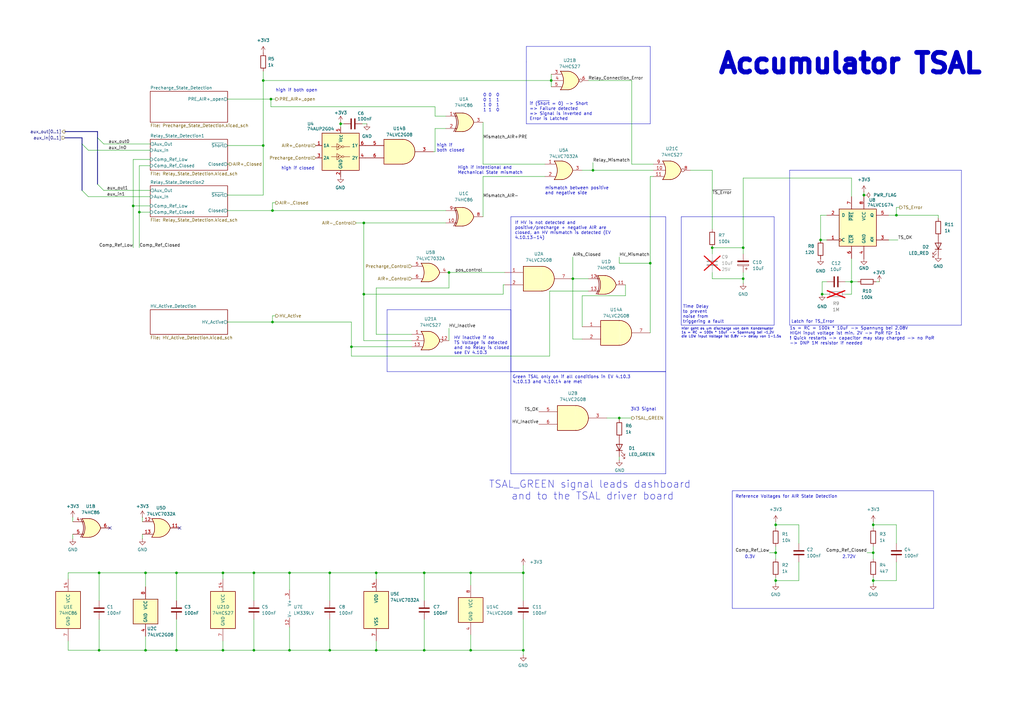
<source format=kicad_sch>
(kicad_sch
	(version 20231120)
	(generator "eeschema")
	(generator_version "8.0")
	(uuid "56b53f94-c2b2-4cdc-9d9a-c8fcb8f8f4f9")
	(paper "A3")
	(lib_symbols
		(symbol "4xxx:4071"
			(pin_names
				(offset 1.016)
			)
			(exclude_from_sim no)
			(in_bom yes)
			(on_board yes)
			(property "Reference" "U"
				(at 0 1.27 0)
				(effects
					(font
						(size 1.27 1.27)
					)
				)
			)
			(property "Value" "4071"
				(at 0 -1.27 0)
				(effects
					(font
						(size 1.27 1.27)
					)
				)
			)
			(property "Footprint" ""
				(at 0 0 0)
				(effects
					(font
						(size 1.27 1.27)
					)
					(hide yes)
				)
			)
			(property "Datasheet" "http://www.intersil.com/content/dam/Intersil/documents/cd40/cd4071bms-72bms-75bms.pdf"
				(at 0 0 0)
				(effects
					(font
						(size 1.27 1.27)
					)
					(hide yes)
				)
			)
			(property "Description" "Quad Or 2 inputs"
				(at 0 0 0)
				(effects
					(font
						(size 1.27 1.27)
					)
					(hide yes)
				)
			)
			(property "ki_locked" ""
				(at 0 0 0)
				(effects
					(font
						(size 1.27 1.27)
					)
				)
			)
			(property "ki_keywords" "CMOS OR2"
				(at 0 0 0)
				(effects
					(font
						(size 1.27 1.27)
					)
					(hide yes)
				)
			)
			(property "ki_fp_filters" "DIP?14*"
				(at 0 0 0)
				(effects
					(font
						(size 1.27 1.27)
					)
					(hide yes)
				)
			)
			(symbol "4071_1_1"
				(arc
					(start -3.81 -3.81)
					(mid -2.589 0)
					(end -3.81 3.81)
					(stroke
						(width 0.254)
						(type default)
					)
					(fill
						(type none)
					)
				)
				(arc
					(start -0.6096 -3.81)
					(mid 2.1842 -2.5851)
					(end 3.81 0)
					(stroke
						(width 0.254)
						(type default)
					)
					(fill
						(type background)
					)
				)
				(polyline
					(pts
						(xy -3.81 -3.81) (xy -0.635 -3.81)
					)
					(stroke
						(width 0.254)
						(type default)
					)
					(fill
						(type background)
					)
				)
				(polyline
					(pts
						(xy -3.81 3.81) (xy -0.635 3.81)
					)
					(stroke
						(width 0.254)
						(type default)
					)
					(fill
						(type background)
					)
				)
				(polyline
					(pts
						(xy -0.635 3.81) (xy -3.81 3.81) (xy -3.81 3.81) (xy -3.556 3.4036) (xy -3.0226 2.2606) (xy -2.6924 1.0414)
						(xy -2.6162 -0.254) (xy -2.7686 -1.4986) (xy -3.175 -2.7178) (xy -3.81 -3.81) (xy -3.81 -3.81)
						(xy -0.635 -3.81)
					)
					(stroke
						(width -25.4)
						(type default)
					)
					(fill
						(type background)
					)
				)
				(arc
					(start 3.81 0)
					(mid 2.1915 2.5936)
					(end -0.6096 3.81)
					(stroke
						(width 0.254)
						(type default)
					)
					(fill
						(type background)
					)
				)
				(pin input line
					(at -7.62 2.54 0)
					(length 4.318)
					(name "~"
						(effects
							(font
								(size 1.27 1.27)
							)
						)
					)
					(number "1"
						(effects
							(font
								(size 1.27 1.27)
							)
						)
					)
				)
				(pin input line
					(at -7.62 -2.54 0)
					(length 4.318)
					(name "~"
						(effects
							(font
								(size 1.27 1.27)
							)
						)
					)
					(number "2"
						(effects
							(font
								(size 1.27 1.27)
							)
						)
					)
				)
				(pin output line
					(at 7.62 0 180)
					(length 3.81)
					(name "~"
						(effects
							(font
								(size 1.27 1.27)
							)
						)
					)
					(number "3"
						(effects
							(font
								(size 1.27 1.27)
							)
						)
					)
				)
			)
			(symbol "4071_1_2"
				(arc
					(start 0 -3.81)
					(mid 3.7934 0)
					(end 0 3.81)
					(stroke
						(width 0.254)
						(type default)
					)
					(fill
						(type background)
					)
				)
				(polyline
					(pts
						(xy 0 3.81) (xy -3.81 3.81) (xy -3.81 -3.81) (xy 0 -3.81)
					)
					(stroke
						(width 0.254)
						(type default)
					)
					(fill
						(type background)
					)
				)
				(pin input inverted
					(at -7.62 2.54 0)
					(length 3.81)
					(name "~"
						(effects
							(font
								(size 1.27 1.27)
							)
						)
					)
					(number "1"
						(effects
							(font
								(size 1.27 1.27)
							)
						)
					)
				)
				(pin input inverted
					(at -7.62 -2.54 0)
					(length 3.81)
					(name "~"
						(effects
							(font
								(size 1.27 1.27)
							)
						)
					)
					(number "2"
						(effects
							(font
								(size 1.27 1.27)
							)
						)
					)
				)
				(pin output inverted
					(at 7.62 0 180)
					(length 3.81)
					(name "~"
						(effects
							(font
								(size 1.27 1.27)
							)
						)
					)
					(number "3"
						(effects
							(font
								(size 1.27 1.27)
							)
						)
					)
				)
			)
			(symbol "4071_2_1"
				(arc
					(start -3.81 -3.81)
					(mid -2.589 0)
					(end -3.81 3.81)
					(stroke
						(width 0.254)
						(type default)
					)
					(fill
						(type none)
					)
				)
				(arc
					(start -0.6096 -3.81)
					(mid 2.1842 -2.5851)
					(end 3.81 0)
					(stroke
						(width 0.254)
						(type default)
					)
					(fill
						(type background)
					)
				)
				(polyline
					(pts
						(xy -3.81 -3.81) (xy -0.635 -3.81)
					)
					(stroke
						(width 0.254)
						(type default)
					)
					(fill
						(type background)
					)
				)
				(polyline
					(pts
						(xy -3.81 3.81) (xy -0.635 3.81)
					)
					(stroke
						(width 0.254)
						(type default)
					)
					(fill
						(type background)
					)
				)
				(polyline
					(pts
						(xy -0.635 3.81) (xy -3.81 3.81) (xy -3.81 3.81) (xy -3.556 3.4036) (xy -3.0226 2.2606) (xy -2.6924 1.0414)
						(xy -2.6162 -0.254) (xy -2.7686 -1.4986) (xy -3.175 -2.7178) (xy -3.81 -3.81) (xy -3.81 -3.81)
						(xy -0.635 -3.81)
					)
					(stroke
						(width -25.4)
						(type default)
					)
					(fill
						(type background)
					)
				)
				(arc
					(start 3.81 0)
					(mid 2.1915 2.5936)
					(end -0.6096 3.81)
					(stroke
						(width 0.254)
						(type default)
					)
					(fill
						(type background)
					)
				)
				(pin output line
					(at 7.62 0 180)
					(length 3.81)
					(name "~"
						(effects
							(font
								(size 1.27 1.27)
							)
						)
					)
					(number "4"
						(effects
							(font
								(size 1.27 1.27)
							)
						)
					)
				)
				(pin input line
					(at -7.62 2.54 0)
					(length 4.318)
					(name "~"
						(effects
							(font
								(size 1.27 1.27)
							)
						)
					)
					(number "5"
						(effects
							(font
								(size 1.27 1.27)
							)
						)
					)
				)
				(pin input line
					(at -7.62 -2.54 0)
					(length 4.318)
					(name "~"
						(effects
							(font
								(size 1.27 1.27)
							)
						)
					)
					(number "6"
						(effects
							(font
								(size 1.27 1.27)
							)
						)
					)
				)
			)
			(symbol "4071_2_2"
				(arc
					(start 0 -3.81)
					(mid 3.7934 0)
					(end 0 3.81)
					(stroke
						(width 0.254)
						(type default)
					)
					(fill
						(type background)
					)
				)
				(polyline
					(pts
						(xy 0 3.81) (xy -3.81 3.81) (xy -3.81 -3.81) (xy 0 -3.81)
					)
					(stroke
						(width 0.254)
						(type default)
					)
					(fill
						(type background)
					)
				)
				(pin output inverted
					(at 7.62 0 180)
					(length 3.81)
					(name "~"
						(effects
							(font
								(size 1.27 1.27)
							)
						)
					)
					(number "4"
						(effects
							(font
								(size 1.27 1.27)
							)
						)
					)
				)
				(pin input inverted
					(at -7.62 2.54 0)
					(length 3.81)
					(name "~"
						(effects
							(font
								(size 1.27 1.27)
							)
						)
					)
					(number "5"
						(effects
							(font
								(size 1.27 1.27)
							)
						)
					)
				)
				(pin input inverted
					(at -7.62 -2.54 0)
					(length 3.81)
					(name "~"
						(effects
							(font
								(size 1.27 1.27)
							)
						)
					)
					(number "6"
						(effects
							(font
								(size 1.27 1.27)
							)
						)
					)
				)
			)
			(symbol "4071_3_1"
				(arc
					(start -3.81 -3.81)
					(mid -2.589 0)
					(end -3.81 3.81)
					(stroke
						(width 0.254)
						(type default)
					)
					(fill
						(type none)
					)
				)
				(arc
					(start -0.6096 -3.81)
					(mid 2.1842 -2.5851)
					(end 3.81 0)
					(stroke
						(width 0.254)
						(type default)
					)
					(fill
						(type background)
					)
				)
				(polyline
					(pts
						(xy -3.81 -3.81) (xy -0.635 -3.81)
					)
					(stroke
						(width 0.254)
						(type default)
					)
					(fill
						(type background)
					)
				)
				(polyline
					(pts
						(xy -3.81 3.81) (xy -0.635 3.81)
					)
					(stroke
						(width 0.254)
						(type default)
					)
					(fill
						(type background)
					)
				)
				(polyline
					(pts
						(xy -0.635 3.81) (xy -3.81 3.81) (xy -3.81 3.81) (xy -3.556 3.4036) (xy -3.0226 2.2606) (xy -2.6924 1.0414)
						(xy -2.6162 -0.254) (xy -2.7686 -1.4986) (xy -3.175 -2.7178) (xy -3.81 -3.81) (xy -3.81 -3.81)
						(xy -0.635 -3.81)
					)
					(stroke
						(width -25.4)
						(type default)
					)
					(fill
						(type background)
					)
				)
				(arc
					(start 3.81 0)
					(mid 2.1915 2.5936)
					(end -0.6096 3.81)
					(stroke
						(width 0.254)
						(type default)
					)
					(fill
						(type background)
					)
				)
				(pin output line
					(at 7.62 0 180)
					(length 3.81)
					(name "~"
						(effects
							(font
								(size 1.27 1.27)
							)
						)
					)
					(number "10"
						(effects
							(font
								(size 1.27 1.27)
							)
						)
					)
				)
				(pin input line
					(at -7.62 2.54 0)
					(length 4.318)
					(name "~"
						(effects
							(font
								(size 1.27 1.27)
							)
						)
					)
					(number "8"
						(effects
							(font
								(size 1.27 1.27)
							)
						)
					)
				)
				(pin input line
					(at -7.62 -2.54 0)
					(length 4.318)
					(name "~"
						(effects
							(font
								(size 1.27 1.27)
							)
						)
					)
					(number "9"
						(effects
							(font
								(size 1.27 1.27)
							)
						)
					)
				)
			)
			(symbol "4071_3_2"
				(arc
					(start 0 -3.81)
					(mid 3.7934 0)
					(end 0 3.81)
					(stroke
						(width 0.254)
						(type default)
					)
					(fill
						(type background)
					)
				)
				(polyline
					(pts
						(xy 0 3.81) (xy -3.81 3.81) (xy -3.81 -3.81) (xy 0 -3.81)
					)
					(stroke
						(width 0.254)
						(type default)
					)
					(fill
						(type background)
					)
				)
				(pin output inverted
					(at 7.62 0 180)
					(length 3.81)
					(name "~"
						(effects
							(font
								(size 1.27 1.27)
							)
						)
					)
					(number "10"
						(effects
							(font
								(size 1.27 1.27)
							)
						)
					)
				)
				(pin input inverted
					(at -7.62 2.54 0)
					(length 3.81)
					(name "~"
						(effects
							(font
								(size 1.27 1.27)
							)
						)
					)
					(number "8"
						(effects
							(font
								(size 1.27 1.27)
							)
						)
					)
				)
				(pin input inverted
					(at -7.62 -2.54 0)
					(length 3.81)
					(name "~"
						(effects
							(font
								(size 1.27 1.27)
							)
						)
					)
					(number "9"
						(effects
							(font
								(size 1.27 1.27)
							)
						)
					)
				)
			)
			(symbol "4071_4_1"
				(arc
					(start -3.81 -3.81)
					(mid -2.589 0)
					(end -3.81 3.81)
					(stroke
						(width 0.254)
						(type default)
					)
					(fill
						(type none)
					)
				)
				(arc
					(start -0.6096 -3.81)
					(mid 2.1842 -2.5851)
					(end 3.81 0)
					(stroke
						(width 0.254)
						(type default)
					)
					(fill
						(type background)
					)
				)
				(polyline
					(pts
						(xy -3.81 -3.81) (xy -0.635 -3.81)
					)
					(stroke
						(width 0.254)
						(type default)
					)
					(fill
						(type background)
					)
				)
				(polyline
					(pts
						(xy -3.81 3.81) (xy -0.635 3.81)
					)
					(stroke
						(width 0.254)
						(type default)
					)
					(fill
						(type background)
					)
				)
				(polyline
					(pts
						(xy -0.635 3.81) (xy -3.81 3.81) (xy -3.81 3.81) (xy -3.556 3.4036) (xy -3.0226 2.2606) (xy -2.6924 1.0414)
						(xy -2.6162 -0.254) (xy -2.7686 -1.4986) (xy -3.175 -2.7178) (xy -3.81 -3.81) (xy -3.81 -3.81)
						(xy -0.635 -3.81)
					)
					(stroke
						(width -25.4)
						(type default)
					)
					(fill
						(type background)
					)
				)
				(arc
					(start 3.81 0)
					(mid 2.1915 2.5936)
					(end -0.6096 3.81)
					(stroke
						(width 0.254)
						(type default)
					)
					(fill
						(type background)
					)
				)
				(pin output line
					(at 7.62 0 180)
					(length 3.81)
					(name "~"
						(effects
							(font
								(size 1.27 1.27)
							)
						)
					)
					(number "11"
						(effects
							(font
								(size 1.27 1.27)
							)
						)
					)
				)
				(pin input line
					(at -7.62 2.54 0)
					(length 4.318)
					(name "~"
						(effects
							(font
								(size 1.27 1.27)
							)
						)
					)
					(number "12"
						(effects
							(font
								(size 1.27 1.27)
							)
						)
					)
				)
				(pin input line
					(at -7.62 -2.54 0)
					(length 4.318)
					(name "~"
						(effects
							(font
								(size 1.27 1.27)
							)
						)
					)
					(number "13"
						(effects
							(font
								(size 1.27 1.27)
							)
						)
					)
				)
			)
			(symbol "4071_4_2"
				(arc
					(start 0 -3.81)
					(mid 3.7934 0)
					(end 0 3.81)
					(stroke
						(width 0.254)
						(type default)
					)
					(fill
						(type background)
					)
				)
				(polyline
					(pts
						(xy 0 3.81) (xy -3.81 3.81) (xy -3.81 -3.81) (xy 0 -3.81)
					)
					(stroke
						(width 0.254)
						(type default)
					)
					(fill
						(type background)
					)
				)
				(pin output inverted
					(at 7.62 0 180)
					(length 3.81)
					(name "~"
						(effects
							(font
								(size 1.27 1.27)
							)
						)
					)
					(number "11"
						(effects
							(font
								(size 1.27 1.27)
							)
						)
					)
				)
				(pin input inverted
					(at -7.62 2.54 0)
					(length 3.81)
					(name "~"
						(effects
							(font
								(size 1.27 1.27)
							)
						)
					)
					(number "12"
						(effects
							(font
								(size 1.27 1.27)
							)
						)
					)
				)
				(pin input inverted
					(at -7.62 -2.54 0)
					(length 3.81)
					(name "~"
						(effects
							(font
								(size 1.27 1.27)
							)
						)
					)
					(number "13"
						(effects
							(font
								(size 1.27 1.27)
							)
						)
					)
				)
			)
			(symbol "4071_5_0"
				(pin power_in line
					(at 0 12.7 270)
					(length 5.08)
					(name "VDD"
						(effects
							(font
								(size 1.27 1.27)
							)
						)
					)
					(number "14"
						(effects
							(font
								(size 1.27 1.27)
							)
						)
					)
				)
				(pin power_in line
					(at 0 -12.7 90)
					(length 5.08)
					(name "VSS"
						(effects
							(font
								(size 1.27 1.27)
							)
						)
					)
					(number "7"
						(effects
							(font
								(size 1.27 1.27)
							)
						)
					)
				)
			)
			(symbol "4071_5_1"
				(rectangle
					(start -5.08 7.62)
					(end 5.08 -7.62)
					(stroke
						(width 0.254)
						(type default)
					)
					(fill
						(type background)
					)
				)
			)
		)
		(symbol "74xGxx:74AUC1G74"
			(pin_names
				(offset 1.016)
			)
			(exclude_from_sim no)
			(in_bom yes)
			(on_board yes)
			(property "Reference" "U"
				(at -5.08 10.16 0)
				(effects
					(font
						(size 1.27 1.27)
					)
				)
			)
			(property "Value" "74AUC1G74"
				(at 10.16 -10.16 0)
				(effects
					(font
						(size 1.27 1.27)
					)
				)
			)
			(property "Footprint" ""
				(at 0 0 0)
				(effects
					(font
						(size 1.27 1.27)
					)
					(hide yes)
				)
			)
			(property "Datasheet" "http://www.ti.com/lit/sg/scyt129e/scyt129e.pdf"
				(at 0 0 0)
				(effects
					(font
						(size 1.27 1.27)
					)
					(hide yes)
				)
			)
			(property "Description" "Single D Flip-Flop, Low-Voltage CMOS"
				(at 0 0 0)
				(effects
					(font
						(size 1.27 1.27)
					)
					(hide yes)
				)
			)
			(property "ki_keywords" "Single D Flip-Flop D CMOS"
				(at 0 0 0)
				(effects
					(font
						(size 1.27 1.27)
					)
					(hide yes)
				)
			)
			(property "ki_fp_filters" "SSOP* VSSOP*"
				(at 0 0 0)
				(effects
					(font
						(size 1.27 1.27)
					)
					(hide yes)
				)
			)
			(symbol "74AUC1G74_0_1"
				(rectangle
					(start -7.62 7.62)
					(end 7.62 -7.62)
					(stroke
						(width 0.254)
						(type default)
					)
					(fill
						(type background)
					)
				)
			)
			(symbol "74AUC1G74_1_1"
				(pin input clock
					(at -12.7 -5.08 0)
					(length 5.08)
					(name "C"
						(effects
							(font
								(size 1.27 1.27)
							)
						)
					)
					(number "1"
						(effects
							(font
								(size 1.27 1.27)
							)
						)
					)
				)
				(pin input line
					(at -12.7 5.08 0)
					(length 5.08)
					(name "D"
						(effects
							(font
								(size 1.27 1.27)
							)
						)
					)
					(number "2"
						(effects
							(font
								(size 1.27 1.27)
							)
						)
					)
				)
				(pin output line
					(at 12.7 -5.08 180)
					(length 5.08)
					(name "~{Q}"
						(effects
							(font
								(size 1.27 1.27)
							)
						)
					)
					(number "3"
						(effects
							(font
								(size 1.27 1.27)
							)
						)
					)
				)
				(pin power_in line
					(at 2.54 -12.7 90)
					(length 5.08)
					(name "GND"
						(effects
							(font
								(size 1.27 1.27)
							)
						)
					)
					(number "4"
						(effects
							(font
								(size 1.27 1.27)
							)
						)
					)
				)
				(pin output line
					(at 12.7 5.08 180)
					(length 5.08)
					(name "Q"
						(effects
							(font
								(size 1.27 1.27)
							)
						)
					)
					(number "5"
						(effects
							(font
								(size 1.27 1.27)
							)
						)
					)
				)
				(pin input line
					(at -2.54 -12.7 90)
					(length 5.08)
					(name "~{CLR}"
						(effects
							(font
								(size 1.27 1.27)
							)
						)
					)
					(number "6"
						(effects
							(font
								(size 1.27 1.27)
							)
						)
					)
				)
				(pin input line
					(at -2.54 12.7 270)
					(length 5.08)
					(name "~{PRE}"
						(effects
							(font
								(size 1.27 1.27)
							)
						)
					)
					(number "7"
						(effects
							(font
								(size 1.27 1.27)
							)
						)
					)
				)
				(pin power_in line
					(at 2.54 12.7 270)
					(length 5.08)
					(name "VCC"
						(effects
							(font
								(size 1.27 1.27)
							)
						)
					)
					(number "8"
						(effects
							(font
								(size 1.27 1.27)
							)
						)
					)
				)
			)
		)
		(symbol "74xGxx:74LVC2G08"
			(exclude_from_sim no)
			(in_bom yes)
			(on_board yes)
			(property "Reference" "U"
				(at -10.16 7.62 0)
				(effects
					(font
						(size 1.27 1.27)
					)
				)
			)
			(property "Value" "74LVC2G08"
				(at -10.16 -7.62 0)
				(effects
					(font
						(size 1.27 1.27)
					)
				)
			)
			(property "Footprint" ""
				(at 0 0 0)
				(effects
					(font
						(size 1.27 1.27)
					)
					(hide yes)
				)
			)
			(property "Datasheet" "http://www.ti.com/lit/sg/scyt129e/scyt129e.pdf"
				(at 0 0 0)
				(effects
					(font
						(size 1.27 1.27)
					)
					(hide yes)
				)
			)
			(property "Description" "Dual AND Gate, Low-Voltage CMOS"
				(at 0 0 0)
				(effects
					(font
						(size 1.27 1.27)
					)
					(hide yes)
				)
			)
			(property "ki_keywords" "Dual Gate AND LVC CMOS"
				(at 0 0 0)
				(effects
					(font
						(size 1.27 1.27)
					)
					(hide yes)
				)
			)
			(property "ki_fp_filters" "SSOP* VSSOP*"
				(at 0 0 0)
				(effects
					(font
						(size 1.27 1.27)
					)
					(hide yes)
				)
			)
			(symbol "74LVC2G08_1_1"
				(arc
					(start 0 -5.08)
					(mid 5.0579 0)
					(end 0 5.08)
					(stroke
						(width 0.254)
						(type default)
					)
					(fill
						(type background)
					)
				)
				(polyline
					(pts
						(xy 0 -5.08) (xy -7.62 -5.08) (xy -7.62 5.08) (xy 0 5.08)
					)
					(stroke
						(width 0.254)
						(type default)
					)
					(fill
						(type background)
					)
				)
				(pin input line
					(at -15.24 2.54 0)
					(length 7.62)
					(name "~"
						(effects
							(font
								(size 1.27 1.27)
							)
						)
					)
					(number "1"
						(effects
							(font
								(size 1.27 1.27)
							)
						)
					)
				)
				(pin input line
					(at -15.24 -2.54 0)
					(length 7.62)
					(name "~"
						(effects
							(font
								(size 1.27 1.27)
							)
						)
					)
					(number "2"
						(effects
							(font
								(size 1.27 1.27)
							)
						)
					)
				)
				(pin output line
					(at 12.7 0 180)
					(length 7.62)
					(name "~"
						(effects
							(font
								(size 1.27 1.27)
							)
						)
					)
					(number "7"
						(effects
							(font
								(size 1.27 1.27)
							)
						)
					)
				)
			)
			(symbol "74LVC2G08_2_1"
				(arc
					(start 0 -5.08)
					(mid 5.0579 0)
					(end 0 5.08)
					(stroke
						(width 0.254)
						(type default)
					)
					(fill
						(type background)
					)
				)
				(polyline
					(pts
						(xy 0 -5.08) (xy -7.62 -5.08) (xy -7.62 5.08) (xy 0 5.08)
					)
					(stroke
						(width 0.254)
						(type default)
					)
					(fill
						(type background)
					)
				)
				(pin output line
					(at 12.7 0 180)
					(length 7.62)
					(name "~"
						(effects
							(font
								(size 1.27 1.27)
							)
						)
					)
					(number "3"
						(effects
							(font
								(size 1.27 1.27)
							)
						)
					)
				)
				(pin input line
					(at -15.24 2.54 0)
					(length 7.62)
					(name "~"
						(effects
							(font
								(size 1.27 1.27)
							)
						)
					)
					(number "5"
						(effects
							(font
								(size 1.27 1.27)
							)
						)
					)
				)
				(pin input line
					(at -15.24 -2.54 0)
					(length 7.62)
					(name "~"
						(effects
							(font
								(size 1.27 1.27)
							)
						)
					)
					(number "6"
						(effects
							(font
								(size 1.27 1.27)
							)
						)
					)
				)
			)
			(symbol "74LVC2G08_3_0"
				(rectangle
					(start -5.08 -5.08)
					(end 5.08 5.08)
					(stroke
						(width 0.254)
						(type default)
					)
					(fill
						(type background)
					)
				)
			)
			(symbol "74LVC2G08_3_1"
				(pin power_in line
					(at 0 -10.16 90)
					(length 5.08)
					(name "GND"
						(effects
							(font
								(size 1.27 1.27)
							)
						)
					)
					(number "4"
						(effects
							(font
								(size 1.27 1.27)
							)
						)
					)
				)
				(pin power_in line
					(at 0 10.16 270)
					(length 5.08)
					(name "VCC"
						(effects
							(font
								(size 1.27 1.27)
							)
						)
					)
					(number "8"
						(effects
							(font
								(size 1.27 1.27)
							)
						)
					)
				)
			)
		)
		(symbol "74xGxx:Inverter_Schmitt_Dual"
			(exclude_from_sim no)
			(in_bom yes)
			(on_board yes)
			(property "Reference" "U"
				(at 2.54 12.7 0)
				(effects
					(font
						(size 1.27 1.27)
					)
					(justify left)
				)
			)
			(property "Value" "Inverter_Schmitt_Dual"
				(at 2.54 10.16 0)
				(effects
					(font
						(size 1.27 1.27)
					)
					(justify left)
				)
			)
			(property "Footprint" ""
				(at 0 0 0)
				(effects
					(font
						(size 1.27 1.27)
					)
					(hide yes)
				)
			)
			(property "Datasheet" "~"
				(at 0 0 0)
				(effects
					(font
						(size 1.27 1.27)
					)
					(hide yes)
				)
			)
			(property "Description" "Dual schmitt inverter"
				(at 0 0 0)
				(effects
					(font
						(size 1.27 1.27)
					)
					(hide yes)
				)
			)
			(property "ki_keywords" "dual schmitt inverter"
				(at 0 0 0)
				(effects
					(font
						(size 1.27 1.27)
					)
					(hide yes)
				)
			)
			(property "ki_fp_filters" "SOT?23* SOT?363* SC?70*"
				(at 0 0 0)
				(effects
					(font
						(size 1.27 1.27)
					)
					(hide yes)
				)
			)
			(symbol "Inverter_Schmitt_Dual_1_1"
				(rectangle
					(start -7.62 7.62)
					(end 7.62 -7.62)
					(stroke
						(width 0.254)
						(type default)
					)
					(fill
						(type background)
					)
				)
				(polyline
					(pts
						(xy -1.524 -2.032) (xy -3.81 -2.032)
					)
					(stroke
						(width 0)
						(type default)
					)
					(fill
						(type none)
					)
				)
				(polyline
					(pts
						(xy -1.524 2.032) (xy -3.81 2.032)
					)
					(stroke
						(width 0)
						(type default)
					)
					(fill
						(type none)
					)
				)
				(polyline
					(pts
						(xy -0.762 -1.778) (xy -0.508 -1.778)
					)
					(stroke
						(width 0)
						(type default)
					)
					(fill
						(type none)
					)
				)
				(polyline
					(pts
						(xy -0.762 2.286) (xy -0.508 2.286)
					)
					(stroke
						(width 0)
						(type default)
					)
					(fill
						(type none)
					)
				)
				(polyline
					(pts
						(xy 1.27 -2.032) (xy 3.81 -2.032)
					)
					(stroke
						(width 0)
						(type default)
					)
					(fill
						(type none)
					)
				)
				(polyline
					(pts
						(xy 1.27 2.032) (xy 3.81 2.032)
					)
					(stroke
						(width 0)
						(type default)
					)
					(fill
						(type none)
					)
				)
				(polyline
					(pts
						(xy -1.524 -0.762) (xy 0.508 -2.032) (xy -1.524 -3.302) (xy -1.524 -0.762)
					)
					(stroke
						(width 0)
						(type default)
					)
					(fill
						(type none)
					)
				)
				(polyline
					(pts
						(xy -1.524 3.302) (xy 0.508 2.032) (xy -1.524 0.762) (xy -1.524 3.302)
					)
					(stroke
						(width 0)
						(type default)
					)
					(fill
						(type none)
					)
				)
				(polyline
					(pts
						(xy -1.016 -2.286) (xy -1.016 -1.778) (xy -0.762 -1.778) (xy -0.762 -2.286) (xy -1.27 -2.286)
					)
					(stroke
						(width 0)
						(type default)
					)
					(fill
						(type none)
					)
				)
				(polyline
					(pts
						(xy -1.016 1.778) (xy -1.016 2.286) (xy -0.762 2.286) (xy -0.762 1.778) (xy -1.27 1.778)
					)
					(stroke
						(width 0)
						(type default)
					)
					(fill
						(type none)
					)
				)
				(circle
					(center 0.889 -2.032)
					(radius 0.381)
					(stroke
						(width 0)
						(type default)
					)
					(fill
						(type none)
					)
				)
				(circle
					(center 0.889 2.032)
					(radius 0.381)
					(stroke
						(width 0)
						(type default)
					)
					(fill
						(type none)
					)
				)
				(pin input line
					(at -10.16 2.54 0)
					(length 2.54)
					(name "1A"
						(effects
							(font
								(size 1.27 1.27)
							)
						)
					)
					(number "1"
						(effects
							(font
								(size 1.27 1.27)
							)
						)
					)
				)
				(pin power_in line
					(at 0 -10.16 90)
					(length 2.54)
					(name "GND"
						(effects
							(font
								(size 1.27 1.27)
							)
						)
					)
					(number "2"
						(effects
							(font
								(size 1.27 1.27)
							)
						)
					)
				)
				(pin input line
					(at -10.16 -2.54 0)
					(length 2.54)
					(name "2A"
						(effects
							(font
								(size 1.27 1.27)
							)
						)
					)
					(number "3"
						(effects
							(font
								(size 1.27 1.27)
							)
						)
					)
				)
				(pin output line
					(at 10.16 -2.54 180)
					(length 2.54)
					(name "2Y"
						(effects
							(font
								(size 1.27 1.27)
							)
						)
					)
					(number "4"
						(effects
							(font
								(size 1.27 1.27)
							)
						)
					)
				)
				(pin power_in line
					(at 0 10.16 270)
					(length 2.54)
					(name "V_{CC}"
						(effects
							(font
								(size 1.27 1.27)
							)
						)
					)
					(number "5"
						(effects
							(font
								(size 1.27 1.27)
							)
						)
					)
				)
				(pin output line
					(at 10.16 2.54 180)
					(length 2.54)
					(name "1Y"
						(effects
							(font
								(size 1.27 1.27)
							)
						)
					)
					(number "6"
						(effects
							(font
								(size 1.27 1.27)
							)
						)
					)
				)
			)
		)
		(symbol "74xx:74HC86"
			(pin_names
				(offset 1.016)
			)
			(exclude_from_sim no)
			(in_bom yes)
			(on_board yes)
			(property "Reference" "U"
				(at 0 1.27 0)
				(effects
					(font
						(size 1.27 1.27)
					)
				)
			)
			(property "Value" "74HC86"
				(at 0 -1.27 0)
				(effects
					(font
						(size 1.27 1.27)
					)
				)
			)
			(property "Footprint" ""
				(at 0 0 0)
				(effects
					(font
						(size 1.27 1.27)
					)
					(hide yes)
				)
			)
			(property "Datasheet" "http://www.ti.com/lit/gpn/sn74HC86"
				(at 0 0 0)
				(effects
					(font
						(size 1.27 1.27)
					)
					(hide yes)
				)
			)
			(property "Description" "Quad 2-input XOR"
				(at 0 0 0)
				(effects
					(font
						(size 1.27 1.27)
					)
					(hide yes)
				)
			)
			(property "ki_locked" ""
				(at 0 0 0)
				(effects
					(font
						(size 1.27 1.27)
					)
				)
			)
			(property "ki_keywords" "TTL XOR2"
				(at 0 0 0)
				(effects
					(font
						(size 1.27 1.27)
					)
					(hide yes)
				)
			)
			(property "ki_fp_filters" "DIP*W7.62mm*"
				(at 0 0 0)
				(effects
					(font
						(size 1.27 1.27)
					)
					(hide yes)
				)
			)
			(symbol "74HC86_1_0"
				(arc
					(start -4.4196 -3.81)
					(mid -3.2033 0)
					(end -4.4196 3.81)
					(stroke
						(width 0.254)
						(type default)
					)
					(fill
						(type none)
					)
				)
				(arc
					(start -3.81 -3.81)
					(mid -2.589 0)
					(end -3.81 3.81)
					(stroke
						(width 0.254)
						(type default)
					)
					(fill
						(type none)
					)
				)
				(arc
					(start -0.6096 -3.81)
					(mid 2.1842 -2.5851)
					(end 3.81 0)
					(stroke
						(width 0.254)
						(type default)
					)
					(fill
						(type background)
					)
				)
				(polyline
					(pts
						(xy -3.81 -3.81) (xy -0.635 -3.81)
					)
					(stroke
						(width 0.254)
						(type default)
					)
					(fill
						(type background)
					)
				)
				(polyline
					(pts
						(xy -3.81 3.81) (xy -0.635 3.81)
					)
					(stroke
						(width 0.254)
						(type default)
					)
					(fill
						(type background)
					)
				)
				(polyline
					(pts
						(xy -0.635 3.81) (xy -3.81 3.81) (xy -3.81 3.81) (xy -3.556 3.4036) (xy -3.0226 2.2606) (xy -2.6924 1.0414)
						(xy -2.6162 -0.254) (xy -2.7686 -1.4986) (xy -3.175 -2.7178) (xy -3.81 -3.81) (xy -3.81 -3.81)
						(xy -0.635 -3.81)
					)
					(stroke
						(width -25.4)
						(type default)
					)
					(fill
						(type background)
					)
				)
				(arc
					(start 3.81 0)
					(mid 2.1915 2.5936)
					(end -0.6096 3.81)
					(stroke
						(width 0.254)
						(type default)
					)
					(fill
						(type background)
					)
				)
				(pin input line
					(at -7.62 2.54 0)
					(length 4.445)
					(name "~"
						(effects
							(font
								(size 1.27 1.27)
							)
						)
					)
					(number "1"
						(effects
							(font
								(size 1.27 1.27)
							)
						)
					)
				)
				(pin input line
					(at -7.62 -2.54 0)
					(length 4.445)
					(name "~"
						(effects
							(font
								(size 1.27 1.27)
							)
						)
					)
					(number "2"
						(effects
							(font
								(size 1.27 1.27)
							)
						)
					)
				)
				(pin output line
					(at 7.62 0 180)
					(length 3.81)
					(name "~"
						(effects
							(font
								(size 1.27 1.27)
							)
						)
					)
					(number "3"
						(effects
							(font
								(size 1.27 1.27)
							)
						)
					)
				)
			)
			(symbol "74HC86_1_1"
				(polyline
					(pts
						(xy -3.81 -2.54) (xy -3.175 -2.54)
					)
					(stroke
						(width 0.1524)
						(type default)
					)
					(fill
						(type none)
					)
				)
				(polyline
					(pts
						(xy -3.81 2.54) (xy -3.175 2.54)
					)
					(stroke
						(width 0.1524)
						(type default)
					)
					(fill
						(type none)
					)
				)
			)
			(symbol "74HC86_2_0"
				(arc
					(start -4.4196 -3.81)
					(mid -3.2033 0)
					(end -4.4196 3.81)
					(stroke
						(width 0.254)
						(type default)
					)
					(fill
						(type none)
					)
				)
				(arc
					(start -3.81 -3.81)
					(mid -2.589 0)
					(end -3.81 3.81)
					(stroke
						(width 0.254)
						(type default)
					)
					(fill
						(type none)
					)
				)
				(arc
					(start -0.6096 -3.81)
					(mid 2.1842 -2.5851)
					(end 3.81 0)
					(stroke
						(width 0.254)
						(type default)
					)
					(fill
						(type background)
					)
				)
				(polyline
					(pts
						(xy -3.81 -3.81) (xy -0.635 -3.81)
					)
					(stroke
						(width 0.254)
						(type default)
					)
					(fill
						(type background)
					)
				)
				(polyline
					(pts
						(xy -3.81 3.81) (xy -0.635 3.81)
					)
					(stroke
						(width 0.254)
						(type default)
					)
					(fill
						(type background)
					)
				)
				(polyline
					(pts
						(xy -0.635 3.81) (xy -3.81 3.81) (xy -3.81 3.81) (xy -3.556 3.4036) (xy -3.0226 2.2606) (xy -2.6924 1.0414)
						(xy -2.6162 -0.254) (xy -2.7686 -1.4986) (xy -3.175 -2.7178) (xy -3.81 -3.81) (xy -3.81 -3.81)
						(xy -0.635 -3.81)
					)
					(stroke
						(width -25.4)
						(type default)
					)
					(fill
						(type background)
					)
				)
				(arc
					(start 3.81 0)
					(mid 2.1915 2.5936)
					(end -0.6096 3.81)
					(stroke
						(width 0.254)
						(type default)
					)
					(fill
						(type background)
					)
				)
				(pin input line
					(at -7.62 2.54 0)
					(length 4.445)
					(name "~"
						(effects
							(font
								(size 1.27 1.27)
							)
						)
					)
					(number "4"
						(effects
							(font
								(size 1.27 1.27)
							)
						)
					)
				)
				(pin input line
					(at -7.62 -2.54 0)
					(length 4.445)
					(name "~"
						(effects
							(font
								(size 1.27 1.27)
							)
						)
					)
					(number "5"
						(effects
							(font
								(size 1.27 1.27)
							)
						)
					)
				)
				(pin output line
					(at 7.62 0 180)
					(length 3.81)
					(name "~"
						(effects
							(font
								(size 1.27 1.27)
							)
						)
					)
					(number "6"
						(effects
							(font
								(size 1.27 1.27)
							)
						)
					)
				)
			)
			(symbol "74HC86_2_1"
				(polyline
					(pts
						(xy -3.81 -2.54) (xy -3.175 -2.54)
					)
					(stroke
						(width 0.1524)
						(type default)
					)
					(fill
						(type none)
					)
				)
				(polyline
					(pts
						(xy -3.81 2.54) (xy -3.175 2.54)
					)
					(stroke
						(width 0.1524)
						(type default)
					)
					(fill
						(type none)
					)
				)
			)
			(symbol "74HC86_3_0"
				(arc
					(start -4.4196 -3.81)
					(mid -3.2033 0)
					(end -4.4196 3.81)
					(stroke
						(width 0.254)
						(type default)
					)
					(fill
						(type none)
					)
				)
				(arc
					(start -3.81 -3.81)
					(mid -2.589 0)
					(end -3.81 3.81)
					(stroke
						(width 0.254)
						(type default)
					)
					(fill
						(type none)
					)
				)
				(arc
					(start -0.6096 -3.81)
					(mid 2.1842 -2.5851)
					(end 3.81 0)
					(stroke
						(width 0.254)
						(type default)
					)
					(fill
						(type background)
					)
				)
				(polyline
					(pts
						(xy -3.81 -3.81) (xy -0.635 -3.81)
					)
					(stroke
						(width 0.254)
						(type default)
					)
					(fill
						(type background)
					)
				)
				(polyline
					(pts
						(xy -3.81 3.81) (xy -0.635 3.81)
					)
					(stroke
						(width 0.254)
						(type default)
					)
					(fill
						(type background)
					)
				)
				(polyline
					(pts
						(xy -0.635 3.81) (xy -3.81 3.81) (xy -3.81 3.81) (xy -3.556 3.4036) (xy -3.0226 2.2606) (xy -2.6924 1.0414)
						(xy -2.6162 -0.254) (xy -2.7686 -1.4986) (xy -3.175 -2.7178) (xy -3.81 -3.81) (xy -3.81 -3.81)
						(xy -0.635 -3.81)
					)
					(stroke
						(width -25.4)
						(type default)
					)
					(fill
						(type background)
					)
				)
				(arc
					(start 3.81 0)
					(mid 2.1915 2.5936)
					(end -0.6096 3.81)
					(stroke
						(width 0.254)
						(type default)
					)
					(fill
						(type background)
					)
				)
				(pin input line
					(at -7.62 -2.54 0)
					(length 4.445)
					(name "~"
						(effects
							(font
								(size 1.27 1.27)
							)
						)
					)
					(number "10"
						(effects
							(font
								(size 1.27 1.27)
							)
						)
					)
				)
				(pin output line
					(at 7.62 0 180)
					(length 3.81)
					(name "~"
						(effects
							(font
								(size 1.27 1.27)
							)
						)
					)
					(number "8"
						(effects
							(font
								(size 1.27 1.27)
							)
						)
					)
				)
				(pin input line
					(at -7.62 2.54 0)
					(length 4.445)
					(name "~"
						(effects
							(font
								(size 1.27 1.27)
							)
						)
					)
					(number "9"
						(effects
							(font
								(size 1.27 1.27)
							)
						)
					)
				)
			)
			(symbol "74HC86_3_1"
				(polyline
					(pts
						(xy -3.81 -2.54) (xy -3.175 -2.54)
					)
					(stroke
						(width 0.1524)
						(type default)
					)
					(fill
						(type none)
					)
				)
				(polyline
					(pts
						(xy -3.81 2.54) (xy -3.175 2.54)
					)
					(stroke
						(width 0.1524)
						(type default)
					)
					(fill
						(type none)
					)
				)
			)
			(symbol "74HC86_4_0"
				(arc
					(start -4.4196 -3.81)
					(mid -3.2033 0)
					(end -4.4196 3.81)
					(stroke
						(width 0.254)
						(type default)
					)
					(fill
						(type none)
					)
				)
				(arc
					(start -3.81 -3.81)
					(mid -2.589 0)
					(end -3.81 3.81)
					(stroke
						(width 0.254)
						(type default)
					)
					(fill
						(type none)
					)
				)
				(arc
					(start -0.6096 -3.81)
					(mid 2.1842 -2.5851)
					(end 3.81 0)
					(stroke
						(width 0.254)
						(type default)
					)
					(fill
						(type background)
					)
				)
				(polyline
					(pts
						(xy -3.81 -3.81) (xy -0.635 -3.81)
					)
					(stroke
						(width 0.254)
						(type default)
					)
					(fill
						(type background)
					)
				)
				(polyline
					(pts
						(xy -3.81 3.81) (xy -0.635 3.81)
					)
					(stroke
						(width 0.254)
						(type default)
					)
					(fill
						(type background)
					)
				)
				(polyline
					(pts
						(xy -0.635 3.81) (xy -3.81 3.81) (xy -3.81 3.81) (xy -3.556 3.4036) (xy -3.0226 2.2606) (xy -2.6924 1.0414)
						(xy -2.6162 -0.254) (xy -2.7686 -1.4986) (xy -3.175 -2.7178) (xy -3.81 -3.81) (xy -3.81 -3.81)
						(xy -0.635 -3.81)
					)
					(stroke
						(width -25.4)
						(type default)
					)
					(fill
						(type background)
					)
				)
				(arc
					(start 3.81 0)
					(mid 2.1915 2.5936)
					(end -0.6096 3.81)
					(stroke
						(width 0.254)
						(type default)
					)
					(fill
						(type background)
					)
				)
				(pin output line
					(at 7.62 0 180)
					(length 3.81)
					(name "~"
						(effects
							(font
								(size 1.27 1.27)
							)
						)
					)
					(number "11"
						(effects
							(font
								(size 1.27 1.27)
							)
						)
					)
				)
				(pin input line
					(at -7.62 2.54 0)
					(length 4.445)
					(name "~"
						(effects
							(font
								(size 1.27 1.27)
							)
						)
					)
					(number "12"
						(effects
							(font
								(size 1.27 1.27)
							)
						)
					)
				)
				(pin input line
					(at -7.62 -2.54 0)
					(length 4.445)
					(name "~"
						(effects
							(font
								(size 1.27 1.27)
							)
						)
					)
					(number "13"
						(effects
							(font
								(size 1.27 1.27)
							)
						)
					)
				)
			)
			(symbol "74HC86_4_1"
				(polyline
					(pts
						(xy -3.81 -2.54) (xy -3.175 -2.54)
					)
					(stroke
						(width 0.1524)
						(type default)
					)
					(fill
						(type none)
					)
				)
				(polyline
					(pts
						(xy -3.81 2.54) (xy -3.175 2.54)
					)
					(stroke
						(width 0.1524)
						(type default)
					)
					(fill
						(type none)
					)
				)
			)
			(symbol "74HC86_5_0"
				(pin power_in line
					(at 0 12.7 270)
					(length 5.08)
					(name "VCC"
						(effects
							(font
								(size 1.27 1.27)
							)
						)
					)
					(number "14"
						(effects
							(font
								(size 1.27 1.27)
							)
						)
					)
				)
				(pin power_in line
					(at 0 -12.7 90)
					(length 5.08)
					(name "GND"
						(effects
							(font
								(size 1.27 1.27)
							)
						)
					)
					(number "7"
						(effects
							(font
								(size 1.27 1.27)
							)
						)
					)
				)
			)
			(symbol "74HC86_5_1"
				(rectangle
					(start -5.08 7.62)
					(end 5.08 -7.62)
					(stroke
						(width 0.254)
						(type default)
					)
					(fill
						(type background)
					)
				)
			)
		)
		(symbol "Comparator:LM339"
			(pin_names
				(offset 0.127)
			)
			(exclude_from_sim no)
			(in_bom yes)
			(on_board yes)
			(property "Reference" "U"
				(at 0 5.08 0)
				(effects
					(font
						(size 1.27 1.27)
					)
					(justify left)
				)
			)
			(property "Value" "LM339"
				(at 0 -5.08 0)
				(effects
					(font
						(size 1.27 1.27)
					)
					(justify left)
				)
			)
			(property "Footprint" ""
				(at -1.27 2.54 0)
				(effects
					(font
						(size 1.27 1.27)
					)
					(hide yes)
				)
			)
			(property "Datasheet" "https://www.st.com/resource/en/datasheet/lm139.pdf"
				(at 1.27 5.08 0)
				(effects
					(font
						(size 1.27 1.27)
					)
					(hide yes)
				)
			)
			(property "Description" "Quad Differential Comparators, SOIC-14/TSSOP-14"
				(at 0 0 0)
				(effects
					(font
						(size 1.27 1.27)
					)
					(hide yes)
				)
			)
			(property "ki_locked" ""
				(at 0 0 0)
				(effects
					(font
						(size 1.27 1.27)
					)
				)
			)
			(property "ki_keywords" "cmp open collector"
				(at 0 0 0)
				(effects
					(font
						(size 1.27 1.27)
					)
					(hide yes)
				)
			)
			(property "ki_fp_filters" "SOIC*3.9x8.7mm*P1.27mm* TSSOP*4.4x5mm*P0.65mm*"
				(at 0 0 0)
				(effects
					(font
						(size 1.27 1.27)
					)
					(hide yes)
				)
			)
			(symbol "LM339_1_1"
				(polyline
					(pts
						(xy -5.08 5.08) (xy 5.08 0) (xy -5.08 -5.08) (xy -5.08 5.08)
					)
					(stroke
						(width 0.254)
						(type default)
					)
					(fill
						(type background)
					)
				)
				(polyline
					(pts
						(xy 3.302 -0.508) (xy 2.794 -0.508) (xy 3.302 0) (xy 2.794 0.508) (xy 2.286 0) (xy 2.794 -0.508)
						(xy 2.286 -0.508)
					)
					(stroke
						(width 0.127)
						(type default)
					)
					(fill
						(type none)
					)
				)
				(pin open_collector line
					(at 7.62 0 180)
					(length 2.54)
					(name "~"
						(effects
							(font
								(size 1.27 1.27)
							)
						)
					)
					(number "2"
						(effects
							(font
								(size 1.27 1.27)
							)
						)
					)
				)
				(pin input line
					(at -7.62 -2.54 0)
					(length 2.54)
					(name "-"
						(effects
							(font
								(size 1.27 1.27)
							)
						)
					)
					(number "4"
						(effects
							(font
								(size 1.27 1.27)
							)
						)
					)
				)
				(pin input line
					(at -7.62 2.54 0)
					(length 2.54)
					(name "+"
						(effects
							(font
								(size 1.27 1.27)
							)
						)
					)
					(number "5"
						(effects
							(font
								(size 1.27 1.27)
							)
						)
					)
				)
			)
			(symbol "LM339_2_1"
				(polyline
					(pts
						(xy -5.08 5.08) (xy 5.08 0) (xy -5.08 -5.08) (xy -5.08 5.08)
					)
					(stroke
						(width 0.254)
						(type default)
					)
					(fill
						(type background)
					)
				)
				(polyline
					(pts
						(xy 3.302 -0.508) (xy 2.794 -0.508) (xy 3.302 0) (xy 2.794 0.508) (xy 2.286 0) (xy 2.794 -0.508)
						(xy 2.286 -0.508)
					)
					(stroke
						(width 0.127)
						(type default)
					)
					(fill
						(type none)
					)
				)
				(pin open_collector line
					(at 7.62 0 180)
					(length 2.54)
					(name "~"
						(effects
							(font
								(size 1.27 1.27)
							)
						)
					)
					(number "1"
						(effects
							(font
								(size 1.27 1.27)
							)
						)
					)
				)
				(pin input line
					(at -7.62 -2.54 0)
					(length 2.54)
					(name "-"
						(effects
							(font
								(size 1.27 1.27)
							)
						)
					)
					(number "6"
						(effects
							(font
								(size 1.27 1.27)
							)
						)
					)
				)
				(pin input line
					(at -7.62 2.54 0)
					(length 2.54)
					(name "+"
						(effects
							(font
								(size 1.27 1.27)
							)
						)
					)
					(number "7"
						(effects
							(font
								(size 1.27 1.27)
							)
						)
					)
				)
			)
			(symbol "LM339_3_1"
				(polyline
					(pts
						(xy -5.08 5.08) (xy 5.08 0) (xy -5.08 -5.08) (xy -5.08 5.08)
					)
					(stroke
						(width 0.254)
						(type default)
					)
					(fill
						(type background)
					)
				)
				(polyline
					(pts
						(xy 3.302 -0.508) (xy 2.794 -0.508) (xy 3.302 0) (xy 2.794 0.508) (xy 2.286 0) (xy 2.794 -0.508)
						(xy 2.286 -0.508)
					)
					(stroke
						(width 0.127)
						(type default)
					)
					(fill
						(type none)
					)
				)
				(pin input line
					(at -7.62 -2.54 0)
					(length 2.54)
					(name "-"
						(effects
							(font
								(size 1.27 1.27)
							)
						)
					)
					(number "10"
						(effects
							(font
								(size 1.27 1.27)
							)
						)
					)
				)
				(pin input line
					(at -7.62 2.54 0)
					(length 2.54)
					(name "+"
						(effects
							(font
								(size 1.27 1.27)
							)
						)
					)
					(number "11"
						(effects
							(font
								(size 1.27 1.27)
							)
						)
					)
				)
				(pin open_collector line
					(at 7.62 0 180)
					(length 2.54)
					(name "~"
						(effects
							(font
								(size 1.27 1.27)
							)
						)
					)
					(number "13"
						(effects
							(font
								(size 1.27 1.27)
							)
						)
					)
				)
			)
			(symbol "LM339_4_1"
				(polyline
					(pts
						(xy -5.08 5.08) (xy 5.08 0) (xy -5.08 -5.08) (xy -5.08 5.08)
					)
					(stroke
						(width 0.254)
						(type default)
					)
					(fill
						(type background)
					)
				)
				(polyline
					(pts
						(xy 3.302 -0.508) (xy 2.794 -0.508) (xy 3.302 0) (xy 2.794 0.508) (xy 2.286 0) (xy 2.794 -0.508)
						(xy 2.286 -0.508)
					)
					(stroke
						(width 0.127)
						(type default)
					)
					(fill
						(type none)
					)
				)
				(pin open_collector line
					(at 7.62 0 180)
					(length 2.54)
					(name "~"
						(effects
							(font
								(size 1.27 1.27)
							)
						)
					)
					(number "14"
						(effects
							(font
								(size 1.27 1.27)
							)
						)
					)
				)
				(pin input line
					(at -7.62 -2.54 0)
					(length 2.54)
					(name "-"
						(effects
							(font
								(size 1.27 1.27)
							)
						)
					)
					(number "8"
						(effects
							(font
								(size 1.27 1.27)
							)
						)
					)
				)
				(pin input line
					(at -7.62 2.54 0)
					(length 2.54)
					(name "+"
						(effects
							(font
								(size 1.27 1.27)
							)
						)
					)
					(number "9"
						(effects
							(font
								(size 1.27 1.27)
							)
						)
					)
				)
			)
			(symbol "LM339_5_1"
				(pin power_in line
					(at -2.54 -7.62 90)
					(length 3.81)
					(name "V-"
						(effects
							(font
								(size 1.27 1.27)
							)
						)
					)
					(number "12"
						(effects
							(font
								(size 1.27 1.27)
							)
						)
					)
				)
				(pin power_in line
					(at -2.54 7.62 270)
					(length 3.81)
					(name "V+"
						(effects
							(font
								(size 1.27 1.27)
							)
						)
					)
					(number "3"
						(effects
							(font
								(size 1.27 1.27)
							)
						)
					)
				)
			)
		)
		(symbol "Device:C"
			(pin_numbers hide)
			(pin_names
				(offset 0.254)
			)
			(exclude_from_sim no)
			(in_bom yes)
			(on_board yes)
			(property "Reference" "C"
				(at 0.635 2.54 0)
				(effects
					(font
						(size 1.27 1.27)
					)
					(justify left)
				)
			)
			(property "Value" "C"
				(at 0.635 -2.54 0)
				(effects
					(font
						(size 1.27 1.27)
					)
					(justify left)
				)
			)
			(property "Footprint" ""
				(at 0.9652 -3.81 0)
				(effects
					(font
						(size 1.27 1.27)
					)
					(hide yes)
				)
			)
			(property "Datasheet" "~"
				(at 0 0 0)
				(effects
					(font
						(size 1.27 1.27)
					)
					(hide yes)
				)
			)
			(property "Description" "Unpolarized capacitor"
				(at 0 0 0)
				(effects
					(font
						(size 1.27 1.27)
					)
					(hide yes)
				)
			)
			(property "ki_keywords" "cap capacitor"
				(at 0 0 0)
				(effects
					(font
						(size 1.27 1.27)
					)
					(hide yes)
				)
			)
			(property "ki_fp_filters" "C_*"
				(at 0 0 0)
				(effects
					(font
						(size 1.27 1.27)
					)
					(hide yes)
				)
			)
			(symbol "C_0_1"
				(polyline
					(pts
						(xy -2.032 -0.762) (xy 2.032 -0.762)
					)
					(stroke
						(width 0.508)
						(type default)
					)
					(fill
						(type none)
					)
				)
				(polyline
					(pts
						(xy -2.032 0.762) (xy 2.032 0.762)
					)
					(stroke
						(width 0.508)
						(type default)
					)
					(fill
						(type none)
					)
				)
			)
			(symbol "C_1_1"
				(pin passive line
					(at 0 3.81 270)
					(length 2.794)
					(name "~"
						(effects
							(font
								(size 1.27 1.27)
							)
						)
					)
					(number "1"
						(effects
							(font
								(size 1.27 1.27)
							)
						)
					)
				)
				(pin passive line
					(at 0 -3.81 90)
					(length 2.794)
					(name "~"
						(effects
							(font
								(size 1.27 1.27)
							)
						)
					)
					(number "2"
						(effects
							(font
								(size 1.27 1.27)
							)
						)
					)
				)
			)
		)
		(symbol "Device:C_Polarized"
			(pin_numbers hide)
			(pin_names
				(offset 0.254)
			)
			(exclude_from_sim no)
			(in_bom yes)
			(on_board yes)
			(property "Reference" "C"
				(at 0.635 2.54 0)
				(effects
					(font
						(size 1.27 1.27)
					)
					(justify left)
				)
			)
			(property "Value" "C_Polarized"
				(at 0.635 -2.54 0)
				(effects
					(font
						(size 1.27 1.27)
					)
					(justify left)
				)
			)
			(property "Footprint" ""
				(at 0.9652 -3.81 0)
				(effects
					(font
						(size 1.27 1.27)
					)
					(hide yes)
				)
			)
			(property "Datasheet" "~"
				(at 0 0 0)
				(effects
					(font
						(size 1.27 1.27)
					)
					(hide yes)
				)
			)
			(property "Description" "Polarized capacitor"
				(at 0 0 0)
				(effects
					(font
						(size 1.27 1.27)
					)
					(hide yes)
				)
			)
			(property "ki_keywords" "cap capacitor"
				(at 0 0 0)
				(effects
					(font
						(size 1.27 1.27)
					)
					(hide yes)
				)
			)
			(property "ki_fp_filters" "CP_*"
				(at 0 0 0)
				(effects
					(font
						(size 1.27 1.27)
					)
					(hide yes)
				)
			)
			(symbol "C_Polarized_0_1"
				(rectangle
					(start -2.286 0.508)
					(end 2.286 1.016)
					(stroke
						(width 0)
						(type default)
					)
					(fill
						(type none)
					)
				)
				(polyline
					(pts
						(xy -1.778 2.286) (xy -0.762 2.286)
					)
					(stroke
						(width 0)
						(type default)
					)
					(fill
						(type none)
					)
				)
				(polyline
					(pts
						(xy -1.27 2.794) (xy -1.27 1.778)
					)
					(stroke
						(width 0)
						(type default)
					)
					(fill
						(type none)
					)
				)
				(rectangle
					(start 2.286 -0.508)
					(end -2.286 -1.016)
					(stroke
						(width 0)
						(type default)
					)
					(fill
						(type outline)
					)
				)
			)
			(symbol "C_Polarized_1_1"
				(pin passive line
					(at 0 3.81 270)
					(length 2.794)
					(name "~"
						(effects
							(font
								(size 1.27 1.27)
							)
						)
					)
					(number "1"
						(effects
							(font
								(size 1.27 1.27)
							)
						)
					)
				)
				(pin passive line
					(at 0 -3.81 90)
					(length 2.794)
					(name "~"
						(effects
							(font
								(size 1.27 1.27)
							)
						)
					)
					(number "2"
						(effects
							(font
								(size 1.27 1.27)
							)
						)
					)
				)
			)
		)
		(symbol "Device:LED"
			(pin_numbers hide)
			(pin_names
				(offset 1.016) hide)
			(exclude_from_sim no)
			(in_bom yes)
			(on_board yes)
			(property "Reference" "D"
				(at 0 2.54 0)
				(effects
					(font
						(size 1.27 1.27)
					)
				)
			)
			(property "Value" "LED"
				(at 0 -2.54 0)
				(effects
					(font
						(size 1.27 1.27)
					)
				)
			)
			(property "Footprint" ""
				(at 0 0 0)
				(effects
					(font
						(size 1.27 1.27)
					)
					(hide yes)
				)
			)
			(property "Datasheet" "~"
				(at 0 0 0)
				(effects
					(font
						(size 1.27 1.27)
					)
					(hide yes)
				)
			)
			(property "Description" "Light emitting diode"
				(at 0 0 0)
				(effects
					(font
						(size 1.27 1.27)
					)
					(hide yes)
				)
			)
			(property "ki_keywords" "LED diode"
				(at 0 0 0)
				(effects
					(font
						(size 1.27 1.27)
					)
					(hide yes)
				)
			)
			(property "ki_fp_filters" "LED* LED_SMD:* LED_THT:*"
				(at 0 0 0)
				(effects
					(font
						(size 1.27 1.27)
					)
					(hide yes)
				)
			)
			(symbol "LED_0_1"
				(polyline
					(pts
						(xy -1.27 -1.27) (xy -1.27 1.27)
					)
					(stroke
						(width 0.254)
						(type default)
					)
					(fill
						(type none)
					)
				)
				(polyline
					(pts
						(xy -1.27 0) (xy 1.27 0)
					)
					(stroke
						(width 0)
						(type default)
					)
					(fill
						(type none)
					)
				)
				(polyline
					(pts
						(xy 1.27 -1.27) (xy 1.27 1.27) (xy -1.27 0) (xy 1.27 -1.27)
					)
					(stroke
						(width 0.254)
						(type default)
					)
					(fill
						(type none)
					)
				)
				(polyline
					(pts
						(xy -3.048 -0.762) (xy -4.572 -2.286) (xy -3.81 -2.286) (xy -4.572 -2.286) (xy -4.572 -1.524)
					)
					(stroke
						(width 0)
						(type default)
					)
					(fill
						(type none)
					)
				)
				(polyline
					(pts
						(xy -1.778 -0.762) (xy -3.302 -2.286) (xy -2.54 -2.286) (xy -3.302 -2.286) (xy -3.302 -1.524)
					)
					(stroke
						(width 0)
						(type default)
					)
					(fill
						(type none)
					)
				)
			)
			(symbol "LED_1_1"
				(pin passive line
					(at -3.81 0 0)
					(length 2.54)
					(name "K"
						(effects
							(font
								(size 1.27 1.27)
							)
						)
					)
					(number "1"
						(effects
							(font
								(size 1.27 1.27)
							)
						)
					)
				)
				(pin passive line
					(at 3.81 0 180)
					(length 2.54)
					(name "A"
						(effects
							(font
								(size 1.27 1.27)
							)
						)
					)
					(number "2"
						(effects
							(font
								(size 1.27 1.27)
							)
						)
					)
				)
			)
		)
		(symbol "Device:R"
			(pin_numbers hide)
			(pin_names
				(offset 0)
			)
			(exclude_from_sim no)
			(in_bom yes)
			(on_board yes)
			(property "Reference" "R"
				(at 2.032 0 90)
				(effects
					(font
						(size 1.27 1.27)
					)
				)
			)
			(property "Value" "R"
				(at 0 0 90)
				(effects
					(font
						(size 1.27 1.27)
					)
				)
			)
			(property "Footprint" ""
				(at -1.778 0 90)
				(effects
					(font
						(size 1.27 1.27)
					)
					(hide yes)
				)
			)
			(property "Datasheet" "~"
				(at 0 0 0)
				(effects
					(font
						(size 1.27 1.27)
					)
					(hide yes)
				)
			)
			(property "Description" "Resistor"
				(at 0 0 0)
				(effects
					(font
						(size 1.27 1.27)
					)
					(hide yes)
				)
			)
			(property "ki_keywords" "R res resistor"
				(at 0 0 0)
				(effects
					(font
						(size 1.27 1.27)
					)
					(hide yes)
				)
			)
			(property "ki_fp_filters" "R_*"
				(at 0 0 0)
				(effects
					(font
						(size 1.27 1.27)
					)
					(hide yes)
				)
			)
			(symbol "R_0_1"
				(rectangle
					(start -1.016 -2.54)
					(end 1.016 2.54)
					(stroke
						(width 0.254)
						(type default)
					)
					(fill
						(type none)
					)
				)
			)
			(symbol "R_1_1"
				(pin passive line
					(at 0 3.81 270)
					(length 1.27)
					(name "~"
						(effects
							(font
								(size 1.27 1.27)
							)
						)
					)
					(number "1"
						(effects
							(font
								(size 1.27 1.27)
							)
						)
					)
				)
				(pin passive line
					(at 0 -3.81 90)
					(length 1.27)
					(name "~"
						(effects
							(font
								(size 1.27 1.27)
							)
						)
					)
					(number "2"
						(effects
							(font
								(size 1.27 1.27)
							)
						)
					)
				)
			)
		)
		(symbol "Master:74HCS27"
			(pin_names
				(offset 1.016)
			)
			(exclude_from_sim no)
			(in_bom yes)
			(on_board yes)
			(property "Reference" "U"
				(at 0 1.27 0)
				(effects
					(font
						(size 1.27 1.27)
					)
				)
			)
			(property "Value" "74HCS27"
				(at 0 -1.27 0)
				(effects
					(font
						(size 1.27 1.27)
					)
				)
			)
			(property "Footprint" "Package_SO:TSSOP-14_4.4x5mm_P0.65mm"
				(at 0 0 0)
				(effects
					(font
						(size 1.27 1.27)
					)
					(hide yes)
				)
			)
			(property "Datasheet" "http://www.ti.com/lit/gpn/sn74LS27"
				(at 0 0 0)
				(effects
					(font
						(size 1.27 1.27)
					)
					(hide yes)
				)
			)
			(property "Description" "Triple 3-input NOR"
				(at 0 0 0)
				(effects
					(font
						(size 1.27 1.27)
					)
					(hide yes)
				)
			)
			(property "ki_locked" ""
				(at 0 0 0)
				(effects
					(font
						(size 1.27 1.27)
					)
				)
			)
			(property "ki_keywords" "TTL Nor3"
				(at 0 0 0)
				(effects
					(font
						(size 1.27 1.27)
					)
					(hide yes)
				)
			)
			(property "ki_fp_filters" "DIP*W7.62mm*"
				(at 0 0 0)
				(effects
					(font
						(size 1.27 1.27)
					)
					(hide yes)
				)
			)
			(symbol "74HCS27_1_1"
				(arc
					(start -3.81 -3.81)
					(mid -2.589 0)
					(end -3.81 3.81)
					(stroke
						(width 0.254)
						(type default)
					)
					(fill
						(type none)
					)
				)
				(arc
					(start -0.6096 -3.81)
					(mid 2.1842 -2.5851)
					(end 3.81 0)
					(stroke
						(width 0.254)
						(type default)
					)
					(fill
						(type background)
					)
				)
				(polyline
					(pts
						(xy -3.81 -3.81) (xy -0.635 -3.81)
					)
					(stroke
						(width 0.254)
						(type default)
					)
					(fill
						(type background)
					)
				)
				(polyline
					(pts
						(xy -3.81 3.81) (xy -0.635 3.81)
					)
					(stroke
						(width 0.254)
						(type default)
					)
					(fill
						(type background)
					)
				)
				(polyline
					(pts
						(xy -0.635 3.81) (xy -3.81 3.81) (xy -3.81 3.81) (xy -3.556 3.4036) (xy -3.0226 2.2606) (xy -2.6924 1.0414)
						(xy -2.6162 -0.254) (xy -2.7686 -1.4986) (xy -3.175 -2.7178) (xy -3.81 -3.81) (xy -3.81 -3.81)
						(xy -0.635 -3.81)
					)
					(stroke
						(width -25.4)
						(type default)
					)
					(fill
						(type background)
					)
				)
				(arc
					(start 3.81 0)
					(mid 2.1915 2.5936)
					(end -0.6096 3.81)
					(stroke
						(width 0.254)
						(type default)
					)
					(fill
						(type background)
					)
				)
				(pin input line
					(at -7.62 2.54 0)
					(length 4.318)
					(name "~"
						(effects
							(font
								(size 1.27 1.27)
							)
						)
					)
					(number "1"
						(effects
							(font
								(size 1.27 1.27)
							)
						)
					)
				)
				(pin output inverted
					(at 7.62 0 180)
					(length 3.81)
					(name "~"
						(effects
							(font
								(size 1.27 1.27)
							)
						)
					)
					(number "12"
						(effects
							(font
								(size 1.27 1.27)
							)
						)
					)
				)
				(pin input line
					(at -7.62 -2.54 0)
					(length 4.318)
					(name "~"
						(effects
							(font
								(size 1.27 1.27)
							)
						)
					)
					(number "13"
						(effects
							(font
								(size 1.27 1.27)
							)
						)
					)
				)
				(pin input line
					(at -7.62 0 0)
					(length 4.953)
					(name "~"
						(effects
							(font
								(size 1.27 1.27)
							)
						)
					)
					(number "2"
						(effects
							(font
								(size 1.27 1.27)
							)
						)
					)
				)
			)
			(symbol "74HCS27_1_2"
				(arc
					(start 0 -3.81)
					(mid 3.7934 0)
					(end 0 3.81)
					(stroke
						(width 0.254)
						(type default)
					)
					(fill
						(type background)
					)
				)
				(polyline
					(pts
						(xy 0 3.81) (xy -3.81 3.81) (xy -3.81 -3.81) (xy 0 -3.81)
					)
					(stroke
						(width 0.254)
						(type default)
					)
					(fill
						(type background)
					)
				)
				(pin input inverted
					(at -7.62 2.54 0)
					(length 3.81)
					(name "~"
						(effects
							(font
								(size 1.27 1.27)
							)
						)
					)
					(number "1"
						(effects
							(font
								(size 1.27 1.27)
							)
						)
					)
				)
				(pin output line
					(at 7.62 0 180)
					(length 3.81)
					(name "~"
						(effects
							(font
								(size 1.27 1.27)
							)
						)
					)
					(number "12"
						(effects
							(font
								(size 1.27 1.27)
							)
						)
					)
				)
				(pin input inverted
					(at -7.62 -2.54 0)
					(length 3.81)
					(name "~"
						(effects
							(font
								(size 1.27 1.27)
							)
						)
					)
					(number "13"
						(effects
							(font
								(size 1.27 1.27)
							)
						)
					)
				)
				(pin input inverted
					(at -7.62 0 0)
					(length 3.81)
					(name "~"
						(effects
							(font
								(size 1.27 1.27)
							)
						)
					)
					(number "2"
						(effects
							(font
								(size 1.27 1.27)
							)
						)
					)
				)
			)
			(symbol "74HCS27_2_1"
				(arc
					(start -3.81 -3.81)
					(mid -2.589 0)
					(end -3.81 3.81)
					(stroke
						(width 0.254)
						(type default)
					)
					(fill
						(type none)
					)
				)
				(arc
					(start -0.6096 -3.81)
					(mid 2.1842 -2.5851)
					(end 3.81 0)
					(stroke
						(width 0.254)
						(type default)
					)
					(fill
						(type background)
					)
				)
				(polyline
					(pts
						(xy -3.81 -3.81) (xy -0.635 -3.81)
					)
					(stroke
						(width 0.254)
						(type default)
					)
					(fill
						(type background)
					)
				)
				(polyline
					(pts
						(xy -3.81 3.81) (xy -0.635 3.81)
					)
					(stroke
						(width 0.254)
						(type default)
					)
					(fill
						(type background)
					)
				)
				(polyline
					(pts
						(xy -0.635 3.81) (xy -3.81 3.81) (xy -3.81 3.81) (xy -3.556 3.4036) (xy -3.0226 2.2606) (xy -2.6924 1.0414)
						(xy -2.6162 -0.254) (xy -2.7686 -1.4986) (xy -3.175 -2.7178) (xy -3.81 -3.81) (xy -3.81 -3.81)
						(xy -0.635 -3.81)
					)
					(stroke
						(width -25.4)
						(type default)
					)
					(fill
						(type background)
					)
				)
				(arc
					(start 3.81 0)
					(mid 2.1915 2.5936)
					(end -0.6096 3.81)
					(stroke
						(width 0.254)
						(type default)
					)
					(fill
						(type background)
					)
				)
				(pin input line
					(at -7.62 2.54 0)
					(length 4.318)
					(name "~"
						(effects
							(font
								(size 1.27 1.27)
							)
						)
					)
					(number "3"
						(effects
							(font
								(size 1.27 1.27)
							)
						)
					)
				)
				(pin input line
					(at -7.62 0 0)
					(length 4.953)
					(name "~"
						(effects
							(font
								(size 1.27 1.27)
							)
						)
					)
					(number "4"
						(effects
							(font
								(size 1.27 1.27)
							)
						)
					)
				)
				(pin input line
					(at -7.62 -2.54 0)
					(length 4.318)
					(name "~"
						(effects
							(font
								(size 1.27 1.27)
							)
						)
					)
					(number "5"
						(effects
							(font
								(size 1.27 1.27)
							)
						)
					)
				)
				(pin output inverted
					(at 7.62 0 180)
					(length 3.81)
					(name "~"
						(effects
							(font
								(size 1.27 1.27)
							)
						)
					)
					(number "6"
						(effects
							(font
								(size 1.27 1.27)
							)
						)
					)
				)
			)
			(symbol "74HCS27_2_2"
				(arc
					(start 0 -3.81)
					(mid 3.7934 0)
					(end 0 3.81)
					(stroke
						(width 0.254)
						(type default)
					)
					(fill
						(type background)
					)
				)
				(polyline
					(pts
						(xy 0 3.81) (xy -3.81 3.81) (xy -3.81 -3.81) (xy 0 -3.81)
					)
					(stroke
						(width 0.254)
						(type default)
					)
					(fill
						(type background)
					)
				)
				(pin input inverted
					(at -7.62 2.54 0)
					(length 3.81)
					(name "~"
						(effects
							(font
								(size 1.27 1.27)
							)
						)
					)
					(number "3"
						(effects
							(font
								(size 1.27 1.27)
							)
						)
					)
				)
				(pin input inverted
					(at -7.62 0 0)
					(length 3.81)
					(name "~"
						(effects
							(font
								(size 1.27 1.27)
							)
						)
					)
					(number "4"
						(effects
							(font
								(size 1.27 1.27)
							)
						)
					)
				)
				(pin input inverted
					(at -7.62 -2.54 0)
					(length 3.81)
					(name "~"
						(effects
							(font
								(size 1.27 1.27)
							)
						)
					)
					(number "5"
						(effects
							(font
								(size 1.27 1.27)
							)
						)
					)
				)
				(pin output line
					(at 7.62 0 180)
					(length 3.81)
					(name "~"
						(effects
							(font
								(size 1.27 1.27)
							)
						)
					)
					(number "6"
						(effects
							(font
								(size 1.27 1.27)
							)
						)
					)
				)
			)
			(symbol "74HCS27_3_1"
				(arc
					(start -3.81 -3.81)
					(mid -2.589 0)
					(end -3.81 3.81)
					(stroke
						(width 0.254)
						(type default)
					)
					(fill
						(type none)
					)
				)
				(arc
					(start -0.6096 -3.81)
					(mid 2.1842 -2.5851)
					(end 3.81 0)
					(stroke
						(width 0.254)
						(type default)
					)
					(fill
						(type background)
					)
				)
				(polyline
					(pts
						(xy -3.81 -3.81) (xy -0.635 -3.81)
					)
					(stroke
						(width 0.254)
						(type default)
					)
					(fill
						(type background)
					)
				)
				(polyline
					(pts
						(xy -3.81 3.81) (xy -0.635 3.81)
					)
					(stroke
						(width 0.254)
						(type default)
					)
					(fill
						(type background)
					)
				)
				(polyline
					(pts
						(xy -0.635 3.81) (xy -3.81 3.81) (xy -3.81 3.81) (xy -3.556 3.4036) (xy -3.0226 2.2606) (xy -2.6924 1.0414)
						(xy -2.6162 -0.254) (xy -2.7686 -1.4986) (xy -3.175 -2.7178) (xy -3.81 -3.81) (xy -3.81 -3.81)
						(xy -0.635 -3.81)
					)
					(stroke
						(width -25.4)
						(type default)
					)
					(fill
						(type background)
					)
				)
				(arc
					(start 3.81 0)
					(mid 2.1915 2.5936)
					(end -0.6096 3.81)
					(stroke
						(width 0.254)
						(type default)
					)
					(fill
						(type background)
					)
				)
				(pin input line
					(at -7.62 0 0)
					(length 4.953)
					(name "~"
						(effects
							(font
								(size 1.27 1.27)
							)
						)
					)
					(number "10"
						(effects
							(font
								(size 1.27 1.27)
							)
						)
					)
				)
				(pin input line
					(at -7.62 -2.54 0)
					(length 4.318)
					(name "~"
						(effects
							(font
								(size 1.27 1.27)
							)
						)
					)
					(number "11"
						(effects
							(font
								(size 1.27 1.27)
							)
						)
					)
				)
				(pin output inverted
					(at 7.62 0 180)
					(length 3.81)
					(name "~"
						(effects
							(font
								(size 1.27 1.27)
							)
						)
					)
					(number "8"
						(effects
							(font
								(size 1.27 1.27)
							)
						)
					)
				)
				(pin input line
					(at -7.62 2.54 0)
					(length 4.318)
					(name "~"
						(effects
							(font
								(size 1.27 1.27)
							)
						)
					)
					(number "9"
						(effects
							(font
								(size 1.27 1.27)
							)
						)
					)
				)
			)
			(symbol "74HCS27_3_2"
				(arc
					(start 0 -3.81)
					(mid 3.7934 0)
					(end 0 3.81)
					(stroke
						(width 0.254)
						(type default)
					)
					(fill
						(type background)
					)
				)
				(polyline
					(pts
						(xy 0 3.81) (xy -3.81 3.81) (xy -3.81 -3.81) (xy 0 -3.81)
					)
					(stroke
						(width 0.254)
						(type default)
					)
					(fill
						(type background)
					)
				)
				(pin input inverted
					(at -7.62 0 0)
					(length 3.81)
					(name "~"
						(effects
							(font
								(size 1.27 1.27)
							)
						)
					)
					(number "10"
						(effects
							(font
								(size 1.27 1.27)
							)
						)
					)
				)
				(pin input inverted
					(at -7.62 -2.54 0)
					(length 3.81)
					(name "~"
						(effects
							(font
								(size 1.27 1.27)
							)
						)
					)
					(number "11"
						(effects
							(font
								(size 1.27 1.27)
							)
						)
					)
				)
				(pin output line
					(at 7.62 0 180)
					(length 3.81)
					(name "~"
						(effects
							(font
								(size 1.27 1.27)
							)
						)
					)
					(number "8"
						(effects
							(font
								(size 1.27 1.27)
							)
						)
					)
				)
				(pin input inverted
					(at -7.62 2.54 0)
					(length 3.81)
					(name "~"
						(effects
							(font
								(size 1.27 1.27)
							)
						)
					)
					(number "9"
						(effects
							(font
								(size 1.27 1.27)
							)
						)
					)
				)
			)
			(symbol "74HCS27_4_0"
				(pin power_in line
					(at 0 12.7 270)
					(length 5.08)
					(name "VCC"
						(effects
							(font
								(size 1.27 1.27)
							)
						)
					)
					(number "14"
						(effects
							(font
								(size 1.27 1.27)
							)
						)
					)
				)
				(pin power_in line
					(at 0 -12.7 90)
					(length 5.08)
					(name "GND"
						(effects
							(font
								(size 1.27 1.27)
							)
						)
					)
					(number "7"
						(effects
							(font
								(size 1.27 1.27)
							)
						)
					)
				)
			)
			(symbol "74HCS27_4_1"
				(rectangle
					(start -5.08 7.62)
					(end 5.08 -7.62)
					(stroke
						(width 0.254)
						(type default)
					)
					(fill
						(type background)
					)
				)
			)
		)
		(symbol "power:+3.3V"
			(power)
			(pin_numbers hide)
			(pin_names
				(offset 0) hide)
			(exclude_from_sim no)
			(in_bom yes)
			(on_board yes)
			(property "Reference" "#PWR"
				(at 0 -3.81 0)
				(effects
					(font
						(size 1.27 1.27)
					)
					(hide yes)
				)
			)
			(property "Value" "+3.3V"
				(at 0 3.556 0)
				(effects
					(font
						(size 1.27 1.27)
					)
				)
			)
			(property "Footprint" ""
				(at 0 0 0)
				(effects
					(font
						(size 1.27 1.27)
					)
					(hide yes)
				)
			)
			(property "Datasheet" ""
				(at 0 0 0)
				(effects
					(font
						(size 1.27 1.27)
					)
					(hide yes)
				)
			)
			(property "Description" "Power symbol creates a global label with name \"+3.3V\""
				(at 0 0 0)
				(effects
					(font
						(size 1.27 1.27)
					)
					(hide yes)
				)
			)
			(property "ki_keywords" "global power"
				(at 0 0 0)
				(effects
					(font
						(size 1.27 1.27)
					)
					(hide yes)
				)
			)
			(symbol "+3.3V_0_1"
				(polyline
					(pts
						(xy -0.762 1.27) (xy 0 2.54)
					)
					(stroke
						(width 0)
						(type default)
					)
					(fill
						(type none)
					)
				)
				(polyline
					(pts
						(xy 0 0) (xy 0 2.54)
					)
					(stroke
						(width 0)
						(type default)
					)
					(fill
						(type none)
					)
				)
				(polyline
					(pts
						(xy 0 2.54) (xy 0.762 1.27)
					)
					(stroke
						(width 0)
						(type default)
					)
					(fill
						(type none)
					)
				)
			)
			(symbol "+3.3V_1_1"
				(pin power_in line
					(at 0 0 90)
					(length 0)
					(name "~"
						(effects
							(font
								(size 1.27 1.27)
							)
						)
					)
					(number "1"
						(effects
							(font
								(size 1.27 1.27)
							)
						)
					)
				)
			)
		)
		(symbol "power:+3V3"
			(power)
			(pin_numbers hide)
			(pin_names
				(offset 0) hide)
			(exclude_from_sim no)
			(in_bom yes)
			(on_board yes)
			(property "Reference" "#PWR"
				(at 0 -3.81 0)
				(effects
					(font
						(size 1.27 1.27)
					)
					(hide yes)
				)
			)
			(property "Value" "+3V3"
				(at 0 3.556 0)
				(effects
					(font
						(size 1.27 1.27)
					)
				)
			)
			(property "Footprint" ""
				(at 0 0 0)
				(effects
					(font
						(size 1.27 1.27)
					)
					(hide yes)
				)
			)
			(property "Datasheet" ""
				(at 0 0 0)
				(effects
					(font
						(size 1.27 1.27)
					)
					(hide yes)
				)
			)
			(property "Description" "Power symbol creates a global label with name \"+3V3\""
				(at 0 0 0)
				(effects
					(font
						(size 1.27 1.27)
					)
					(hide yes)
				)
			)
			(property "ki_keywords" "global power"
				(at 0 0 0)
				(effects
					(font
						(size 1.27 1.27)
					)
					(hide yes)
				)
			)
			(symbol "+3V3_0_1"
				(polyline
					(pts
						(xy -0.762 1.27) (xy 0 2.54)
					)
					(stroke
						(width 0)
						(type default)
					)
					(fill
						(type none)
					)
				)
				(polyline
					(pts
						(xy 0 0) (xy 0 2.54)
					)
					(stroke
						(width 0)
						(type default)
					)
					(fill
						(type none)
					)
				)
				(polyline
					(pts
						(xy 0 2.54) (xy 0.762 1.27)
					)
					(stroke
						(width 0)
						(type default)
					)
					(fill
						(type none)
					)
				)
			)
			(symbol "+3V3_1_1"
				(pin power_in line
					(at 0 0 90)
					(length 0)
					(name "~"
						(effects
							(font
								(size 1.27 1.27)
							)
						)
					)
					(number "1"
						(effects
							(font
								(size 1.27 1.27)
							)
						)
					)
				)
			)
		)
		(symbol "power:GND"
			(power)
			(pin_numbers hide)
			(pin_names
				(offset 0) hide)
			(exclude_from_sim no)
			(in_bom yes)
			(on_board yes)
			(property "Reference" "#PWR"
				(at 0 -6.35 0)
				(effects
					(font
						(size 1.27 1.27)
					)
					(hide yes)
				)
			)
			(property "Value" "GND"
				(at 0 -3.81 0)
				(effects
					(font
						(size 1.27 1.27)
					)
				)
			)
			(property "Footprint" ""
				(at 0 0 0)
				(effects
					(font
						(size 1.27 1.27)
					)
					(hide yes)
				)
			)
			(property "Datasheet" ""
				(at 0 0 0)
				(effects
					(font
						(size 1.27 1.27)
					)
					(hide yes)
				)
			)
			(property "Description" "Power symbol creates a global label with name \"GND\" , ground"
				(at 0 0 0)
				(effects
					(font
						(size 1.27 1.27)
					)
					(hide yes)
				)
			)
			(property "ki_keywords" "global power"
				(at 0 0 0)
				(effects
					(font
						(size 1.27 1.27)
					)
					(hide yes)
				)
			)
			(symbol "GND_0_1"
				(polyline
					(pts
						(xy 0 0) (xy 0 -1.27) (xy 1.27 -1.27) (xy 0 -2.54) (xy -1.27 -1.27) (xy 0 -1.27)
					)
					(stroke
						(width 0)
						(type default)
					)
					(fill
						(type none)
					)
				)
			)
			(symbol "GND_1_1"
				(pin power_in line
					(at 0 0 270)
					(length 0)
					(name "~"
						(effects
							(font
								(size 1.27 1.27)
							)
						)
					)
					(number "1"
						(effects
							(font
								(size 1.27 1.27)
							)
						)
					)
				)
			)
		)
		(symbol "power:PWR_FLAG"
			(power)
			(pin_numbers hide)
			(pin_names
				(offset 0) hide)
			(exclude_from_sim no)
			(in_bom yes)
			(on_board yes)
			(property "Reference" "#FLG"
				(at 0 1.905 0)
				(effects
					(font
						(size 1.27 1.27)
					)
					(hide yes)
				)
			)
			(property "Value" "PWR_FLAG"
				(at 0 3.81 0)
				(effects
					(font
						(size 1.27 1.27)
					)
				)
			)
			(property "Footprint" ""
				(at 0 0 0)
				(effects
					(font
						(size 1.27 1.27)
					)
					(hide yes)
				)
			)
			(property "Datasheet" "~"
				(at 0 0 0)
				(effects
					(font
						(size 1.27 1.27)
					)
					(hide yes)
				)
			)
			(property "Description" "Special symbol for telling ERC where power comes from"
				(at 0 0 0)
				(effects
					(font
						(size 1.27 1.27)
					)
					(hide yes)
				)
			)
			(property "ki_keywords" "flag power"
				(at 0 0 0)
				(effects
					(font
						(size 1.27 1.27)
					)
					(hide yes)
				)
			)
			(symbol "PWR_FLAG_0_0"
				(pin power_out line
					(at 0 0 90)
					(length 0)
					(name "~"
						(effects
							(font
								(size 1.27 1.27)
							)
						)
					)
					(number "1"
						(effects
							(font
								(size 1.27 1.27)
							)
						)
					)
				)
			)
			(symbol "PWR_FLAG_0_1"
				(polyline
					(pts
						(xy 0 0) (xy 0 1.27) (xy -1.016 1.905) (xy 0 2.54) (xy 1.016 1.905) (xy 0 1.27)
					)
					(stroke
						(width 0)
						(type default)
					)
					(fill
						(type none)
					)
				)
			)
		)
	)
	(junction
		(at 104.14 266.7)
		(diameter 0)
		(color 0 0 0 0)
		(uuid "016753e4-f5a3-4a92-a48e-990a3c7e5205")
	)
	(junction
		(at 367.665 88.265)
		(diameter 0)
		(color 0 0 0 0)
		(uuid "12ec0a8a-afb9-4902-9ec6-f0ab4769225e")
	)
	(junction
		(at 214.63 234.95)
		(diameter 0)
		(color 0 0 0 0)
		(uuid "16138868-a0fd-4a0a-8f0b-a546739c1bd1")
	)
	(junction
		(at 118.745 266.7)
		(diameter 0)
		(color 0 0 0 0)
		(uuid "1c5b1c47-c24f-46d3-8aa2-95a91d7445c7")
	)
	(junction
		(at 292.1 101.6)
		(diameter 0)
		(color 0 0 0 0)
		(uuid "2311c837-7f5b-49db-bbd7-89abdeadf7b6")
	)
	(junction
		(at 349.25 115.57)
		(diameter 0)
		(color 0 0 0 0)
		(uuid "2501453c-660c-4765-9360-1aa72e4499ed")
	)
	(junction
		(at 111.76 86.36)
		(diameter 0)
		(color 0 0 0 0)
		(uuid "275e127c-d468-4400-9e3c-314c28d9d11d")
	)
	(junction
		(at 54.61 84.455)
		(diameter 0)
		(color 0 0 0 0)
		(uuid "28afec49-fc2b-4253-89f8-1caf3b9affe6")
	)
	(junction
		(at 149.225 91.44)
		(diameter 0)
		(color 0 0 0 0)
		(uuid "2d899600-83f6-4fc7-9d76-71645a9321ab")
	)
	(junction
		(at 234.95 114.3)
		(diameter 0)
		(color 0 0 0 0)
		(uuid "2edb2fff-cc8f-46f5-926f-b1da1a2c97f2")
	)
	(junction
		(at 91.44 266.7)
		(diameter 0)
		(color 0 0 0 0)
		(uuid "32dc757a-f66b-4d23-9925-a95599756dfe")
	)
	(junction
		(at 104.14 234.95)
		(diameter 0)
		(color 0 0 0 0)
		(uuid "3d9d3749-e503-4bad-8e87-151d29405465")
	)
	(junction
		(at 154.305 234.95)
		(diameter 0)
		(color 0 0 0 0)
		(uuid "40d4f7d4-abb4-4d86-ac70-4ccc5238f65b")
	)
	(junction
		(at 118.745 234.95)
		(diameter 0)
		(color 0 0 0 0)
		(uuid "4afd6c5c-f72b-48d7-9bea-026d04c7ec4b")
	)
	(junction
		(at 107.95 59.69)
		(diameter 0)
		(color 0 0 0 0)
		(uuid "4fc25b27-ec47-46c8-bb1f-ec705bfbf7c9")
	)
	(junction
		(at 354.33 80.01)
		(diameter 0)
		(color 0 0 0 0)
		(uuid "512bfc72-50b8-44b1-b4e6-2e915bd02e16")
	)
	(junction
		(at 59.69 234.95)
		(diameter 0)
		(color 0 0 0 0)
		(uuid "5137108e-3189-4145-9afe-e057c7054e79")
	)
	(junction
		(at 72.39 234.95)
		(diameter 0)
		(color 0 0 0 0)
		(uuid "550c0b56-f704-4c8e-a0c8-e8b83795a3bb")
	)
	(junction
		(at 226.06 33.02)
		(diameter 0)
		(color 0 0 0 0)
		(uuid "57bd7227-deff-46bd-8224-c561ebcd8c4d")
	)
	(junction
		(at 266.7 107.95)
		(diameter 0)
		(color 0 0 0 0)
		(uuid "5db2e632-1036-44f4-99a8-51230606309e")
	)
	(junction
		(at 214.63 266.7)
		(diameter 0)
		(color 0 0 0 0)
		(uuid "5e957527-6006-4b33-bac4-2f6f1b558cbb")
	)
	(junction
		(at 111.125 40.64)
		(diameter 0)
		(color 0 0 0 0)
		(uuid "64918133-524a-419f-b4a1-1bab1e41d6d3")
	)
	(junction
		(at 72.39 266.7)
		(diameter 0)
		(color 0 0 0 0)
		(uuid "665c094e-6f4e-47ea-a159-0d547b0b0e56")
	)
	(junction
		(at 254 171.45)
		(diameter 0)
		(color 0 0 0 0)
		(uuid "6804ccc5-cc21-4f04-a939-db8a3b2bacc8")
	)
	(junction
		(at 358.14 238.125)
		(diameter 0)
		(color 0 0 0 0)
		(uuid "69c07ce0-9ca5-48a4-bd30-868d2c1419b2")
	)
	(junction
		(at 107.95 33.02)
		(diameter 0)
		(color 0 0 0 0)
		(uuid "6f2ae9d4-b943-43aa-86b0-b3f8c837fa6a")
	)
	(junction
		(at 173.99 234.95)
		(diameter 0)
		(color 0 0 0 0)
		(uuid "72280198-790f-4b15-8abc-9675ca3802f4")
	)
	(junction
		(at 154.305 266.7)
		(diameter 0)
		(color 0 0 0 0)
		(uuid "789234bf-3af6-4752-9678-7407db6bfded")
	)
	(junction
		(at 318.135 215.265)
		(diameter 0)
		(color 0 0 0 0)
		(uuid "7a662f3f-b1e0-45bb-ad1c-61146583e38c")
	)
	(junction
		(at 318.135 226.695)
		(diameter 0)
		(color 0 0 0 0)
		(uuid "7c947d91-c1c6-475e-b0e6-463da3eca62d")
	)
	(junction
		(at 135.255 234.95)
		(diameter 0)
		(color 0 0 0 0)
		(uuid "8eff2e03-e8c4-43fa-a9bc-5510529f8a93")
	)
	(junction
		(at 318.135 238.125)
		(diameter 0)
		(color 0 0 0 0)
		(uuid "932cff63-ad0c-4876-acc9-ebc92036d114")
	)
	(junction
		(at 173.99 266.7)
		(diameter 0)
		(color 0 0 0 0)
		(uuid "9802d9b8-315b-47ce-854e-61d695b79209")
	)
	(junction
		(at 304.8 101.6)
		(diameter 0)
		(color 0 0 0 0)
		(uuid "9c8ed50d-06ec-4c97-848f-87a0e2e268a2")
	)
	(junction
		(at 40.64 234.95)
		(diameter 0)
		(color 0 0 0 0)
		(uuid "a713a913-aef4-4cf0-bc4e-70f05d15d6d9")
	)
	(junction
		(at 91.44 234.95)
		(diameter 0)
		(color 0 0 0 0)
		(uuid "aca94a99-10dc-4638-aeee-52dcbab63fbd")
	)
	(junction
		(at 144.145 142.24)
		(diameter 0)
		(color 0 0 0 0)
		(uuid "b13b0799-ba3c-44ed-9f50-a2f685c3dad9")
	)
	(junction
		(at 337.185 120.65)
		(diameter 0)
		(color 0 0 0 0)
		(uuid "b26eb8b8-639d-4a57-9883-66f9d4c2a9aa")
	)
	(junction
		(at 358.14 226.695)
		(diameter 0)
		(color 0 0 0 0)
		(uuid "b2bcf3e2-7251-4446-ba48-55b2e6a31c1b")
	)
	(junction
		(at 135.255 266.7)
		(diameter 0)
		(color 0 0 0 0)
		(uuid "b3439263-d744-4770-8f55-23cbc77d6cc9")
	)
	(junction
		(at 193.04 266.7)
		(diameter 0)
		(color 0 0 0 0)
		(uuid "bca5bdc4-ae92-479c-966c-6988e7cdf3a2")
	)
	(junction
		(at 304.8 114.3)
		(diameter 0)
		(color 0 0 0 0)
		(uuid "bd3deb9c-304d-40ff-8b3a-3644522cd826")
	)
	(junction
		(at 139.7 50.8)
		(diameter 0)
		(color 0 0 0 0)
		(uuid "c3041b98-ab9f-424c-ad4e-c11419fe9cad")
	)
	(junction
		(at 111.76 132.08)
		(diameter 0)
		(color 0 0 0 0)
		(uuid "c56e5298-4e76-4a41-84fe-22629f46ce76")
	)
	(junction
		(at 57.15 86.995)
		(diameter 0)
		(color 0 0 0 0)
		(uuid "cddd8b5d-9944-408d-8e15-dbf747a8154d")
	)
	(junction
		(at 59.69 266.7)
		(diameter 0)
		(color 0 0 0 0)
		(uuid "ce4421e8-8b4d-43bf-905b-3e36e1b804a5")
	)
	(junction
		(at 358.14 215.265)
		(diameter 0)
		(color 0 0 0 0)
		(uuid "ce6d76b8-53dc-46ad-9d9d-7bad6595075f")
	)
	(junction
		(at 243.205 69.85)
		(diameter 0)
		(color 0 0 0 0)
		(uuid "d34ebc63-8a82-42c4-9702-3298a1767366")
	)
	(junction
		(at 40.64 266.7)
		(diameter 0)
		(color 0 0 0 0)
		(uuid "d9556ec5-6087-4f14-9477-0a392d7b0105")
	)
	(junction
		(at 184.15 111.76)
		(diameter 0)
		(color 0 0 0 0)
		(uuid "e09395c7-5a71-46b4-9c60-b1aeff631d15")
	)
	(junction
		(at 149.225 120.65)
		(diameter 0)
		(color 0 0 0 0)
		(uuid "e43961ff-9cda-4fd1-ac80-8b822058b448")
	)
	(junction
		(at 193.04 234.95)
		(diameter 0)
		(color 0 0 0 0)
		(uuid "ea02dfc1-36f0-4deb-a8c8-4afdb31afc04")
	)
	(junction
		(at 336.55 98.425)
		(diameter 0)
		(color 0 0 0 0)
		(uuid "ec4f2b0a-30ac-410a-bb88-d4af4989224a")
	)
	(no_connect
		(at 73.66 216.535)
		(uuid "2bfc8a67-9b0e-4125-8531-eeff81c278ee")
	)
	(no_connect
		(at 45.085 216.535)
		(uuid "db64cc8c-d82e-4fe4-9478-86fe6d29b5da")
	)
	(bus_entry
		(at 40.005 56.515)
		(size 2.54 2.54)
		(stroke
			(width 0)
			(type default)
		)
		(uuid "2294fcff-0c25-4a36-b55d-50e767add09b")
	)
	(bus_entry
		(at 40.005 75.565)
		(size 2.54 2.54)
		(stroke
			(width 0)
			(type default)
		)
		(uuid "821dac2f-d7d5-4f56-a9ab-3369136810c3")
	)
	(bus_entry
		(at 33.655 78.105)
		(size 2.54 2.54)
		(stroke
			(width 0)
			(type default)
		)
		(uuid "d4c7612f-cb36-4883-aa49-9f9d39668565")
	)
	(bus_entry
		(at 33.655 59.055)
		(size 2.54 2.54)
		(stroke
			(width 0)
			(type default)
		)
		(uuid "e7eeb7d6-d621-42e4-a81b-9f2373a2a554")
	)
	(wire
		(pts
			(xy 318.135 238.125) (xy 318.135 239.395)
		)
		(stroke
			(width 0)
			(type default)
		)
		(uuid "01829250-0cc8-4507-9780-020adf567f52")
	)
	(polyline
		(pts
			(xy 323.85 133.35) (xy 394.335 133.35)
		)
		(stroke
			(width 0)
			(type default)
		)
		(uuid "02309faf-4754-4e6f-9879-b5b439d4a1b5")
	)
	(polyline
		(pts
			(xy 273.05 152.4) (xy 209.55 152.4)
		)
		(stroke
			(width 0)
			(type default)
		)
		(uuid "028b0db9-2f8b-4c0c-a50c-7e4a0ec4876d")
	)
	(wire
		(pts
			(xy 198.12 50.165) (xy 198.12 67.31)
		)
		(stroke
			(width 0)
			(type default)
		)
		(uuid "03c9453c-ddff-4b84-b972-69d0c4718ce3")
	)
	(wire
		(pts
			(xy 135.255 266.7) (xy 118.745 266.7)
		)
		(stroke
			(width 0)
			(type default)
		)
		(uuid "04007ac5-9bf7-4387-9fcd-abee73807eb2")
	)
	(wire
		(pts
			(xy 54.61 65.405) (xy 61.595 65.405)
		)
		(stroke
			(width 0)
			(type default)
		)
		(uuid "0447470b-0c78-4e20-9b02-48bb10bf3929")
	)
	(wire
		(pts
			(xy 327.66 215.265) (xy 318.135 215.265)
		)
		(stroke
			(width 0)
			(type default)
		)
		(uuid "045ef0de-2954-4637-856a-c8f8d13d1bf6")
	)
	(wire
		(pts
			(xy 368.3 98.425) (xy 364.49 98.425)
		)
		(stroke
			(width 0)
			(type default)
		)
		(uuid "0462cb89-03db-4845-a109-c9a3045d4422")
	)
	(polyline
		(pts
			(xy 215.9 19.05) (xy 215.9 25.4)
		)
		(stroke
			(width 0)
			(type default)
		)
		(uuid "048f4c57-b9db-4ea4-b042-68df573bdcb7")
	)
	(wire
		(pts
			(xy 259.08 67.31) (xy 267.97 67.31)
		)
		(stroke
			(width 0)
			(type default)
		)
		(uuid "0707c4a0-a93d-4278-b834-918ed3fdc3fc")
	)
	(wire
		(pts
			(xy 355.6 226.695) (xy 358.14 226.695)
		)
		(stroke
			(width 0)
			(type default)
		)
		(uuid "0707ebe5-38af-451a-be61-1628411b3ddc")
	)
	(wire
		(pts
			(xy 243.205 66.675) (xy 243.205 69.85)
		)
		(stroke
			(width 0)
			(type default)
		)
		(uuid "07631ec7-c1cc-4292-9fe3-07f428f693cb")
	)
	(wire
		(pts
			(xy 198.12 88.9) (xy 198.12 72.39)
		)
		(stroke
			(width 0)
			(type default)
		)
		(uuid "08b00f24-9a8b-44e9-ba17-0e7a04249c4a")
	)
	(wire
		(pts
			(xy 59.69 260.985) (xy 59.69 266.7)
		)
		(stroke
			(width 0)
			(type default)
		)
		(uuid "0a7392cd-3883-4cb9-9320-7f7047d7ea29")
	)
	(wire
		(pts
			(xy 139.7 50.8) (xy 139.7 52.07)
		)
		(stroke
			(width 0)
			(type default)
		)
		(uuid "0b9cd84d-9d25-4ce1-a101-0de7adaf9c3d")
	)
	(wire
		(pts
			(xy 144.145 146.05) (xy 144.145 142.24)
		)
		(stroke
			(width 0)
			(type default)
		)
		(uuid "0d21270d-3545-4f59-ae60-473747d073a7")
	)
	(wire
		(pts
			(xy 364.49 88.265) (xy 367.665 88.265)
		)
		(stroke
			(width 0)
			(type default)
		)
		(uuid "0da43f48-1541-4c6e-8c11-22e463a4c401")
	)
	(wire
		(pts
			(xy 59.69 266.7) (xy 72.39 266.7)
		)
		(stroke
			(width 0)
			(type default)
		)
		(uuid "0f2bd2b0-f525-43f5-89fa-1b0bde94503b")
	)
	(polyline
		(pts
			(xy 158.75 152.4) (xy 158.75 127)
		)
		(stroke
			(width 0)
			(type default)
		)
		(uuid "0f618cc1-040a-4a9f-95ac-fbdba9ac49a5")
	)
	(wire
		(pts
			(xy 318.135 213.995) (xy 318.135 215.265)
		)
		(stroke
			(width 0)
			(type default)
		)
		(uuid "0f89ab14-dcff-423b-b06c-d82d82a21222")
	)
	(bus
		(pts
			(xy 33.655 78.105) (xy 33.655 59.055)
		)
		(stroke
			(width 0)
			(type default)
		)
		(uuid "0fc7e1b9-1e38-4ebb-b231-a6488bc9c60d")
	)
	(wire
		(pts
			(xy 154.305 262.89) (xy 154.305 266.7)
		)
		(stroke
			(width 0)
			(type default)
		)
		(uuid "104075de-ecd2-4bbb-9e23-70c2b48df34d")
	)
	(wire
		(pts
			(xy 91.44 234.95) (xy 91.44 237.49)
		)
		(stroke
			(width 0)
			(type default)
		)
		(uuid "10783f2e-6266-406e-aaec-5888d18605e7")
	)
	(wire
		(pts
			(xy 58.42 220.98) (xy 58.42 219.075)
		)
		(stroke
			(width 0)
			(type default)
		)
		(uuid "10b9f4c6-1ba1-4664-8415-fcc3aeae6de4")
	)
	(wire
		(pts
			(xy 54.61 65.405) (xy 54.61 84.455)
		)
		(stroke
			(width 0)
			(type default)
		)
		(uuid "10ffee8e-42ba-49a6-9a28-1fddb10fe1e1")
	)
	(polyline
		(pts
			(xy 209.55 194.31) (xy 209.55 152.4)
		)
		(stroke
			(width 0)
			(type default)
		)
		(uuid "13d5cacc-32a3-43e1-b6f1-dbf4443fca40")
	)
	(wire
		(pts
			(xy 248.92 171.45) (xy 254 171.45)
		)
		(stroke
			(width 0)
			(type default)
		)
		(uuid "16a2d480-0624-4bb3-929b-5f6858133f58")
	)
	(wire
		(pts
			(xy 327.66 222.885) (xy 327.66 215.265)
		)
		(stroke
			(width 0)
			(type default)
		)
		(uuid "187149a3-d9a8-416f-bb50-f2e2a7746de1")
	)
	(wire
		(pts
			(xy 54.61 84.455) (xy 61.595 84.455)
		)
		(stroke
			(width 0)
			(type default)
		)
		(uuid "1888bc63-2bc5-495a-9104-266e94a3f032")
	)
	(bus
		(pts
			(xy 26.67 56.515) (xy 33.655 56.515)
		)
		(stroke
			(width 0)
			(type default)
		)
		(uuid "190e02d8-8602-4c02-a1e9-268dae6ab33d")
	)
	(wire
		(pts
			(xy 346.71 115.57) (xy 349.25 115.57)
		)
		(stroke
			(width 0)
			(type default)
		)
		(uuid "1a552aef-9555-4416-814e-dfb8f269df8a")
	)
	(wire
		(pts
			(xy 254 171.45) (xy 259.08 171.45)
		)
		(stroke
			(width 0)
			(type default)
		)
		(uuid "1b286b98-b501-4ee2-bea2-fee82e1077ea")
	)
	(wire
		(pts
			(xy 367.665 238.125) (xy 358.14 238.125)
		)
		(stroke
			(width 0)
			(type default)
		)
		(uuid "1b47912c-f8f2-4c65-8245-e6816950f05d")
	)
	(wire
		(pts
			(xy 256.54 116.84) (xy 256.54 121.285)
		)
		(stroke
			(width 0)
			(type default)
		)
		(uuid "1bc2bc84-b9a4-41c9-a4ae-2b7dc949f9aa")
	)
	(wire
		(pts
			(xy 337.185 120.65) (xy 339.09 120.65)
		)
		(stroke
			(width 0)
			(type default)
		)
		(uuid "1c466535-a576-4b84-bf71-3a9b1b55d0fb")
	)
	(wire
		(pts
			(xy 184.15 118.11) (xy 154.305 118.11)
		)
		(stroke
			(width 0)
			(type default)
		)
		(uuid "1cc29156-26da-4596-89d6-bfed6cd6a10f")
	)
	(wire
		(pts
			(xy 173.99 234.95) (xy 173.99 246.38)
		)
		(stroke
			(width 0)
			(type default)
		)
		(uuid "1fb35359-ab09-4571-8769-141d6ec4e11b")
	)
	(wire
		(pts
			(xy 225.425 119.38) (xy 225.425 146.05)
		)
		(stroke
			(width 0)
			(type default)
		)
		(uuid "204df33e-a715-4d68-b6bb-ac4b84fe9c98")
	)
	(wire
		(pts
			(xy 93.345 132.08) (xy 111.76 132.08)
		)
		(stroke
			(width 0)
			(type default)
		)
		(uuid "22034c2e-cf63-4df7-9346-a932a44838f0")
	)
	(wire
		(pts
			(xy 178.435 47.625) (xy 182.88 47.625)
		)
		(stroke
			(width 0)
			(type default)
		)
		(uuid "24947bff-19ed-4468-b46d-591447ddc9cc")
	)
	(wire
		(pts
			(xy 184.15 111.76) (xy 207.01 111.76)
		)
		(stroke
			(width 0)
			(type default)
		)
		(uuid "2551daa6-21e6-496b-a2a2-69cde284104c")
	)
	(wire
		(pts
			(xy 154.305 234.95) (xy 173.99 234.95)
		)
		(stroke
			(width 0)
			(type default)
		)
		(uuid "272eeb01-1ab8-4b7d-a931-b619ad9a5e29")
	)
	(wire
		(pts
			(xy 72.39 234.95) (xy 91.44 234.95)
		)
		(stroke
			(width 0)
			(type default)
		)
		(uuid "27f53abb-e7b1-46d2-9429-3902b1942a8d")
	)
	(wire
		(pts
			(xy 111.125 40.64) (xy 111.125 43.815)
		)
		(stroke
			(width 0)
			(type default)
		)
		(uuid "286dee9a-c781-431c-b76a-89f4b1465baf")
	)
	(wire
		(pts
			(xy 154.305 234.95) (xy 154.305 237.49)
		)
		(stroke
			(width 0)
			(type default)
		)
		(uuid "28a0ab58-adf1-43fd-a088-f0c1e1e36283")
	)
	(wire
		(pts
			(xy 149.225 120.65) (xy 149.225 139.7)
		)
		(stroke
			(width 0)
			(type default)
		)
		(uuid "28accd0c-569c-4c60-83a0-2560c74f06a0")
	)
	(wire
		(pts
			(xy 104.14 246.38) (xy 104.14 234.95)
		)
		(stroke
			(width 0)
			(type default)
		)
		(uuid "2a6413db-e5f3-4c88-b8a8-667fcd2ac8b8")
	)
	(wire
		(pts
			(xy 57.15 86.995) (xy 61.595 86.995)
		)
		(stroke
			(width 0)
			(type default)
		)
		(uuid "2bc88597-6249-4f6c-a0db-7cece7cd85f3")
	)
	(wire
		(pts
			(xy 214.63 254) (xy 214.63 266.7)
		)
		(stroke
			(width 0)
			(type default)
		)
		(uuid "2c6a70e0-6f5e-43d2-a562-11bc76ac4f2b")
	)
	(polyline
		(pts
			(xy 266.7 50.8) (xy 266.7 19.05)
		)
		(stroke
			(width 0)
			(type default)
		)
		(uuid "2caeb558-5872-4bbb-a15a-67594a793932")
	)
	(wire
		(pts
			(xy 154.305 266.7) (xy 135.255 266.7)
		)
		(stroke
			(width 0)
			(type default)
		)
		(uuid "30069411-0f1b-44ec-9065-1ecd21e7e928")
	)
	(wire
		(pts
			(xy 214.63 234.95) (xy 214.63 246.38)
		)
		(stroke
			(width 0)
			(type default)
		)
		(uuid "315b7fe0-d709-47c5-bc19-01b5586a127d")
	)
	(wire
		(pts
			(xy 318.135 236.855) (xy 318.135 238.125)
		)
		(stroke
			(width 0)
			(type default)
		)
		(uuid "35d680fc-1af1-44fe-8149-41d91b05d016")
	)
	(wire
		(pts
			(xy 256.54 121.285) (xy 238.76 121.285)
		)
		(stroke
			(width 0)
			(type default)
		)
		(uuid "38988be3-5f3e-4cb8-88ed-c9db338989b9")
	)
	(polyline
		(pts
			(xy 279.4 88.9) (xy 317.5 88.9)
		)
		(stroke
			(width 0)
			(type default)
		)
		(uuid "38c3588e-3caf-4301-adf8-9e70779e775b")
	)
	(wire
		(pts
			(xy 149.225 139.7) (xy 168.91 139.7)
		)
		(stroke
			(width 0)
			(type default)
		)
		(uuid "39bee2ec-ad62-4e77-96eb-7ff3249fb667")
	)
	(wire
		(pts
			(xy 384.81 88.265) (xy 384.81 89.535)
		)
		(stroke
			(width 0)
			(type default)
		)
		(uuid "39d4c016-4228-4dc9-8209-e1c15fe029bd")
	)
	(wire
		(pts
			(xy 193.04 260.35) (xy 193.04 266.7)
		)
		(stroke
			(width 0)
			(type default)
		)
		(uuid "3ab45ce2-1f49-4566-8d7e-bbddac9b1e63")
	)
	(wire
		(pts
			(xy 367.665 85.09) (xy 367.665 88.265)
		)
		(stroke
			(width 0)
			(type default)
		)
		(uuid "3b43a561-e563-4085-aad6-c987f3f6e2a9")
	)
	(wire
		(pts
			(xy 144.145 142.24) (xy 168.91 142.24)
		)
		(stroke
			(width 0)
			(type default)
		)
		(uuid "3d404860-287c-4062-a27b-3f5a314c599a")
	)
	(wire
		(pts
			(xy 27.94 262.89) (xy 27.94 266.7)
		)
		(stroke
			(width 0)
			(type default)
		)
		(uuid "3fff2e78-4723-40d5-b3ed-e9be97f47b09")
	)
	(wire
		(pts
			(xy 351.79 115.57) (xy 349.25 115.57)
		)
		(stroke
			(width 0)
			(type default)
		)
		(uuid "41cdd068-91c2-488e-8e81-eaafe250014f")
	)
	(wire
		(pts
			(xy 42.545 78.105) (xy 61.595 78.105)
		)
		(stroke
			(width 0)
			(type default)
		)
		(uuid "422ba686-4ce7-44ad-b0a8-9aedcec82101")
	)
	(wire
		(pts
			(xy 149.225 120.65) (xy 206.375 120.65)
		)
		(stroke
			(width 0)
			(type default)
		)
		(uuid "43933e06-484f-4517-93af-53cfc00cab18")
	)
	(wire
		(pts
			(xy 358.14 213.995) (xy 358.14 215.265)
		)
		(stroke
			(width 0)
			(type default)
		)
		(uuid "439e8b51-5643-41a3-9cfc-5de1e65c40cd")
	)
	(wire
		(pts
			(xy 111.76 86.36) (xy 182.88 86.36)
		)
		(stroke
			(width 0)
			(type default)
		)
		(uuid "43d12275-7736-437a-8284-d79db0c29850")
	)
	(wire
		(pts
			(xy 111.76 132.08) (xy 144.145 132.08)
		)
		(stroke
			(width 0)
			(type default)
		)
		(uuid "46f7599e-d4a6-4f07-a196-92ac13b03acb")
	)
	(wire
		(pts
			(xy 304.8 111.76) (xy 304.8 114.3)
		)
		(stroke
			(width 0)
			(type default)
		)
		(uuid "4a8624b6-c1dc-4f2a-9d1c-b9c0d0493a81")
	)
	(wire
		(pts
			(xy 54.61 84.455) (xy 54.61 101.6)
		)
		(stroke
			(width 0)
			(type default)
		)
		(uuid "4cb021c1-290c-4b9e-a81c-5f56f7ac1781")
	)
	(wire
		(pts
			(xy 148.59 50.8) (xy 150.495 50.8)
		)
		(stroke
			(width 0)
			(type default)
		)
		(uuid "4cba79df-097d-4b04-940c-3d82386e2a52")
	)
	(wire
		(pts
			(xy 315.595 226.695) (xy 318.135 226.695)
		)
		(stroke
			(width 0)
			(type default)
		)
		(uuid "4d94a644-28b8-4ca6-88f8-3c41a3e7ccd8")
	)
	(wire
		(pts
			(xy 135.255 254) (xy 135.255 266.7)
		)
		(stroke
			(width 0)
			(type default)
		)
		(uuid "4ddbc19e-c57e-452d-9dc2-6c7c0910c455")
	)
	(wire
		(pts
			(xy 93.345 67.31) (xy 93.98 67.31)
		)
		(stroke
			(width 0)
			(type default)
		)
		(uuid "4e650a8e-e963-40cd-ac35-dab01864e9ab")
	)
	(wire
		(pts
			(xy 243.205 69.85) (xy 267.97 69.85)
		)
		(stroke
			(width 0)
			(type default)
		)
		(uuid "5071c25e-fab1-4e1c-a824-73eb99a1f452")
	)
	(wire
		(pts
			(xy 349.25 120.65) (xy 346.71 120.65)
		)
		(stroke
			(width 0)
			(type default)
		)
		(uuid "52121f38-eda4-4879-9a58-e32afba2814a")
	)
	(wire
		(pts
			(xy 337.185 115.57) (xy 339.09 115.57)
		)
		(stroke
			(width 0)
			(type default)
		)
		(uuid "526835e4-67ff-4974-ab09-6d28331488c3")
	)
	(wire
		(pts
			(xy 336.55 98.425) (xy 339.09 98.425)
		)
		(stroke
			(width 0)
			(type default)
		)
		(uuid "55293d6b-08ae-415f-9dc5-edfaa2533ec9")
	)
	(wire
		(pts
			(xy 254 105.41) (xy 254 107.95)
		)
		(stroke
			(width 0)
			(type default)
		)
		(uuid "5538ea62-3042-4260-8793-498405e99a39")
	)
	(wire
		(pts
			(xy 214.63 268.605) (xy 214.63 266.7)
		)
		(stroke
			(width 0)
			(type default)
		)
		(uuid "56f90c49-22f3-45ff-8d85-a137d3a254ae")
	)
	(wire
		(pts
			(xy 214.63 231.775) (xy 214.63 234.95)
		)
		(stroke
			(width 0)
			(type default)
		)
		(uuid "59894fe2-7546-49c1-a9b3-fb41eddba3c9")
	)
	(wire
		(pts
			(xy 304.8 116.205) (xy 304.8 114.3)
		)
		(stroke
			(width 0)
			(type default)
		)
		(uuid "5a30a355-2c90-43b5-8066-5bf4175f7747")
	)
	(wire
		(pts
			(xy 154.305 137.16) (xy 168.91 137.16)
		)
		(stroke
			(width 0)
			(type default)
		)
		(uuid "5b43e2e4-d1c6-470e-853b-640b88a91711")
	)
	(wire
		(pts
			(xy 93.345 86.36) (xy 111.76 86.36)
		)
		(stroke
			(width 0)
			(type default)
		)
		(uuid "5d47b7b5-a067-4ec9-96ba-d82680ce5f36")
	)
	(wire
		(pts
			(xy 91.44 266.7) (xy 104.14 266.7)
		)
		(stroke
			(width 0)
			(type default)
		)
		(uuid "5e8f9034-6d07-40a9-9264-2b55dfc248cd")
	)
	(wire
		(pts
			(xy 29.845 220.98) (xy 29.845 219.075)
		)
		(stroke
			(width 0)
			(type default)
		)
		(uuid "64c80785-0e52-497a-851b-68a20a0c634d")
	)
	(wire
		(pts
			(xy 139.7 50.165) (xy 139.7 50.8)
		)
		(stroke
			(width 0)
			(type default)
		)
		(uuid "65a433a0-2bc8-40e3-9f39-355866ba62a4")
	)
	(wire
		(pts
			(xy 259.08 33.02) (xy 259.08 67.31)
		)
		(stroke
			(width 0)
			(type default)
		)
		(uuid "676bba8e-8aec-46e1-8c76-1cbb17b24bb8")
	)
	(wire
		(pts
			(xy 358.14 215.265) (xy 367.665 215.265)
		)
		(stroke
			(width 0)
			(type default)
		)
		(uuid "682236fb-085a-454e-80fa-a1e0cae3b8a7")
	)
	(wire
		(pts
			(xy 135.255 234.95) (xy 118.745 234.95)
		)
		(stroke
			(width 0)
			(type default)
		)
		(uuid "68b20844-100f-458c-a0b7-aa8772bf8c94")
	)
	(wire
		(pts
			(xy 234.95 105.41) (xy 234.95 114.3)
		)
		(stroke
			(width 0)
			(type default)
		)
		(uuid "6957a7d2-cab7-4101-9474-a3d0c7f49daa")
	)
	(wire
		(pts
			(xy 354.33 80.01) (xy 354.33 80.645)
		)
		(stroke
			(width 0)
			(type default)
		)
		(uuid "69836b55-6c79-42b1-8323-da6b1fe02206")
	)
	(wire
		(pts
			(xy 367.665 88.265) (xy 384.81 88.265)
		)
		(stroke
			(width 0)
			(type default)
		)
		(uuid "69aea1c3-9c4e-44a6-b007-a6519e9b8a5b")
	)
	(wire
		(pts
			(xy 367.665 230.505) (xy 367.665 238.125)
		)
		(stroke
			(width 0)
			(type default)
		)
		(uuid "6af9b0c9-53bf-4531-ac9e-726ad960ceae")
	)
	(wire
		(pts
			(xy 358.14 215.265) (xy 358.14 216.535)
		)
		(stroke
			(width 0)
			(type default)
		)
		(uuid "6bc34aac-a94a-44e6-90cb-ca9581c5973a")
	)
	(wire
		(pts
			(xy 27.94 266.7) (xy 40.64 266.7)
		)
		(stroke
			(width 0)
			(type default)
		)
		(uuid "6bf1dfd2-36b0-4be3-831a-573669b46603")
	)
	(wire
		(pts
			(xy 292.1 114.3) (xy 304.8 114.3)
		)
		(stroke
			(width 0)
			(type default)
		)
		(uuid "6d6ac19c-2f8f-4c0b-9ec9-9175e48c3da7")
	)
	(polyline
		(pts
			(xy 394.335 69.85) (xy 323.85 69.85)
		)
		(stroke
			(width 0)
			(type default)
		)
		(uuid "71312140-6244-4d67-9fbf-4429beab039f")
	)
	(wire
		(pts
			(xy 254 171.45) (xy 254 172.085)
		)
		(stroke
			(width 0)
			(type default)
		)
		(uuid "71ef47f6-dbde-4679-8a1d-c26b398ed950")
	)
	(wire
		(pts
			(xy 173.99 234.95) (xy 193.04 234.95)
		)
		(stroke
			(width 0)
			(type default)
		)
		(uuid "734b8dca-b001-415c-955b-d6944f4c2425")
	)
	(wire
		(pts
			(xy 336.55 98.425) (xy 336.55 88.265)
		)
		(stroke
			(width 0)
			(type default)
		)
		(uuid "73c7c66a-30d4-4585-80fd-1d932adbb715")
	)
	(wire
		(pts
			(xy 184.15 134.62) (xy 184.15 139.7)
		)
		(stroke
			(width 0)
			(type default)
		)
		(uuid "7481be38-1b1f-4761-b4a5-79de7c6f809e")
	)
	(wire
		(pts
			(xy 57.15 86.995) (xy 57.15 101.6)
		)
		(stroke
			(width 0)
			(type default)
		)
		(uuid "75d0c726-2759-4fa2-9790-7c5a5e8731cc")
	)
	(polyline
		(pts
			(xy 209.55 152.4) (xy 273.05 152.4)
		)
		(stroke
			(width 0)
			(type default)
		)
		(uuid "75f1920c-ff91-4fb8-b394-ea912c94ca33")
	)
	(wire
		(pts
			(xy 72.39 266.7) (xy 91.44 266.7)
		)
		(stroke
			(width 0)
			(type default)
		)
		(uuid "75f3c061-a007-4b86-b604-fe60490d8f6f")
	)
	(wire
		(pts
			(xy 318.135 224.155) (xy 318.135 226.695)
		)
		(stroke
			(width 0)
			(type default)
		)
		(uuid "78c2c3a5-6c4e-4eee-bbca-e0e548321caf")
	)
	(wire
		(pts
			(xy 111.76 129.54) (xy 111.76 132.08)
		)
		(stroke
			(width 0)
			(type default)
		)
		(uuid "797a5476-b669-4bd7-93f4-bc6b95b2819d")
	)
	(wire
		(pts
			(xy 198.12 67.31) (xy 223.52 67.31)
		)
		(stroke
			(width 0)
			(type default)
		)
		(uuid "7a4b2b20-7cbb-485e-ac6a-dfe1fa465a8b")
	)
	(polyline
		(pts
			(xy 317.5 88.9) (xy 317.5 133.35)
		)
		(stroke
			(width 0)
			(type default)
		)
		(uuid "7af2d359-206d-4f81-98cf-5d8e23b4593b")
	)
	(wire
		(pts
			(xy 360.68 115.57) (xy 359.41 115.57)
		)
		(stroke
			(width 0)
			(type default)
		)
		(uuid "7bb01ac1-fc80-4c68-a247-8e4e1affcdbe")
	)
	(wire
		(pts
			(xy 336.55 88.265) (xy 339.09 88.265)
		)
		(stroke
			(width 0)
			(type default)
		)
		(uuid "7d88834f-7f64-4c0c-a6a8-d36186b5e213")
	)
	(wire
		(pts
			(xy 226.06 30.48) (xy 226.06 33.02)
		)
		(stroke
			(width 0)
			(type default)
		)
		(uuid "7eb17739-17e1-4347-8600-da4c99d5e647")
	)
	(wire
		(pts
			(xy 266.7 72.39) (xy 266.7 107.95)
		)
		(stroke
			(width 0)
			(type default)
		)
		(uuid "7f637bc8-b969-4555-ac67-adf5bb2f2eb4")
	)
	(wire
		(pts
			(xy 154.305 266.7) (xy 173.99 266.7)
		)
		(stroke
			(width 0)
			(type default)
		)
		(uuid "7fbb7ecb-d58b-4593-bdc0-813a8ac87a9a")
	)
	(wire
		(pts
			(xy 238.76 121.285) (xy 238.76 133.985)
		)
		(stroke
			(width 0)
			(type default)
		)
		(uuid "8084378a-b865-431f-8113-9be08ed88453")
	)
	(wire
		(pts
			(xy 144.145 132.08) (xy 144.145 142.24)
		)
		(stroke
			(width 0)
			(type default)
		)
		(uuid "81febf04-5d07-4924-94fd-f08c83ab1976")
	)
	(wire
		(pts
			(xy 358.14 236.855) (xy 358.14 238.125)
		)
		(stroke
			(width 0)
			(type default)
		)
		(uuid "82baedab-5f64-4ba6-81cc-2aa1a5b5944f")
	)
	(bus
		(pts
			(xy 40.005 75.565) (xy 40.005 56.515)
		)
		(stroke
			(width 0)
			(type default)
		)
		(uuid "858dc28c-94f9-46fa-b2d4-ec14fc2ccc96")
	)
	(wire
		(pts
			(xy 206.375 116.84) (xy 206.375 120.65)
		)
		(stroke
			(width 0)
			(type default)
		)
		(uuid "87230b9d-a744-4e6b-8415-2f22e514ba6f")
	)
	(wire
		(pts
			(xy 234.95 114.3) (xy 241.3 114.3)
		)
		(stroke
			(width 0)
			(type default)
		)
		(uuid "8981bbb7-53ff-460e-941a-112b03724bd1")
	)
	(bus
		(pts
			(xy 40.005 53.975) (xy 26.67 53.975)
		)
		(stroke
			(width 0)
			(type default)
		)
		(uuid "89ae0e7c-5cc9-45b0-9dc6-0c9ca6ff4de5")
	)
	(wire
		(pts
			(xy 238.76 69.85) (xy 243.205 69.85)
		)
		(stroke
			(width 0)
			(type default)
		)
		(uuid "8b868176-e11f-435d-b497-a0cf73da7a8b")
	)
	(wire
		(pts
			(xy 349.25 73.025) (xy 349.25 80.645)
		)
		(stroke
			(width 0)
			(type default)
		)
		(uuid "8bef4d72-5225-4c81-864a-e88f57ca2f6d")
	)
	(polyline
		(pts
			(xy 266.7 19.05) (xy 215.9 19.05)
		)
		(stroke
			(width 0)
			(type default)
		)
		(uuid "8cdfd254-dbdb-479a-93ab-0fd905c409c9")
	)
	(wire
		(pts
			(xy 193.04 234.95) (xy 193.04 240.03)
		)
		(stroke
			(width 0)
			(type default)
		)
		(uuid "8d70bb0f-958a-424b-a45e-4d9382f821c1")
	)
	(polyline
		(pts
			(xy 209.55 152.4) (xy 209.55 88.9)
		)
		(stroke
			(width 0)
			(type default)
		)
		(uuid "8e51e1d1-2f3c-479d-b011-52575d9a146e")
	)
	(wire
		(pts
			(xy 40.64 234.95) (xy 59.69 234.95)
		)
		(stroke
			(width 0)
			(type default)
		)
		(uuid "8ec74f18-b5d7-4552-9402-473edc939533")
	)
	(wire
		(pts
			(xy 107.95 33.02) (xy 226.06 33.02)
		)
		(stroke
			(width 0)
			(type default)
		)
		(uuid "8f7f8794-0b14-419f-b2be-d434fdc8fc6d")
	)
	(wire
		(pts
			(xy 234.95 139.065) (xy 234.95 114.3)
		)
		(stroke
			(width 0)
			(type default)
		)
		(uuid "907ccbd2-a5d4-43dd-8d2f-0cbca604ff17")
	)
	(bus
		(pts
			(xy 33.655 59.055) (xy 33.655 56.515)
		)
		(stroke
			(width 0)
			(type default)
		)
		(uuid "929776c9-f8e8-48fd-ac65-5f095d9502f5")
	)
	(polyline
		(pts
			(xy 394.335 133.35) (xy 394.335 69.85)
		)
		(stroke
			(width 0)
			(type default)
		)
		(uuid "93ad1fed-2f06-4572-ba92-36770114c88d")
	)
	(wire
		(pts
			(xy 178.435 62.23) (xy 177.8 62.23)
		)
		(stroke
			(width 0)
			(type default)
		)
		(uuid "9448a02a-d884-4599-937a-5042572dfc8b")
	)
	(wire
		(pts
			(xy 118.745 234.95) (xy 118.745 241.935)
		)
		(stroke
			(width 0)
			(type default)
		)
		(uuid "94a16445-9314-4a0b-b895-7543e20c57e4")
	)
	(wire
		(pts
			(xy 58.42 212.09) (xy 58.42 213.995)
		)
		(stroke
			(width 0)
			(type default)
		)
		(uuid "94e38831-0b18-4cd5-9c47-7e3cbdbe8f65")
	)
	(wire
		(pts
			(xy 111.125 43.815) (xy 178.435 43.815)
		)
		(stroke
			(width 0)
			(type default)
		)
		(uuid "94e9826b-4917-4749-85d8-9c9b9520ff91")
	)
	(wire
		(pts
			(xy 59.69 234.95) (xy 72.39 234.95)
		)
		(stroke
			(width 0)
			(type default)
		)
		(uuid "957f6fe7-67ae-4e0d-b4c8-c995d1c20ce8")
	)
	(wire
		(pts
			(xy 254 188.595) (xy 254 187.325)
		)
		(stroke
			(width 0)
			(type default)
		)
		(uuid "95b1d86f-cbe6-42d2-ba03-cc0bc5a84855")
	)
	(wire
		(pts
			(xy 104.14 266.7) (xy 118.745 266.7)
		)
		(stroke
			(width 0)
			(type default)
		)
		(uuid "95c031bd-3814-4b45-aa7c-e73a2c182c23")
	)
	(wire
		(pts
			(xy 59.69 234.95) (xy 59.69 240.665)
		)
		(stroke
			(width 0)
			(type default)
		)
		(uuid "9958c36f-c2c9-4e11-9918-8bd8181c6ccd")
	)
	(wire
		(pts
			(xy 198.12 72.39) (xy 223.52 72.39)
		)
		(stroke
			(width 0)
			(type default)
		)
		(uuid "9b0b1563-7f06-4ba0-abe4-2bb45769d0ae")
	)
	(wire
		(pts
			(xy 178.435 52.705) (xy 182.88 52.705)
		)
		(stroke
			(width 0)
			(type default)
		)
		(uuid "9b4bcfd0-cee5-4d98-8a44-c6842fc273d7")
	)
	(wire
		(pts
			(xy 111.76 129.54) (xy 113.03 129.54)
		)
		(stroke
			(width 0)
			(type default)
		)
		(uuid "9bdaa573-3443-4d0b-b8a5-aecac8035bd6")
	)
	(wire
		(pts
			(xy 337.185 120.65) (xy 337.185 115.57)
		)
		(stroke
			(width 0)
			(type default)
		)
		(uuid "9d8d54c1-f289-4230-8acb-daa1108a415a")
	)
	(wire
		(pts
			(xy 72.39 254) (xy 72.39 266.7)
		)
		(stroke
			(width 0)
			(type default)
		)
		(uuid "9e4f722d-7c98-4bfa-8ca2-ceaa423b58ff")
	)
	(bus
		(pts
			(xy 40.005 56.515) (xy 40.005 53.975)
		)
		(stroke
			(width 0)
			(type default)
		)
		(uuid "a0982f86-4d0e-4621-855c-0572a81baa98")
	)
	(wire
		(pts
			(xy 304.8 101.6) (xy 304.8 73.025)
		)
		(stroke
			(width 0)
			(type default)
		)
		(uuid "a1b1dfd9-4f20-4491-a989-4b926d1fa9ba")
	)
	(wire
		(pts
			(xy 266.7 107.95) (xy 266.7 136.525)
		)
		(stroke
			(width 0)
			(type default)
		)
		(uuid "a22ad5ca-89b7-4ed2-9b45-b510387d0fe2")
	)
	(wire
		(pts
			(xy 107.95 59.69) (xy 107.95 80.01)
		)
		(stroke
			(width 0)
			(type default)
		)
		(uuid "a416e831-d8d9-4b73-a593-7e025ded6e31")
	)
	(wire
		(pts
			(xy 27.94 234.95) (xy 40.64 234.95)
		)
		(stroke
			(width 0)
			(type default)
		)
		(uuid "a5e36647-120f-4236-b93b-39e07402fb81")
	)
	(wire
		(pts
			(xy 283.21 69.85) (xy 292.1 69.85)
		)
		(stroke
			(width 0)
			(type default)
		)
		(uuid "a5fc1af0-b0a9-4eee-bfb1-cf7c0432111b")
	)
	(wire
		(pts
			(xy 149.225 91.44) (xy 149.225 120.65)
		)
		(stroke
			(width 0)
			(type default)
		)
		(uuid "a69c61df-f7a8-4b1b-8919-5acc2389c3e6")
	)
	(wire
		(pts
			(xy 178.435 43.815) (xy 178.435 47.625)
		)
		(stroke
			(width 0)
			(type default)
		)
		(uuid "a6a8ed68-b6c6-4fe3-8b4c-9389284f50be")
	)
	(wire
		(pts
			(xy 241.3 33.02) (xy 259.08 33.02)
		)
		(stroke
			(width 0)
			(type default)
		)
		(uuid "a6d6c0cc-92fa-4c62-b0e4-46bb7bf1ae29")
	)
	(wire
		(pts
			(xy 42.545 59.055) (xy 61.595 59.055)
		)
		(stroke
			(width 0)
			(type default)
		)
		(uuid "a7915b4d-ba91-4bb5-9cd8-92293af3cc4b")
	)
	(wire
		(pts
			(xy 93.345 40.64) (xy 111.125 40.64)
		)
		(stroke
			(width 0)
			(type default)
		)
		(uuid "a9268ea1-42f0-46bc-8966-0bc6f3f07054")
	)
	(polyline
		(pts
			(xy 300.355 249.555) (xy 300.355 201.295)
		)
		(stroke
			(width 0)
			(type default)
		)
		(uuid "aa9148e5-8b84-4cc7-8abc-f14ae5192a1e")
	)
	(wire
		(pts
			(xy 93.345 80.01) (xy 107.95 80.01)
		)
		(stroke
			(width 0)
			(type default)
		)
		(uuid "aaf0f1fd-a69a-4da5-a8fe-337e2ba08dc7")
	)
	(polyline
		(pts
			(xy 382.905 201.295) (xy 382.905 249.555)
		)
		(stroke
			(width 0)
			(type default)
		)
		(uuid "ab4922db-22d2-4045-b0ec-e1b54f5d6758")
	)
	(wire
		(pts
			(xy 173.99 266.7) (xy 193.04 266.7)
		)
		(stroke
			(width 0)
			(type default)
		)
		(uuid "ad51f694-1be3-4cb7-8ffd-032015ba7179")
	)
	(wire
		(pts
			(xy 292.1 101.6) (xy 304.8 101.6)
		)
		(stroke
			(width 0)
			(type default)
		)
		(uuid "add0cd24-3a76-4b41-9e46-c452d5b62e1b")
	)
	(wire
		(pts
			(xy 225.425 119.38) (xy 241.3 119.38)
		)
		(stroke
			(width 0)
			(type default)
		)
		(uuid "b223c08d-0c9b-4de6-ae30-d489f594b76c")
	)
	(wire
		(pts
			(xy 146.05 91.44) (xy 149.225 91.44)
		)
		(stroke
			(width 0)
			(type default)
		)
		(uuid "b2ed4502-24da-4fc6-918f-16f8ef06970a")
	)
	(wire
		(pts
			(xy 173.99 254) (xy 173.99 266.7)
		)
		(stroke
			(width 0)
			(type default)
		)
		(uuid "b3a2425d-fef1-44c6-8f71-7340167ef266")
	)
	(polyline
		(pts
			(xy 158.75 127) (xy 209.55 127)
		)
		(stroke
			(width 0)
			(type default)
		)
		(uuid "b567d66a-c29e-4131-94bb-e88cc3cb8b9e")
	)
	(wire
		(pts
			(xy 107.95 33.02) (xy 107.95 59.69)
		)
		(stroke
			(width 0)
			(type default)
		)
		(uuid "b62e716a-c585-4e91-9d4f-af5d4f8fe298")
	)
	(wire
		(pts
			(xy 104.14 234.95) (xy 118.745 234.95)
		)
		(stroke
			(width 0)
			(type default)
		)
		(uuid "b63489fc-86ca-4fbc-9589-859145a22a1c")
	)
	(wire
		(pts
			(xy 111.76 83.185) (xy 111.76 86.36)
		)
		(stroke
			(width 0)
			(type default)
		)
		(uuid "b638e706-54bf-4cef-ba23-7f848d9c280d")
	)
	(wire
		(pts
			(xy 234.95 139.065) (xy 238.76 139.065)
		)
		(stroke
			(width 0)
			(type default)
		)
		(uuid "b6fc3026-5a75-4eed-933d-ad14b1f80cde")
	)
	(wire
		(pts
			(xy 184.15 111.76) (xy 184.15 118.11)
		)
		(stroke
			(width 0)
			(type default)
		)
		(uuid "b7331cb3-dbc3-46a5-9d4d-6edc1752cf70")
	)
	(wire
		(pts
			(xy 154.305 118.11) (xy 154.305 137.16)
		)
		(stroke
			(width 0)
			(type default)
		)
		(uuid "b8b1e63e-5456-4478-9723-044996197609")
	)
	(wire
		(pts
			(xy 327.66 238.125) (xy 318.135 238.125)
		)
		(stroke
			(width 0)
			(type default)
		)
		(uuid "b9138997-036b-41f2-a3b5-aba07550302e")
	)
	(polyline
		(pts
			(xy 215.9 25.4) (xy 215.9 50.8)
		)
		(stroke
			(width 0)
			(type default)
		)
		(uuid "ba142f0d-261c-4718-bfc6-83359f7705cf")
	)
	(polyline
		(pts
			(xy 215.9 50.8) (xy 266.7 50.8)
		)
		(stroke
			(width 0)
			(type default)
		)
		(uuid "bb5c1d5e-0e09-4ac0-a4d7-6e9feb8cfd85")
	)
	(wire
		(pts
			(xy 107.95 29.21) (xy 107.95 33.02)
		)
		(stroke
			(width 0)
			(type default)
		)
		(uuid "bbfba2fd-cb66-4167-9812-01819bdefb1a")
	)
	(wire
		(pts
			(xy 226.06 33.02) (xy 226.06 35.56)
		)
		(stroke
			(width 0)
			(type default)
		)
		(uuid "bc079dd6-5a3a-4f65-a6b9-7077238c54b1")
	)
	(wire
		(pts
			(xy 91.44 234.95) (xy 104.14 234.95)
		)
		(stroke
			(width 0)
			(type default)
		)
		(uuid "c02456d0-b938-4774-8f84-2dc81fe98675")
	)
	(wire
		(pts
			(xy 40.64 254) (xy 40.64 266.7)
		)
		(stroke
			(width 0)
			(type default)
		)
		(uuid "c0951274-9465-4712-958b-bc48c4ee912c")
	)
	(wire
		(pts
			(xy 149.225 91.44) (xy 182.88 91.44)
		)
		(stroke
			(width 0)
			(type default)
		)
		(uuid "c210d7fa-3e46-4573-9950-8fee60b6367f")
	)
	(wire
		(pts
			(xy 358.14 226.695) (xy 358.14 229.235)
		)
		(stroke
			(width 0)
			(type default)
		)
		(uuid "c30ffd9d-a0ed-4cd4-b07b-dc87bb43dd7a")
	)
	(wire
		(pts
			(xy 193.04 266.7) (xy 214.63 266.7)
		)
		(stroke
			(width 0)
			(type default)
		)
		(uuid "c3e2a321-f99b-4eb5-b580-96329d843339")
	)
	(wire
		(pts
			(xy 367.665 215.265) (xy 367.665 222.885)
		)
		(stroke
			(width 0)
			(type default)
		)
		(uuid "c52f7673-dff2-4afd-87fd-2b57a370112b")
	)
	(wire
		(pts
			(xy 135.255 234.95) (xy 135.255 246.38)
		)
		(stroke
			(width 0)
			(type default)
		)
		(uuid "c5593ebf-1038-4269-8f27-e727faca36bd")
	)
	(wire
		(pts
			(xy 111.125 40.64) (xy 113.03 40.64)
		)
		(stroke
			(width 0)
			(type default)
		)
		(uuid "c5afd2b6-0cb2-4ae8-a6d0-9619c2954fdb")
	)
	(wire
		(pts
			(xy 135.255 234.95) (xy 154.305 234.95)
		)
		(stroke
			(width 0)
			(type default)
		)
		(uuid "c8038ed0-ffbe-4c7d-b2fd-63169433de8c")
	)
	(wire
		(pts
			(xy 318.135 215.265) (xy 318.135 216.535)
		)
		(stroke
			(width 0)
			(type default)
		)
		(uuid "c9dafd98-6d78-449a-9bdb-2e842fa2ef16")
	)
	(polyline
		(pts
			(xy 209.55 88.9) (xy 273.05 88.9)
		)
		(stroke
			(width 0)
			(type default)
		)
		(uuid "ca5f4b3b-7922-4dea-8ced-1f6b342ecd75")
	)
	(polyline
		(pts
			(xy 209.55 127) (xy 209.55 152.4)
		)
		(stroke
			(width 0)
			(type default)
		)
		(uuid "caa85c5a-1e4b-43a0-9b49-404a11729eb2")
	)
	(wire
		(pts
			(xy 354.33 78.74) (xy 354.33 80.01)
		)
		(stroke
			(width 0)
			(type default)
		)
		(uuid "cae2c41f-4649-4250-b85a-a0c8cd96a40a")
	)
	(wire
		(pts
			(xy 358.14 224.155) (xy 358.14 226.695)
		)
		(stroke
			(width 0)
			(type default)
		)
		(uuid "cbd71f33-5238-4798-80c8-4fa373755294")
	)
	(polyline
		(pts
			(xy 273.05 88.9) (xy 273.05 152.4)
		)
		(stroke
			(width 0)
			(type default)
		)
		(uuid "cc81a9c2-34b3-43b3-8785-40471041c57e")
	)
	(polyline
		(pts
			(xy 382.905 249.555) (xy 300.355 249.555)
		)
		(stroke
			(width 0)
			(type default)
		)
		(uuid "cc89fb3f-5fa2-4ac6-9179-cc8c986f6ffa")
	)
	(wire
		(pts
			(xy 57.15 67.945) (xy 57.15 86.995)
		)
		(stroke
			(width 0)
			(type default)
		)
		(uuid "cee80320-9604-4554-b9c9-e2dc10dbeb07")
	)
	(wire
		(pts
			(xy 40.64 246.38) (xy 40.64 234.95)
		)
		(stroke
			(width 0)
			(type default)
		)
		(uuid "cf4ea34c-8048-4c6e-9d18-800dcb5c6357")
	)
	(wire
		(pts
			(xy 29.845 212.09) (xy 29.845 213.995)
		)
		(stroke
			(width 0)
			(type default)
		)
		(uuid "d26db831-cf26-43e7-b599-49b4f00d4270")
	)
	(polyline
		(pts
			(xy 300.355 201.295) (xy 382.905 201.295)
		)
		(stroke
			(width 0)
			(type default)
		)
		(uuid "d345ae30-5f22-40ce-a05b-92f9a5fafe6d")
	)
	(wire
		(pts
			(xy 93.345 59.69) (xy 107.95 59.69)
		)
		(stroke
			(width 0)
			(type default)
		)
		(uuid "d34f3c21-e2c7-48c2-bff5-836ac5e2a553")
	)
	(wire
		(pts
			(xy 327.66 230.505) (xy 327.66 238.125)
		)
		(stroke
			(width 0)
			(type default)
		)
		(uuid "d3e4194d-2e9a-4d8b-a377-7f767c24b3cc")
	)
	(polyline
		(pts
			(xy 273.05 194.31) (xy 209.55 194.31)
		)
		(stroke
			(width 0)
			(type default)
		)
		(uuid "d5410c6f-0410-4329-bd6b-fb2131d66d1f")
	)
	(wire
		(pts
			(xy 36.195 61.595) (xy 61.595 61.595)
		)
		(stroke
			(width 0)
			(type default)
		)
		(uuid "d588fd2b-3088-44bd-9d1b-7b94e6125805")
	)
	(wire
		(pts
			(xy 304.8 101.6) (xy 304.8 104.14)
		)
		(stroke
			(width 0)
			(type default)
		)
		(uuid "d9f1b24c-213c-4270-8862-4c4a0b14c6d7")
	)
	(wire
		(pts
			(xy 178.435 62.23) (xy 178.435 52.705)
		)
		(stroke
			(width 0)
			(type default)
		)
		(uuid "dac77f8a-62cb-4c47-b244-984c8b8c495f")
	)
	(polyline
		(pts
			(xy 209.55 152.4) (xy 158.75 152.4)
		)
		(stroke
			(width 0)
			(type default)
		)
		(uuid "db099ab0-6c54-416f-9981-eec87df9f58a")
	)
	(wire
		(pts
			(xy 318.135 226.695) (xy 318.135 229.235)
		)
		(stroke
			(width 0)
			(type default)
		)
		(uuid "dca70d39-88cf-4ece-8470-84b738a4514b")
	)
	(wire
		(pts
			(xy 40.64 266.7) (xy 59.69 266.7)
		)
		(stroke
			(width 0)
			(type default)
		)
		(uuid "dcad2f6c-3718-4669-aad1-b1d0f9160c13")
	)
	(polyline
		(pts
			(xy 273.05 152.4) (xy 273.05 194.31)
		)
		(stroke
			(width 0)
			(type default)
		)
		(uuid "dcb06924-0979-40f9-9bd5-54d4aa03a496")
	)
	(wire
		(pts
			(xy 266.7 72.39) (xy 267.97 72.39)
		)
		(stroke
			(width 0)
			(type default)
		)
		(uuid "df81bb5e-d268-448f-92c6-aa5f06e3ec37")
	)
	(polyline
		(pts
			(xy 317.5 133.35) (xy 279.4 133.35)
		)
		(stroke
			(width 0)
			(type default)
		)
		(uuid "e16177e1-fd86-46e0-aa8c-e7a718ba357a")
	)
	(wire
		(pts
			(xy 368.935 85.09) (xy 367.665 85.09)
		)
		(stroke
			(width 0)
			(type default)
		)
		(uuid "e18cfab2-2e09-473d-811a-d509d07efcc3")
	)
	(wire
		(pts
			(xy 57.15 67.945) (xy 61.595 67.945)
		)
		(stroke
			(width 0)
			(type default)
		)
		(uuid "e233bdc0-a4ac-4e4f-85ee-ee1e50eaf26d")
	)
	(polyline
		(pts
			(xy 279.4 133.35) (xy 279.4 88.9)
		)
		(stroke
			(width 0)
			(type default)
		)
		(uuid "e2bce779-3e49-4fb1-8881-f95a14c66d51")
	)
	(wire
		(pts
			(xy 113.03 83.185) (xy 111.76 83.185)
		)
		(stroke
			(width 0)
			(type default)
		)
		(uuid "e33290ed-7078-459f-bc00-7beb6ef022d2")
	)
	(wire
		(pts
			(xy 91.44 262.89) (xy 91.44 266.7)
		)
		(stroke
			(width 0)
			(type default)
		)
		(uuid "e3829317-4758-493d-aa7a-0c9b47c916dc")
	)
	(wire
		(pts
			(xy 254 107.95) (xy 266.7 107.95)
		)
		(stroke
			(width 0)
			(type default)
		)
		(uuid "e815015a-545d-480f-96ba-3b38b362ba99")
	)
	(wire
		(pts
			(xy 292.1 69.85) (xy 292.1 93.98)
		)
		(stroke
			(width 0)
			(type default)
		)
		(uuid "e81bbad1-3f96-4ac4-930a-4a1c2802c737")
	)
	(polyline
		(pts
			(xy 323.85 69.85) (xy 323.85 133.35)
		)
		(stroke
			(width 0)
			(type default)
		)
		(uuid "eabf7246-d2ff-4ed6-a76a-0caba14e0d24")
	)
	(wire
		(pts
			(xy 206.375 116.84) (xy 207.01 116.84)
		)
		(stroke
			(width 0)
			(type default)
		)
		(uuid "eb0321ec-e83f-4319-913f-b8ebf21e06dd")
	)
	(wire
		(pts
			(xy 104.14 254) (xy 104.14 266.7)
		)
		(stroke
			(width 0)
			(type default)
		)
		(uuid "f273f891-11b5-4da1-b6a6-70a1ce3c39db")
	)
	(wire
		(pts
			(xy 358.14 238.125) (xy 358.14 239.395)
		)
		(stroke
			(width 0)
			(type default)
		)
		(uuid "f2fc21db-e4f9-4dac-b70c-e6c76214dd2d")
	)
	(wire
		(pts
			(xy 36.195 80.645) (xy 61.595 80.645)
		)
		(stroke
			(width 0)
			(type default)
		)
		(uuid "f3c29860-97b4-44f7-904a-203a093af135")
	)
	(wire
		(pts
			(xy 27.94 237.49) (xy 27.94 234.95)
		)
		(stroke
			(width 0)
			(type default)
		)
		(uuid "f8c629a8-409f-49cb-b799-9f05b78a21a1")
	)
	(wire
		(pts
			(xy 140.97 50.8) (xy 139.7 50.8)
		)
		(stroke
			(width 0)
			(type default)
		)
		(uuid "f99d6bba-fde5-4237-8aa8-ebb6faf2a298")
	)
	(wire
		(pts
			(xy 72.39 246.38) (xy 72.39 234.95)
		)
		(stroke
			(width 0)
			(type default)
		)
		(uuid "fa076002-6874-47d4-ab08-0bb834ef9d8d")
	)
	(wire
		(pts
			(xy 304.8 73.025) (xy 349.25 73.025)
		)
		(stroke
			(width 0)
			(type default)
		)
		(uuid "fa198cc8-1458-4aa7-9088-6670440665cf")
	)
	(wire
		(pts
			(xy 349.25 106.045) (xy 349.25 115.57)
		)
		(stroke
			(width 0)
			(type default)
		)
		(uuid "fa46eb53-7007-4c47-a0f1-40c6965de04c")
	)
	(wire
		(pts
			(xy 349.25 115.57) (xy 349.25 120.65)
		)
		(stroke
			(width 0)
			(type default)
		)
		(uuid "fc800cc7-687a-4533-8845-98e982a4cf82")
	)
	(wire
		(pts
			(xy 292.1 101.6) (xy 292.1 104.14)
		)
		(stroke
			(width 0)
			(type default)
		)
		(uuid "fdbe00d7-0696-46f1-ad1c-31ef0e245955")
	)
	(wire
		(pts
			(xy 292.1 111.76) (xy 292.1 114.3)
		)
		(stroke
			(width 0)
			(type default)
		)
		(uuid "fdf4fbb5-9cc2-49b9-bc24-d89c3465c836")
	)
	(wire
		(pts
			(xy 193.04 234.95) (xy 214.63 234.95)
		)
		(stroke
			(width 0)
			(type default)
		)
		(uuid "fe0e7c3b-40bb-4e57-80da-028a357ae692")
	)
	(wire
		(pts
			(xy 118.745 257.175) (xy 118.745 266.7)
		)
		(stroke
			(width 0)
			(type default)
		)
		(uuid "fed5feeb-5ca0-4a29-9e38-2e67aa6e2d7c")
	)
	(wire
		(pts
			(xy 144.145 146.05) (xy 225.425 146.05)
		)
		(stroke
			(width 0)
			(type default)
		)
		(uuid "ff0a6b3f-d9a0-41e4-b22e-a55638acdf53")
	)
	(text_box "If HV is not detected and positive/precharge + negative AIR are closed, an HV mismatch is detected (EV 4.10.13-14)"
		(exclude_from_sim no)
		(at 210.185 89.535 0)
		(size 45.085 8.89)
		(stroke
			(width -0.0001)
			(type default)
		)
		(fill
			(type none)
		)
		(effects
			(font
				(size 1.27 1.27)
			)
			(justify left top)
		)
		(uuid "fa9938b3-823e-4a8d-88da-ec6f319f6e88")
	)
	(text "high if \nboth closed\n"
		(exclude_from_sim no)
		(at 179.07 60.706 0)
		(effects
			(font
				(size 1.27 1.27)
			)
			(justify left)
		)
		(uuid "01bf20dc-ab56-415e-b767-0bfa00f951cc")
	)
	(text "if (~{Short} = 0) -> Short\n=> Failure detected\n=> Signal is inverted and\nError is Latched"
		(exclude_from_sim no)
		(at 217.17 49.53 0)
		(effects
			(font
				(size 1.27 1.27)
			)
			(justify left bottom)
		)
		(uuid "051e1902-e777-41fc-82bd-87c5978c0c95")
	)
	(text "High if Intentional and \nMechanical State mismatch"
		(exclude_from_sim no)
		(at 187.706 71.628 0)
		(effects
			(font
				(size 1.27 1.27)
			)
			(justify left bottom)
		)
		(uuid "1b17087d-8037-4328-8d30-c2b8664f26da")
	)
	(text "Time Delay\nto prevent\nnoise from\ntriggering a fault"
		(exclude_from_sim no)
		(at 280.035 132.715 0)
		(effects
			(font
				(size 1.27 1.27)
			)
			(justify left bottom)
		)
		(uuid "1e5963ce-e528-47c0-a345-dc53df42259a")
	)
	(text "Hier geht es um discharge von dem Kondensator\n1s = RC = 100k * 10uF -> Spannung bei ~1,2V \ndie LOW input Voltage ist 0.8V -> delay von 1-1.5s\n"
		(exclude_from_sim no)
		(at 279.4 136.525 0)
		(effects
			(font
				(size 1 1)
			)
			(justify left)
		)
		(uuid "237adeaa-eb91-49d7-993c-3259774c78de")
	)
	(text "Green TSAL only on if all conditions in EV 4.10.3\n4.10.13 and 4.10.14 are met"
		(exclude_from_sim no)
		(at 210.185 157.48 0)
		(effects
			(font
				(size 1.27 1.27)
			)
			(justify left bottom)
		)
		(uuid "2d6aaf15-6d69-4b51-ad11-e928c9e5e916")
	)
	(text "Latch for TS_Error"
		(exclude_from_sim no)
		(at 324.485 132.715 0)
		(effects
			(font
				(size 1.27 1.27)
			)
			(justify left bottom)
		)
		(uuid "3b5a3af4-0fd7-4161-b6cb-17147e1816d8")
	)
	(text "Accumulator TSAL"
		(exclude_from_sim no)
		(at 348.742 26.162 0)
		(effects
			(font
				(size 8 8)
				(thickness 2)
				(bold yes)
			)
		)
		(uuid "3cf9c583-32b1-4cee-bc1c-c9ae2c0d4ffe")
	)
	(text "1s = RC = 100k * 10uF -> Spannung bei 2,08V\nHIGH input voltage ist min. 2V -> PoR für 1s \n! Quick restarts -> capacitor may stay charged -> no PoR\n-> DNP 1M resistor if needed "
		(exclude_from_sim no)
		(at 323.85 137.795 0)
		(effects
			(font
				(size 1.27 1.27)
			)
			(justify left)
		)
		(uuid "528e01b4-fcea-48b4-8974-e1f3f14a12ce")
	)
	(text "mismatch between positive\nand negative side"
		(exclude_from_sim no)
		(at 223.52 78.232 0)
		(effects
			(font
				(size 1.27 1.27)
			)
			(justify left)
		)
		(uuid "672cab99-52e8-45ad-9ff9-010b0c462c12")
	)
	(text "2.72V"
		(exclude_from_sim no)
		(at 345.44 229.235 0)
		(effects
			(font
				(size 1.27 1.27)
			)
			(justify left bottom)
		)
		(uuid "84985927-fea0-4cbf-9ec1-8b79c5f09c55")
	)
	(text "HV inactive if no \nTS Voltage is detected\nand no Relay is closed\nsee EV 4.10.3"
		(exclude_from_sim no)
		(at 186.182 145.542 0)
		(effects
			(font
				(size 1.27 1.27)
			)
			(justify left bottom)
		)
		(uuid "a24d6ec3-1f7a-439d-aaa7-b378f2fc4849")
	)
	(text "3V3 Signal"
		(exclude_from_sim no)
		(at 263.906 167.894 0)
		(effects
			(font
				(size 1.27 1.27)
			)
		)
		(uuid "ab4e1100-495a-4403-a437-d7cf9e3baa2e")
	)
	(text "0 0  0\n0 1  1\n1 0  1\n1 1  0\n"
		(exclude_from_sim no)
		(at 198.12 42.164 0)
		(effects
			(font
				(size 1.27 1.27)
			)
			(justify left)
		)
		(uuid "b6a3cba9-019a-4d8c-b036-2a0960aadf98")
	)
	(text "TSAL_GREEN signal leads dashboard \nand to the TSAL driver board"
		(exclude_from_sim no)
		(at 243.078 201.168 0)
		(effects
			(font
				(size 3 3)
			)
		)
		(uuid "db782e74-c6b6-4cae-a37b-ec22516f75d9")
	)
	(text "0.3V"
		(exclude_from_sim no)
		(at 305.435 229.235 0)
		(effects
			(font
				(size 1.27 1.27)
			)
			(justify left bottom)
		)
		(uuid "e30eceae-d722-4cd8-91ec-32a25f8d89be")
	)
	(text "high if both open"
		(exclude_from_sim no)
		(at 113.03 37.084 0)
		(effects
			(font
				(size 1.27 1.27)
			)
			(justify left)
		)
		(uuid "ec84db9c-bc0b-44a5-88db-7193697b97fc")
	)
	(text "high if closed"
		(exclude_from_sim no)
		(at 115.316 69.088 0)
		(effects
			(font
				(size 1.27 1.27)
			)
			(justify left)
		)
		(uuid "eca371a2-a8b3-4dcd-b6e0-34893a583a9c")
	)
	(text "Reference Voltages for AIR State Detection"
		(exclude_from_sim no)
		(at 301.625 204.47 0)
		(effects
			(font
				(size 1.27 1.27)
			)
			(justify left bottom)
		)
		(uuid "f17c52d9-7bce-4a12-9f59-dc2e62f3ae6b")
	)
	(label "~{TS_Error}"
		(at 292.1 80.01 0)
		(fields_autoplaced yes)
		(effects
			(font
				(size 1.27 1.27)
			)
			(justify left bottom)
		)
		(uuid "02c8656d-b6ff-4899-ad2e-b4fd08bb1ec2")
	)
	(label "aux_out0"
		(at 44.45 59.055 0)
		(fields_autoplaced yes)
		(effects
			(font
				(size 1.27 1.27)
			)
			(justify left bottom)
		)
		(uuid "13c20047-61d7-48be-9631-7d25463a0d2c")
	)
	(label "HV_Inactive"
		(at 220.98 173.99 180)
		(fields_autoplaced yes)
		(effects
			(font
				(size 1.27 1.27)
			)
			(justify right bottom)
		)
		(uuid "42090082-bcac-499a-b4a7-b600c4ea5b2c")
	)
	(label "Relay_Mismatch"
		(at 243.205 66.675 0)
		(fields_autoplaced yes)
		(effects
			(font
				(size 1.27 1.27)
			)
			(justify left bottom)
		)
		(uuid "47e400cb-2c73-4772-9e06-760a4e113ea3")
	)
	(label "Mismatch_AIR+PRE"
		(at 198.12 57.15 0)
		(fields_autoplaced yes)
		(effects
			(font
				(size 1.27 1.27)
			)
			(justify left bottom)
		)
		(uuid "4d43f3e3-b3bb-4c9e-8ce0-dc4eb7adde99")
	)
	(label "HV_Inactive"
		(at 184.15 134.62 0)
		(fields_autoplaced yes)
		(effects
			(font
				(size 1.27 1.27)
			)
			(justify left bottom)
		)
		(uuid "4f39ed84-eda7-4833-9fe0-bfcfd4af9b7a")
	)
	(label "Comp_Ref_Low"
		(at 315.595 226.695 180)
		(fields_autoplaced yes)
		(effects
			(font
				(size 1.27 1.27)
			)
			(justify right bottom)
		)
		(uuid "504e8987-c352-400f-9a51-e2878b623294")
	)
	(label "AIRs_Closed"
		(at 234.95 105.41 0)
		(fields_autoplaced yes)
		(effects
			(font
				(size 1.27 1.27)
			)
			(justify left bottom)
		)
		(uuid "5abab2b3-912d-4f50-94cd-4cf970958132")
	)
	(label "Comp_Ref_Closed"
		(at 57.15 101.6 0)
		(fields_autoplaced yes)
		(effects
			(font
				(size 1.27 1.27)
			)
			(justify left bottom)
		)
		(uuid "6c458226-a83f-48a2-b7f8-92d0db9e48c9")
	)
	(label "aux_out1"
		(at 43.815 78.105 0)
		(fields_autoplaced yes)
		(effects
			(font
				(size 1.27 1.27)
			)
			(justify left bottom)
		)
		(uuid "79573320-7d4c-4d16-8a97-91969aef10f3")
	)
	(label "Comp_Ref_Closed"
		(at 355.6 226.695 180)
		(fields_autoplaced yes)
		(effects
			(font
				(size 1.27 1.27)
			)
			(justify right bottom)
		)
		(uuid "aa4e06b5-1ff4-4a48-9901-f3f20626b7b5")
	)
	(label "aux_in1"
		(at 43.815 80.645 0)
		(fields_autoplaced yes)
		(effects
			(font
				(size 1.27 1.27)
			)
			(justify left bottom)
		)
		(uuid "acc6847b-a836-49bc-8bd8-0defe45d85be")
	)
	(label "TS_OK"
		(at 368.3 98.425 0)
		(fields_autoplaced yes)
		(effects
			(font
				(size 1.27 1.27)
			)
			(justify left bottom)
		)
		(uuid "b3c962a8-5619-4ba3-9934-2d363b45378d")
	)
	(label "HV_Mismatch"
		(at 254 105.41 0)
		(fields_autoplaced yes)
		(effects
			(font
				(size 1.27 1.27)
			)
			(justify left bottom)
		)
		(uuid "b8ab37a9-a0d5-4d63-8a1e-c729c58df04b")
	)
	(label "Relay_Connection_Error"
		(at 241.3 33.02 0)
		(fields_autoplaced yes)
		(effects
			(font
				(size 1.27 1.27)
			)
			(justify left bottom)
		)
		(uuid "c5a3fc95-de1d-4c04-811d-08a75dc29434")
	)
	(label "TS_OK"
		(at 220.98 168.91 180)
		(fields_autoplaced yes)
		(effects
			(font
				(size 1.27 1.27)
			)
			(justify right bottom)
		)
		(uuid "c8d1d3e9-698c-4bfa-a559-a88448b15425")
	)
	(label "Mismatch_AIR-"
		(at 198.12 81.28 0)
		(fields_autoplaced yes)
		(effects
			(font
				(size 1.27 1.27)
			)
			(justify left bottom)
		)
		(uuid "d81c73d5-cdf1-46c2-b3b2-509f0c253aed")
	)
	(label "aux_in0"
		(at 44.45 61.595 0)
		(fields_autoplaced yes)
		(effects
			(font
				(size 1.27 1.27)
			)
			(justify left bottom)
		)
		(uuid "e600fb59-6628-4498-8089-023d519b36d0")
	)
	(label "Comp_Ref_Low"
		(at 54.61 101.6 180)
		(fields_autoplaced yes)
		(effects
			(font
				(size 1.27 1.27)
			)
			(justify right bottom)
		)
		(uuid "e67a006b-c299-4a97-b1c6-69874c4f6189")
	)
	(label "pos_control"
		(at 186.69 111.76 0)
		(fields_autoplaced yes)
		(effects
			(font
				(size 1.27 1.27)
			)
			(justify left bottom)
		)
		(uuid "e99a783e-b62c-46d1-a352-e3c5b442ab3b")
	)
	(hierarchical_label "aux_in[0..1]"
		(shape input)
		(at 26.67 56.515 180)
		(fields_autoplaced yes)
		(effects
			(font
				(size 1.27 1.27)
			)
			(justify right)
		)
		(uuid "104a1902-db17-442b-932d-173934b0eef8")
	)
	(hierarchical_label "TSAL_GREEN"
		(shape output)
		(at 259.08 171.45 0)
		(fields_autoplaced yes)
		(effects
			(font
				(size 1.27 1.27)
			)
			(justify left)
		)
		(uuid "357c5aa5-88cd-4f40-ad92-0633575783f3")
	)
	(hierarchical_label "AIR+_Control"
		(shape input)
		(at 129.54 59.69 180)
		(fields_autoplaced yes)
		(effects
			(font
				(size 1.27 1.27)
			)
			(justify right)
		)
		(uuid "3a385def-9547-40db-8896-02690bac3f2a")
	)
	(hierarchical_label "AIR-_Control"
		(shape input)
		(at 146.05 91.44 180)
		(fields_autoplaced yes)
		(effects
			(font
				(size 1.27 1.27)
			)
			(justify right)
		)
		(uuid "3b6ac16a-5fdb-4cb8-9f1f-6366660f76d7")
	)
	(hierarchical_label "AIR+_Control"
		(shape input)
		(at 168.91 114.3 180)
		(fields_autoplaced yes)
		(effects
			(font
				(size 1.27 1.27)
			)
			(justify right)
		)
		(uuid "4a6af484-77c6-4ed9-9829-2fa9e034a069")
	)
	(hierarchical_label "AIR+_Closed"
		(shape output)
		(at 93.98 67.31 0)
		(fields_autoplaced yes)
		(effects
			(font
				(size 1.27 1.27)
			)
			(justify left)
		)
		(uuid "4be74a17-ecfe-4c44-b134-0935112b06b5")
	)
	(hierarchical_label "Precharge_Control"
		(shape input)
		(at 129.54 64.77 180)
		(fields_autoplaced yes)
		(effects
			(font
				(size 1.27 1.27)
			)
			(justify right)
		)
		(uuid "7ff04224-0267-410d-bcfa-5ce92453a548")
	)
	(hierarchical_label "Precharge_Control"
		(shape input)
		(at 168.91 109.22 180)
		(fields_autoplaced yes)
		(effects
			(font
				(size 1.27 1.27)
			)
			(justify right)
		)
		(uuid "84dc64b3-c84a-49fd-865e-fae3749e9ebd")
	)
	(hierarchical_label "TS_Error"
		(shape output)
		(at 368.935 85.09 0)
		(fields_autoplaced yes)
		(effects
			(font
				(size 1.27 1.27)
			)
			(justify left)
		)
		(uuid "a5790f5a-e29d-4bab-a8dd-6e171acca07d")
	)
	(hierarchical_label "PRE_AIR+_open"
		(shape output)
		(at 113.03 40.64 0)
		(fields_autoplaced yes)
		(effects
			(font
				(size 1.27 1.27)
			)
			(justify left)
		)
		(uuid "a9e7a610-5c20-4730-869b-ccdeca40384d")
	)
	(hierarchical_label "aux_out[0..1]"
		(shape output)
		(at 26.67 53.975 180)
		(fields_autoplaced yes)
		(effects
			(font
				(size 1.27 1.27)
			)
			(justify right)
		)
		(uuid "bf671f19-2ba3-448c-9935-28657197b6e0")
	)
	(hierarchical_label "HV_Active"
		(shape output)
		(at 113.03 129.54 0)
		(fields_autoplaced yes)
		(effects
			(font
				(size 1.27 1.27)
			)
			(justify left)
		)
		(uuid "c4c1a32c-b319-47c2-83bc-b21954f39118")
	)
	(hierarchical_label "AIR-_Closed"
		(shape output)
		(at 113.03 83.185 0)
		(fields_autoplaced yes)
		(effects
			(font
				(size 1.27 1.27)
			)
			(justify left)
		)
		(uuid "fed9b456-8008-4eac-bf55-4d5f2d8b7fed")
	)
	(symbol
		(lib_id "Device:LED")
		(at 254 183.515 90)
		(unit 1)
		(exclude_from_sim no)
		(in_bom yes)
		(on_board yes)
		(dnp no)
		(fields_autoplaced yes)
		(uuid "06d543a5-c487-47ff-b7c1-c2a83443a3ed")
		(property "Reference" "D1"
			(at 257.81 183.8324 90)
			(effects
				(font
					(size 1.27 1.27)
				)
				(justify right)
			)
		)
		(property "Value" "LED_GREEN"
			(at 257.81 186.3724 90)
			(effects
				(font
					(size 1.27 1.27)
				)
				(justify right)
			)
		)
		(property "Footprint" "LED_SMD:LED_0603_1608Metric"
			(at 254 183.515 0)
			(effects
				(font
					(size 1.27 1.27)
				)
				(hide yes)
			)
		)
		(property "Datasheet" "~"
			(at 254 183.515 0)
			(effects
				(font
					(size 1.27 1.27)
				)
				(hide yes)
			)
		)
		(property "Description" "Light emitting diode"
			(at 254 183.515 0)
			(effects
				(font
					(size 1.27 1.27)
				)
				(hide yes)
			)
		)
		(property "Sim.Device" ""
			(at 254 183.515 0)
			(effects
				(font
					(size 1.27 1.27)
				)
				(hide yes)
			)
		)
		(property "Sim.Pins" ""
			(at 254 183.515 0)
			(effects
				(font
					(size 1.27 1.27)
				)
				(hide yes)
			)
		)
		(property "Sim.Type" ""
			(at 254 183.515 0)
			(effects
				(font
					(size 1.27 1.27)
				)
				(hide yes)
			)
		)
		(pin "1"
			(uuid "1821e7eb-42ea-4278-91dd-d92ada78048d")
		)
		(pin "2"
			(uuid "37c2842e-d94c-4425-a243-0e228e70f4cd")
		)
		(instances
			(project "Master_FT25"
				(path "/e63e39d7-6ac0-4ffd-8aa3-1841a4541b55/5ce1aa0c-f98f-4b94-80bd-f188cf4c57de"
					(reference "D1")
					(unit 1)
				)
			)
		)
	)
	(symbol
		(lib_id "Master:74HCS27")
		(at 176.53 139.7 0)
		(unit 1)
		(exclude_from_sim no)
		(in_bom yes)
		(on_board yes)
		(dnp no)
		(fields_autoplaced yes)
		(uuid "06d54d33-1a4b-4b09-8ac8-c69f68dfae84")
		(property "Reference" "U21"
			(at 176.53 130.81 0)
			(effects
				(font
					(size 1.27 1.27)
				)
			)
		)
		(property "Value" "74HCS27"
			(at 176.53 133.35 0)
			(effects
				(font
					(size 1.27 1.27)
				)
			)
		)
		(property "Footprint" "Package_SO:TSSOP-14_4.4x5mm_P0.65mm"
			(at 176.53 139.7 0)
			(effects
				(font
					(size 1.27 1.27)
				)
				(hide yes)
			)
		)
		(property "Datasheet" "http://www.ti.com/lit/gpn/sn74LS27"
			(at 176.53 139.7 0)
			(effects
				(font
					(size 1.27 1.27)
				)
				(hide yes)
			)
		)
		(property "Description" "Triple 3-input NOR"
			(at 176.53 139.7 0)
			(effects
				(font
					(size 1.27 1.27)
				)
				(hide yes)
			)
		)
		(property "Sim.Device" ""
			(at 176.53 139.7 0)
			(effects
				(font
					(size 1.27 1.27)
				)
				(hide yes)
			)
		)
		(property "Sim.Pins" ""
			(at 176.53 139.7 0)
			(effects
				(font
					(size 1.27 1.27)
				)
				(hide yes)
			)
		)
		(property "Sim.Type" ""
			(at 176.53 139.7 0)
			(effects
				(font
					(size 1.27 1.27)
				)
				(hide yes)
			)
		)
		(pin "7"
			(uuid "35174251-2aee-4557-af8d-13ba4d705f89")
		)
		(pin "3"
			(uuid "81b164f7-839f-46e0-b48e-1f2463a5597d")
		)
		(pin "6"
			(uuid "6e0dc580-9d38-45f0-a871-2acf786467e8")
		)
		(pin "11"
			(uuid "48c4220e-f250-4d8d-ad8a-072f8e749dd4")
		)
		(pin "10"
			(uuid "af9329ee-cd76-49d9-a096-7fd63df49f47")
		)
		(pin "14"
			(uuid "79e23273-5f97-4741-928d-37e622e335fb")
		)
		(pin "13"
			(uuid "0f206250-bf98-44d3-8c1c-226bc51446a4")
		)
		(pin "12"
			(uuid "08068194-f293-4171-a228-51aef6ffebee")
		)
		(pin "2"
			(uuid "8ee31a7e-c846-4468-a6ca-5bc99f311ca9")
		)
		(pin "5"
			(uuid "609c35fd-c137-4fcd-b672-5b310d36ded7")
		)
		(pin "1"
			(uuid "732b5873-2716-4bce-8e75-a0469431e1e8")
		)
		(pin "8"
			(uuid "7bd65be5-24d2-4632-8cae-d5c3e1d13c6a")
		)
		(pin "9"
			(uuid "ba8a638a-97a2-46b9-b4b6-01ec76e0e994")
		)
		(pin "4"
			(uuid "fdc5d10d-1b81-4357-8823-1df985470ac5")
		)
		(instances
			(project "Master_FT25"
				(path "/e63e39d7-6ac0-4ffd-8aa3-1841a4541b55/5ce1aa0c-f98f-4b94-80bd-f188cf4c57de"
					(reference "U21")
					(unit 1)
				)
			)
		)
	)
	(symbol
		(lib_id "4xxx:4071")
		(at 231.14 69.85 0)
		(unit 1)
		(exclude_from_sim no)
		(in_bom yes)
		(on_board yes)
		(dnp no)
		(fields_autoplaced yes)
		(uuid "0af4d3b8-05fe-4085-ae37-7632cb4a89f4")
		(property "Reference" "U5"
			(at 231.14 61.595 0)
			(effects
				(font
					(size 1.27 1.27)
				)
			)
		)
		(property "Value" "74LVC7032A"
			(at 231.14 64.135 0)
			(effects
				(font
					(size 1.27 1.27)
				)
			)
		)
		(property "Footprint" "Package_SO:TSSOP-14_4.4x5mm_P0.65mm"
			(at 231.14 69.85 0)
			(effects
				(font
					(size 1.27 1.27)
				)
				(hide yes)
			)
		)
		(property "Datasheet" "https://www.ti.com/lit/ds/symlink/sn74lvc7032a-q1.pdf?ts=1739963787674&ref_url=https%253A%252F%252Fwww.ti.com%252Fproduct%252FSN74LVC7032A-Q1"
			(at 231.14 69.85 0)
			(effects
				(font
					(size 1.27 1.27)
				)
				(hide yes)
			)
		)
		(property "Description" "Quad Or 2 inputs"
			(at 231.14 69.85 0)
			(effects
				(font
					(size 1.27 1.27)
				)
				(hide yes)
			)
		)
		(property "Sim.Device" ""
			(at 231.14 69.85 0)
			(effects
				(font
					(size 1.27 1.27)
				)
				(hide yes)
			)
		)
		(property "Sim.Pins" ""
			(at 231.14 69.85 0)
			(effects
				(font
					(size 1.27 1.27)
				)
				(hide yes)
			)
		)
		(property "Sim.Type" ""
			(at 231.14 69.85 0)
			(effects
				(font
					(size 1.27 1.27)
				)
				(hide yes)
			)
		)
		(pin "4"
			(uuid "93e48920-eff2-4ccc-aa1d-c0b1feb617ab")
		)
		(pin "5"
			(uuid "0e1eff03-9c12-4989-8d0d-1173caa80bdb")
		)
		(pin "13"
			(uuid "79b19f59-e813-4168-b811-232c15bba1f8")
		)
		(pin "8"
			(uuid "353c3c7c-79a3-498a-a786-2ece6a3e7b84")
		)
		(pin "11"
			(uuid "808233f2-1d48-4ef6-a035-b06d5fc79a57")
		)
		(pin "2"
			(uuid "c88a6ca9-005c-42c6-87b6-f09ad3ea0a2c")
		)
		(pin "1"
			(uuid "1ec25000-997d-4bbb-bf63-d7fe95d0d5d1")
		)
		(pin "7"
			(uuid "4c291cd1-0706-41fc-af58-10986337d7e7")
		)
		(pin "12"
			(uuid "ceaaba36-4b67-4ceb-9e61-8c3ecac56575")
		)
		(pin "14"
			(uuid "b71fe967-7044-4bf0-95df-e86d2ee5a5e5")
		)
		(pin "6"
			(uuid "8c6ac697-b207-4608-af89-dd92845c244f")
		)
		(pin "9"
			(uuid "4afafb5e-3d14-464e-89c7-9ddd62621295")
		)
		(pin "3"
			(uuid "61014a23-4419-4774-9c2d-4f42686d9ecf")
		)
		(pin "10"
			(uuid "89d02de6-b7d3-4c72-9b88-88896a41c9cf")
		)
		(instances
			(project "Master_FT25"
				(path "/e63e39d7-6ac0-4ffd-8aa3-1841a4541b55/5ce1aa0c-f98f-4b94-80bd-f188cf4c57de"
					(reference "U5")
					(unit 1)
				)
			)
		)
	)
	(symbol
		(lib_id "74xGxx:74LVC2G08")
		(at 236.22 171.45 0)
		(unit 2)
		(exclude_from_sim no)
		(in_bom yes)
		(on_board yes)
		(dnp no)
		(fields_autoplaced yes)
		(uuid "15cf900f-fec4-42ff-bc9e-f306e79f1d15")
		(property "Reference" "U2"
			(at 234.9389 161.29 0)
			(effects
				(font
					(size 1.27 1.27)
				)
			)
		)
		(property "Value" "74LVC2G08"
			(at 234.9389 163.83 0)
			(effects
				(font
					(size 1.27 1.27)
				)
			)
		)
		(property "Footprint" "Package_SO:TSSOP-8_3x3mm_P0.65mm"
			(at 236.22 171.45 0)
			(effects
				(font
					(size 1.27 1.27)
				)
				(hide yes)
			)
		)
		(property "Datasheet" "http://www.ti.com/lit/sg/scyt129e/scyt129e.pdf"
			(at 236.22 171.45 0)
			(effects
				(font
					(size 1.27 1.27)
				)
				(hide yes)
			)
		)
		(property "Description" "Dual AND Gate, Low-Voltage CMOS"
			(at 236.22 171.45 0)
			(effects
				(font
					(size 1.27 1.27)
				)
				(hide yes)
			)
		)
		(property "Sim.Device" ""
			(at 236.22 171.45 0)
			(effects
				(font
					(size 1.27 1.27)
				)
				(hide yes)
			)
		)
		(property "Sim.Pins" ""
			(at 236.22 171.45 0)
			(effects
				(font
					(size 1.27 1.27)
				)
				(hide yes)
			)
		)
		(property "Sim.Type" ""
			(at 236.22 171.45 0)
			(effects
				(font
					(size 1.27 1.27)
				)
				(hide yes)
			)
		)
		(pin "8"
			(uuid "1fe15bc6-0a66-44a8-b536-a9459117a5e8")
		)
		(pin "6"
			(uuid "51800433-f274-4089-81ff-da2cfbcec32f")
		)
		(pin "3"
			(uuid "05b1afbe-eee6-4bd6-b417-79ebfd9db43b")
		)
		(pin "7"
			(uuid "c2d8313b-15e3-477c-bf75-2173b010049d")
		)
		(pin "4"
			(uuid "f832af00-d56b-4deb-a868-fc721ffbb04c")
		)
		(pin "5"
			(uuid "04ed3201-2deb-4794-a30f-ed421a3ef70b")
		)
		(pin "1"
			(uuid "a2f4cf67-b6d0-4893-90c3-8890436afa63")
		)
		(pin "2"
			(uuid "783eac5f-8d53-4b69-82f2-a9d1e8b9e4e2")
		)
		(instances
			(project "Master_FT25"
				(path "/e63e39d7-6ac0-4ffd-8aa3-1841a4541b55/5ce1aa0c-f98f-4b94-80bd-f188cf4c57de"
					(reference "U2")
					(unit 2)
				)
			)
		)
	)
	(symbol
		(lib_id "74xx:74HC86")
		(at 37.465 216.535 0)
		(unit 2)
		(exclude_from_sim no)
		(in_bom yes)
		(on_board yes)
		(dnp no)
		(fields_autoplaced yes)
		(uuid "21e30b1f-f6d8-4fac-8873-baab8e0001a2")
		(property "Reference" "U1"
			(at 37.1602 207.645 0)
			(effects
				(font
					(size 1.27 1.27)
				)
			)
		)
		(property "Value" "74HC86"
			(at 37.1602 210.185 0)
			(effects
				(font
					(size 1.27 1.27)
				)
			)
		)
		(property "Footprint" "Package_SO:TSSOP-14_4.4x5mm_P0.65mm"
			(at 37.465 216.535 0)
			(effects
				(font
					(size 1.27 1.27)
				)
				(hide yes)
			)
		)
		(property "Datasheet" "http://www.ti.com/lit/gpn/sn74HC86"
			(at 37.465 216.535 0)
			(effects
				(font
					(size 1.27 1.27)
				)
				(hide yes)
			)
		)
		(property "Description" "Quad 2-input XOR"
			(at 37.465 216.535 0)
			(effects
				(font
					(size 1.27 1.27)
				)
				(hide yes)
			)
		)
		(property "Sim.Device" ""
			(at 37.465 216.535 0)
			(effects
				(font
					(size 1.27 1.27)
				)
				(hide yes)
			)
		)
		(property "Sim.Pins" ""
			(at 37.465 216.535 0)
			(effects
				(font
					(size 1.27 1.27)
				)
				(hide yes)
			)
		)
		(property "Sim.Type" ""
			(at 37.465 216.535 0)
			(effects
				(font
					(size 1.27 1.27)
				)
				(hide yes)
			)
		)
		(pin "1"
			(uuid "f046d1ab-913c-477a-869f-25794cb48349")
		)
		(pin "2"
			(uuid "10413dc3-f509-42ae-b865-fa8c97d58fef")
		)
		(pin "3"
			(uuid "97a1bec9-345f-484e-8e2d-72ae3315952f")
		)
		(pin "4"
			(uuid "2c933c7e-9a7d-41e0-b3ee-95a6971a9976")
		)
		(pin "5"
			(uuid "ab3dd41a-01d3-4d75-a0ba-fb380d51efc1")
		)
		(pin "6"
			(uuid "519ba043-cafb-44a1-896f-0e4f706d6d78")
		)
		(pin "10"
			(uuid "0ea805fb-8022-4724-b6dc-78dbb3a38fb9")
		)
		(pin "8"
			(uuid "d3f02e09-6185-44c6-aed4-30fbccca2df2")
		)
		(pin "9"
			(uuid "d9c11e3c-7a58-47b4-ac09-baa32b86abae")
		)
		(pin "11"
			(uuid "b8b18444-805c-4066-9fd2-225c3f0c0130")
		)
		(pin "12"
			(uuid "d0c21871-0889-42ad-9bf3-71654f14485e")
		)
		(pin "13"
			(uuid "fa60951a-86ed-43b6-abb4-49fbf75325f4")
		)
		(pin "14"
			(uuid "93e7fa35-bc39-4c08-b093-6012524018e1")
		)
		(pin "7"
			(uuid "4bbe1275-63ef-4a2c-ba58-ff6508a3ded8")
		)
		(instances
			(project "Master_FT25"
				(path "/e63e39d7-6ac0-4ffd-8aa3-1841a4541b55/5ce1aa0c-f98f-4b94-80bd-f188cf4c57de"
					(reference "U1")
					(unit 2)
				)
			)
		)
	)
	(symbol
		(lib_id "power:GND")
		(at 254 188.595 0)
		(unit 1)
		(exclude_from_sim no)
		(in_bom yes)
		(on_board yes)
		(dnp no)
		(uuid "227d7fc1-e33c-4437-a950-17dcc83eb986")
		(property "Reference" "#PWR010"
			(at 254 194.945 0)
			(effects
				(font
					(size 1.27 1.27)
				)
				(hide yes)
			)
		)
		(property "Value" "GND"
			(at 254.127 192.913 0)
			(effects
				(font
					(size 1.27 1.27)
				)
			)
		)
		(property "Footprint" ""
			(at 254 188.595 0)
			(effects
				(font
					(size 1.27 1.27)
				)
				(hide yes)
			)
		)
		(property "Datasheet" ""
			(at 254 188.595 0)
			(effects
				(font
					(size 1.27 1.27)
				)
				(hide yes)
			)
		)
		(property "Description" "Power symbol creates a global label with name \"GND\" , ground"
			(at 254 188.595 0)
			(effects
				(font
					(size 1.27 1.27)
				)
				(hide yes)
			)
		)
		(pin "1"
			(uuid "635406ef-a555-44e3-b1f0-c8664d75e6c7")
		)
		(instances
			(project "Master_FT25"
				(path "/e63e39d7-6ac0-4ffd-8aa3-1841a4541b55/5ce1aa0c-f98f-4b94-80bd-f188cf4c57de"
					(reference "#PWR010")
					(unit 1)
				)
			)
		)
	)
	(symbol
		(lib_id "Device:C")
		(at 173.99 250.19 0)
		(unit 1)
		(exclude_from_sim no)
		(in_bom yes)
		(on_board yes)
		(dnp no)
		(uuid "254ceefc-ac2a-49c7-8f67-64181f7af68b")
		(property "Reference" "C7"
			(at 177.673 248.92 0)
			(effects
				(font
					(size 1.27 1.27)
				)
				(justify left)
			)
		)
		(property "Value" "100nF"
			(at 177.673 251.46 0)
			(effects
				(font
					(size 1.27 1.27)
				)
				(justify left)
			)
		)
		(property "Footprint" "Capacitor_SMD:C_0603_1608Metric"
			(at 174.9552 254 0)
			(effects
				(font
					(size 1.27 1.27)
				)
				(hide yes)
			)
		)
		(property "Datasheet" "~"
			(at 173.99 250.19 0)
			(effects
				(font
					(size 1.27 1.27)
				)
				(hide yes)
			)
		)
		(property "Description" "Unpolarized capacitor"
			(at 173.99 250.19 0)
			(effects
				(font
					(size 1.27 1.27)
				)
				(hide yes)
			)
		)
		(property "Sim.Device" ""
			(at 173.99 250.19 0)
			(effects
				(font
					(size 1.27 1.27)
				)
				(hide yes)
			)
		)
		(property "Sim.Pins" ""
			(at 173.99 250.19 0)
			(effects
				(font
					(size 1.27 1.27)
				)
				(hide yes)
			)
		)
		(property "Sim.Type" ""
			(at 173.99 250.19 0)
			(effects
				(font
					(size 1.27 1.27)
				)
				(hide yes)
			)
		)
		(pin "1"
			(uuid "c4f20f5f-6d16-4a64-b894-2bda747acccc")
		)
		(pin "2"
			(uuid "4374f6f7-ffc8-453a-90bf-016b7b15874d")
		)
		(instances
			(project "Master_FT25"
				(path "/e63e39d7-6ac0-4ffd-8aa3-1841a4541b55/5ce1aa0c-f98f-4b94-80bd-f188cf4c57de"
					(reference "C7")
					(unit 1)
				)
			)
		)
	)
	(symbol
		(lib_id "power:GND")
		(at 150.495 50.8 0)
		(unit 1)
		(exclude_from_sim no)
		(in_bom yes)
		(on_board yes)
		(dnp no)
		(fields_autoplaced yes)
		(uuid "25bb17a0-e78f-47e0-89da-83b0f0c3600b")
		(property "Reference" "#PWR019"
			(at 150.495 57.15 0)
			(effects
				(font
					(size 1.27 1.27)
				)
				(hide yes)
			)
		)
		(property "Value" "GND"
			(at 150.495 55.88 0)
			(effects
				(font
					(size 1.27 1.27)
				)
			)
		)
		(property "Footprint" ""
			(at 150.495 50.8 0)
			(effects
				(font
					(size 1.27 1.27)
				)
				(hide yes)
			)
		)
		(property "Datasheet" ""
			(at 150.495 50.8 0)
			(effects
				(font
					(size 1.27 1.27)
				)
				(hide yes)
			)
		)
		(property "Description" "Power symbol creates a global label with name \"GND\" , ground"
			(at 150.495 50.8 0)
			(effects
				(font
					(size 1.27 1.27)
				)
				(hide yes)
			)
		)
		(pin "1"
			(uuid "95d5320c-8035-41a3-866c-a084885234d3")
		)
		(instances
			(project "Master_FT25"
				(path "/e63e39d7-6ac0-4ffd-8aa3-1841a4541b55/5ce1aa0c-f98f-4b94-80bd-f188cf4c57de"
					(reference "#PWR019")
					(unit 1)
				)
			)
		)
	)
	(symbol
		(lib_id "Comparator:LM339")
		(at 121.285 249.555 0)
		(unit 5)
		(exclude_from_sim no)
		(in_bom yes)
		(on_board yes)
		(dnp no)
		(uuid "2ca32d80-64a5-4bfd-8f70-2a4331ecb5e2")
		(property "Reference" "U7"
			(at 120.396 248.92 0)
			(effects
				(font
					(size 1.27 1.27)
				)
				(justify left)
			)
		)
		(property "Value" "LM339LV"
			(at 120.396 251.46 0)
			(effects
				(font
					(size 1.27 1.27)
				)
				(justify left)
			)
		)
		(property "Footprint" "Package_SO:TSSOP-14_4.4x5mm_P0.65mm"
			(at 120.015 247.015 0)
			(effects
				(font
					(size 1.27 1.27)
				)
				(hide yes)
			)
		)
		(property "Datasheet" "https://www.st.com/resource/en/datasheet/lm139.pdf"
			(at 122.555 244.475 0)
			(effects
				(font
					(size 1.27 1.27)
				)
				(hide yes)
			)
		)
		(property "Description" "Quad Differential Comparators, SOIC-14/TSSOP-14"
			(at 121.285 249.555 0)
			(effects
				(font
					(size 1.27 1.27)
				)
				(hide yes)
			)
		)
		(property "Sim.Device" ""
			(at 121.285 249.555 0)
			(effects
				(font
					(size 1.27 1.27)
				)
				(hide yes)
			)
		)
		(property "Sim.Pins" ""
			(at 121.285 249.555 0)
			(effects
				(font
					(size 1.27 1.27)
				)
				(hide yes)
			)
		)
		(property "Sim.Type" ""
			(at 121.285 249.555 0)
			(effects
				(font
					(size 1.27 1.27)
				)
				(hide yes)
			)
		)
		(pin "2"
			(uuid "85dee986-da07-46ee-ac7d-e3eb29ee5c93")
		)
		(pin "4"
			(uuid "d3e5aba8-0a57-406d-bbc3-3a9cf32624bc")
		)
		(pin "5"
			(uuid "4fa75d27-71d5-44ab-95dc-433b3d632aa0")
		)
		(pin "1"
			(uuid "90aafab8-38f1-4d7a-b453-0c22a7c04c1e")
		)
		(pin "6"
			(uuid "96c1a28b-e986-486c-8947-3d6cf1b3b6ff")
		)
		(pin "7"
			(uuid "10aaeed6-30f2-4d8a-bd9b-a005a8631592")
		)
		(pin "10"
			(uuid "4299d8fb-af18-4575-a15f-d96d88fa912d")
		)
		(pin "11"
			(uuid "668e9cfc-1818-4eab-8e22-e0d788ca282c")
		)
		(pin "13"
			(uuid "788cdbbc-cbde-4241-8338-d89d50e2cd4d")
		)
		(pin "14"
			(uuid "ea96bc90-7686-455a-82f4-2a078d1c20c5")
		)
		(pin "8"
			(uuid "7c82cfd0-4962-4f34-82d7-5e4d3687798a")
		)
		(pin "9"
			(uuid "c3e42d5b-f9b0-48fd-880f-f1551765c66d")
		)
		(pin "12"
			(uuid "ec41fd3f-a72a-4780-b843-967455287d5a")
		)
		(pin "3"
			(uuid "42472536-ed27-4e5e-a826-283ed69d9bd4")
		)
		(instances
			(project "Master_FT25"
				(path "/e63e39d7-6ac0-4ffd-8aa3-1841a4541b55/5ce1aa0c-f98f-4b94-80bd-f188cf4c57de"
					(reference "U7")
					(unit 5)
				)
			)
		)
	)
	(symbol
		(lib_id "Device:C")
		(at 214.63 250.19 0)
		(unit 1)
		(exclude_from_sim no)
		(in_bom yes)
		(on_board yes)
		(dnp no)
		(uuid "2ed0aedd-2bd8-428e-97ea-d26061c94ebe")
		(property "Reference" "C11"
			(at 218.313 248.92 0)
			(effects
				(font
					(size 1.27 1.27)
				)
				(justify left)
			)
		)
		(property "Value" "100nF"
			(at 218.313 251.46 0)
			(effects
				(font
					(size 1.27 1.27)
				)
				(justify left)
			)
		)
		(property "Footprint" "Capacitor_SMD:C_0603_1608Metric"
			(at 215.5952 254 0)
			(effects
				(font
					(size 1.27 1.27)
				)
				(hide yes)
			)
		)
		(property "Datasheet" "~"
			(at 214.63 250.19 0)
			(effects
				(font
					(size 1.27 1.27)
				)
				(hide yes)
			)
		)
		(property "Description" "Unpolarized capacitor"
			(at 214.63 250.19 0)
			(effects
				(font
					(size 1.27 1.27)
				)
				(hide yes)
			)
		)
		(property "Sim.Device" ""
			(at 214.63 250.19 0)
			(effects
				(font
					(size 1.27 1.27)
				)
				(hide yes)
			)
		)
		(property "Sim.Pins" ""
			(at 214.63 250.19 0)
			(effects
				(font
					(size 1.27 1.27)
				)
				(hide yes)
			)
		)
		(property "Sim.Type" ""
			(at 214.63 250.19 0)
			(effects
				(font
					(size 1.27 1.27)
				)
				(hide yes)
			)
		)
		(pin "1"
			(uuid "05e18267-16b7-4ca0-9157-5b5197403d11")
		)
		(pin "2"
			(uuid "d57bfcbd-4f6d-4a8d-ad48-7daef7f981b3")
		)
		(instances
			(project "Master_FT25"
				(path "/e63e39d7-6ac0-4ffd-8aa3-1841a4541b55/5ce1aa0c-f98f-4b94-80bd-f188cf4c57de"
					(reference "C11")
					(unit 1)
				)
			)
		)
	)
	(symbol
		(lib_id "power:PWR_FLAG")
		(at 354.33 80.01 270)
		(unit 1)
		(exclude_from_sim no)
		(in_bom yes)
		(on_board yes)
		(dnp no)
		(fields_autoplaced yes)
		(uuid "30f6c937-fdb0-4623-9d49-5182f53366f6")
		(property "Reference" "#FLG06"
			(at 356.235 80.01 0)
			(effects
				(font
					(size 1.27 1.27)
				)
				(hide yes)
			)
		)
		(property "Value" "PWR_FLAG"
			(at 358.14 80.0099 90)
			(effects
				(font
					(size 1.27 1.27)
				)
				(justify left)
			)
		)
		(property "Footprint" ""
			(at 354.33 80.01 0)
			(effects
				(font
					(size 1.27 1.27)
				)
				(hide yes)
			)
		)
		(property "Datasheet" "~"
			(at 354.33 80.01 0)
			(effects
				(font
					(size 1.27 1.27)
				)
				(hide yes)
			)
		)
		(property "Description" "Special symbol for telling ERC where power comes from"
			(at 354.33 80.01 0)
			(effects
				(font
					(size 1.27 1.27)
				)
				(hide yes)
			)
		)
		(pin "1"
			(uuid "c884f85d-8557-4f45-b5de-0ff77719ee42")
		)
		(instances
			(project "Master_FT25"
				(path "/e63e39d7-6ac0-4ffd-8aa3-1841a4541b55/5ce1aa0c-f98f-4b94-80bd-f188cf4c57de"
					(reference "#FLG06")
					(unit 1)
				)
			)
		)
	)
	(symbol
		(lib_id "Device:C")
		(at 367.665 226.695 0)
		(unit 1)
		(exclude_from_sim no)
		(in_bom yes)
		(on_board yes)
		(dnp no)
		(fields_autoplaced yes)
		(uuid "3142baea-8e4b-40fd-9a54-ed8c62408ebe")
		(property "Reference" "C4"
			(at 370.84 225.425 0)
			(effects
				(font
					(size 1.27 1.27)
				)
				(justify left)
			)
		)
		(property "Value" "100nF"
			(at 370.84 227.965 0)
			(effects
				(font
					(size 1.27 1.27)
				)
				(justify left)
			)
		)
		(property "Footprint" "Capacitor_SMD:C_0603_1608Metric"
			(at 368.6302 230.505 0)
			(effects
				(font
					(size 1.27 1.27)
				)
				(hide yes)
			)
		)
		(property "Datasheet" "~"
			(at 367.665 226.695 0)
			(effects
				(font
					(size 1.27 1.27)
				)
				(hide yes)
			)
		)
		(property "Description" "Unpolarized capacitor"
			(at 367.665 226.695 0)
			(effects
				(font
					(size 1.27 1.27)
				)
				(hide yes)
			)
		)
		(property "Sim.Device" ""
			(at 367.665 226.695 0)
			(effects
				(font
					(size 1.27 1.27)
				)
				(hide yes)
			)
		)
		(property "Sim.Pins" ""
			(at 367.665 226.695 0)
			(effects
				(font
					(size 1.27 1.27)
				)
				(hide yes)
			)
		)
		(property "Sim.Type" ""
			(at 367.665 226.695 0)
			(effects
				(font
					(size 1.27 1.27)
				)
				(hide yes)
			)
		)
		(pin "1"
			(uuid "ce04313c-a6e9-44a4-8f1d-b2cd4bfa0bf3")
		)
		(pin "2"
			(uuid "d310b27a-897d-4a42-9f5d-3db7caaaf9df")
		)
		(instances
			(project "Master_FT25"
				(path "/e63e39d7-6ac0-4ffd-8aa3-1841a4541b55/5ce1aa0c-f98f-4b94-80bd-f188cf4c57de"
					(reference "C4")
					(unit 1)
				)
			)
		)
	)
	(symbol
		(lib_id "power:+3.3V")
		(at 318.135 213.995 0)
		(unit 1)
		(exclude_from_sim no)
		(in_bom yes)
		(on_board yes)
		(dnp no)
		(fields_autoplaced yes)
		(uuid "38c08cfe-1acf-4aa8-9063-4250a50d1e7d")
		(property "Reference" "#PWR01"
			(at 318.135 217.805 0)
			(effects
				(font
					(size 1.27 1.27)
				)
				(hide yes)
			)
		)
		(property "Value" "+3V3"
			(at 318.135 208.915 0)
			(effects
				(font
					(size 1.27 1.27)
				)
			)
		)
		(property "Footprint" ""
			(at 318.135 213.995 0)
			(effects
				(font
					(size 1.27 1.27)
				)
				(hide yes)
			)
		)
		(property "Datasheet" ""
			(at 318.135 213.995 0)
			(effects
				(font
					(size 1.27 1.27)
				)
				(hide yes)
			)
		)
		(property "Description" "Power symbol creates a global label with name \"+3.3V\""
			(at 318.135 213.995 0)
			(effects
				(font
					(size 1.27 1.27)
				)
				(hide yes)
			)
		)
		(pin "1"
			(uuid "70c75cea-b20b-4bd1-934e-6361821a5d24")
		)
		(instances
			(project "Master_FT25"
				(path "/e63e39d7-6ac0-4ffd-8aa3-1841a4541b55/5ce1aa0c-f98f-4b94-80bd-f188cf4c57de"
					(reference "#PWR01")
					(unit 1)
				)
			)
		)
	)
	(symbol
		(lib_id "4xxx:4071")
		(at 66.04 216.535 0)
		(unit 4)
		(exclude_from_sim no)
		(in_bom yes)
		(on_board yes)
		(dnp no)
		(fields_autoplaced yes)
		(uuid "41f87f55-4689-44b2-99cc-621eeac9f4bc")
		(property "Reference" "U5"
			(at 66.04 208.28 0)
			(effects
				(font
					(size 1.27 1.27)
				)
			)
		)
		(property "Value" "74LVC7032A"
			(at 66.04 210.82 0)
			(effects
				(font
					(size 1.27 1.27)
				)
			)
		)
		(property "Footprint" "Package_SO:TSSOP-14_4.4x5mm_P0.65mm"
			(at 66.04 216.535 0)
			(effects
				(font
					(size 1.27 1.27)
				)
				(hide yes)
			)
		)
		(property "Datasheet" "https://www.ti.com/lit/ds/symlink/sn74lvc7032a-q1.pdf?ts=1739963787674&ref_url=https%253A%252F%252Fwww.ti.com%252Fproduct%252FSN74LVC7032A-Q1"
			(at 66.04 216.535 0)
			(effects
				(font
					(size 1.27 1.27)
				)
				(hide yes)
			)
		)
		(property "Description" "Quad Or 2 inputs"
			(at 66.04 216.535 0)
			(effects
				(font
					(size 1.27 1.27)
				)
				(hide yes)
			)
		)
		(property "Sim.Device" ""
			(at 66.04 216.535 0)
			(effects
				(font
					(size 1.27 1.27)
				)
				(hide yes)
			)
		)
		(property "Sim.Pins" ""
			(at 66.04 216.535 0)
			(effects
				(font
					(size 1.27 1.27)
				)
				(hide yes)
			)
		)
		(property "Sim.Type" ""
			(at 66.04 216.535 0)
			(effects
				(font
					(size 1.27 1.27)
				)
				(hide yes)
			)
		)
		(pin "4"
			(uuid "93e48920-eff2-4ccc-aa1d-c0b1feb617ac")
		)
		(pin "5"
			(uuid "0e1eff03-9c12-4989-8d0d-1173caa80bdc")
		)
		(pin "13"
			(uuid "79b19f59-e813-4168-b811-232c15bba1f9")
		)
		(pin "8"
			(uuid "353c3c7c-79a3-498a-a786-2ece6a3e7b85")
		)
		(pin "11"
			(uuid "808233f2-1d48-4ef6-a035-b06d5fc79a58")
		)
		(pin "2"
			(uuid "c88a6ca9-005c-42c6-87b6-f09ad3ea0a2d")
		)
		(pin "1"
			(uuid "1ec25000-997d-4bbb-bf63-d7fe95d0d5d2")
		)
		(pin "7"
			(uuid "4c291cd1-0706-41fc-af58-10986337d7e8")
		)
		(pin "12"
			(uuid "ceaaba36-4b67-4ceb-9e61-8c3ecac56576")
		)
		(pin "14"
			(uuid "b71fe967-7044-4bf0-95df-e86d2ee5a5e6")
		)
		(pin "6"
			(uuid "8c6ac697-b207-4608-af89-dd92845c2450")
		)
		(pin "9"
			(uuid "4afafb5e-3d14-464e-89c7-9ddd62621296")
		)
		(pin "3"
			(uuid "61014a23-4419-4774-9c2d-4f42686d9ed0")
		)
		(pin "10"
			(uuid "89d02de6-b7d3-4c72-9b88-88896a41c9d0")
		)
		(instances
			(project "Master_FT25"
				(path "/e63e39d7-6ac0-4ffd-8aa3-1841a4541b55/5ce1aa0c-f98f-4b94-80bd-f188cf4c57de"
					(reference "U5")
					(unit 4)
				)
			)
		)
	)
	(symbol
		(lib_id "Master:74HCS27")
		(at 91.44 250.19 0)
		(unit 4)
		(exclude_from_sim no)
		(in_bom yes)
		(on_board yes)
		(dnp no)
		(uuid "4272d98b-3cbc-417e-a1f7-a6fa8eee6eb6")
		(property "Reference" "U21"
			(at 88.9 248.92 0)
			(effects
				(font
					(size 1.27 1.27)
				)
				(justify left)
			)
		)
		(property "Value" "74HCS27"
			(at 86.995 251.46 0)
			(effects
				(font
					(size 1.27 1.27)
				)
				(justify left)
			)
		)
		(property "Footprint" "Package_SO:TSSOP-14_4.4x5mm_P0.65mm"
			(at 91.44 250.19 0)
			(effects
				(font
					(size 1.27 1.27)
				)
				(hide yes)
			)
		)
		(property "Datasheet" "http://www.ti.com/lit/gpn/sn74LS27"
			(at 91.44 250.19 0)
			(effects
				(font
					(size 1.27 1.27)
				)
				(hide yes)
			)
		)
		(property "Description" "Triple 3-input NOR"
			(at 91.44 250.19 0)
			(effects
				(font
					(size 1.27 1.27)
				)
				(hide yes)
			)
		)
		(property "Sim.Device" ""
			(at 91.44 250.19 0)
			(effects
				(font
					(size 1.27 1.27)
				)
				(hide yes)
			)
		)
		(property "Sim.Pins" ""
			(at 91.44 250.19 0)
			(effects
				(font
					(size 1.27 1.27)
				)
				(hide yes)
			)
		)
		(property "Sim.Type" ""
			(at 91.44 250.19 0)
			(effects
				(font
					(size 1.27 1.27)
				)
				(hide yes)
			)
		)
		(pin "7"
			(uuid "35174251-2aee-4557-af8d-13ba4d705f8a")
		)
		(pin "3"
			(uuid "81b164f7-839f-46e0-b48e-1f2463a5597e")
		)
		(pin "6"
			(uuid "6e0dc580-9d38-45f0-a871-2acf786467e9")
		)
		(pin "11"
			(uuid "48c4220e-f250-4d8d-ad8a-072f8e749dd5")
		)
		(pin "10"
			(uuid "af9329ee-cd76-49d9-a096-7fd63df49f48")
		)
		(pin "14"
			(uuid "79e23273-5f97-4741-928d-37e622e335fc")
		)
		(pin "13"
			(uuid "0f206250-bf98-44d3-8c1c-226bc51446a5")
		)
		(pin "12"
			(uuid "08068194-f293-4171-a228-51aef6ffebef")
		)
		(pin "2"
			(uuid "8ee31a7e-c846-4468-a6ca-5bc99f311caa")
		)
		(pin "5"
			(uuid "609c35fd-c137-4fcd-b672-5b310d36ded8")
		)
		(pin "1"
			(uuid "732b5873-2716-4bce-8e75-a0469431e1e9")
		)
		(pin "8"
			(uuid "7bd65be5-24d2-4632-8cae-d5c3e1d13c6b")
		)
		(pin "9"
			(uuid "ba8a638a-97a2-46b9-b4b6-01ec76e0e995")
		)
		(pin "4"
			(uuid "fdc5d10d-1b81-4357-8823-1df985470ac6")
		)
		(instances
			(project "Master_FT25"
				(path "/e63e39d7-6ac0-4ffd-8aa3-1841a4541b55/5ce1aa0c-f98f-4b94-80bd-f188cf4c57de"
					(reference "U21")
					(unit 4)
				)
			)
		)
	)
	(symbol
		(lib_id "Device:C")
		(at 40.64 250.19 0)
		(unit 1)
		(exclude_from_sim no)
		(in_bom yes)
		(on_board yes)
		(dnp no)
		(fields_autoplaced yes)
		(uuid "429817eb-e54e-4144-9420-7aa7e4e426d7")
		(property "Reference" "C1"
			(at 43.815 248.9199 0)
			(effects
				(font
					(size 1.27 1.27)
				)
				(justify left)
			)
		)
		(property "Value" "100nF"
			(at 43.815 251.4599 0)
			(effects
				(font
					(size 1.27 1.27)
				)
				(justify left)
			)
		)
		(property "Footprint" "Capacitor_SMD:C_0603_1608Metric"
			(at 41.6052 254 0)
			(effects
				(font
					(size 1.27 1.27)
				)
				(hide yes)
			)
		)
		(property "Datasheet" "~"
			(at 40.64 250.19 0)
			(effects
				(font
					(size 1.27 1.27)
				)
				(hide yes)
			)
		)
		(property "Description" "Unpolarized capacitor"
			(at 40.64 250.19 0)
			(effects
				(font
					(size 1.27 1.27)
				)
				(hide yes)
			)
		)
		(property "Sim.Device" ""
			(at 40.64 250.19 0)
			(effects
				(font
					(size 1.27 1.27)
				)
				(hide yes)
			)
		)
		(property "Sim.Pins" ""
			(at 40.64 250.19 0)
			(effects
				(font
					(size 1.27 1.27)
				)
				(hide yes)
			)
		)
		(property "Sim.Type" ""
			(at 40.64 250.19 0)
			(effects
				(font
					(size 1.27 1.27)
				)
				(hide yes)
			)
		)
		(pin "1"
			(uuid "ff15c9bd-fae6-4e58-a350-6d1980405d3a")
		)
		(pin "2"
			(uuid "77fac215-539f-42a4-b2af-f7b1030c0e22")
		)
		(instances
			(project "Master_FT25"
				(path "/e63e39d7-6ac0-4ffd-8aa3-1841a4541b55/5ce1aa0c-f98f-4b94-80bd-f188cf4c57de"
					(reference "C1")
					(unit 1)
				)
			)
		)
	)
	(symbol
		(lib_id "power:GND")
		(at 139.7 72.39 0)
		(unit 1)
		(exclude_from_sim no)
		(in_bom yes)
		(on_board yes)
		(dnp no)
		(uuid "443c1b1c-c32c-4362-89fb-4c99b9256597")
		(property "Reference" "#PWR018"
			(at 139.7 78.74 0)
			(effects
				(font
					(size 1.27 1.27)
				)
				(hide yes)
			)
		)
		(property "Value" "GND"
			(at 139.573 76.962 0)
			(effects
				(font
					(size 1.27 1.27)
				)
			)
		)
		(property "Footprint" ""
			(at 139.7 72.39 0)
			(effects
				(font
					(size 1.27 1.27)
				)
				(hide yes)
			)
		)
		(property "Datasheet" ""
			(at 139.7 72.39 0)
			(effects
				(font
					(size 1.27 1.27)
				)
				(hide yes)
			)
		)
		(property "Description" "Power symbol creates a global label with name \"GND\" , ground"
			(at 139.7 72.39 0)
			(effects
				(font
					(size 1.27 1.27)
				)
				(hide yes)
			)
		)
		(pin "1"
			(uuid "97d41200-26df-4dc0-890c-0f13b9abee7f")
		)
		(instances
			(project "Master_FT25"
				(path "/e63e39d7-6ac0-4ffd-8aa3-1841a4541b55/5ce1aa0c-f98f-4b94-80bd-f188cf4c57de"
					(reference "#PWR018")
					(unit 1)
				)
			)
		)
	)
	(symbol
		(lib_id "74xGxx:74LVC2G08")
		(at 59.69 250.825 0)
		(unit 3)
		(exclude_from_sim no)
		(in_bom yes)
		(on_board yes)
		(dnp no)
		(uuid "551863aa-1a12-4a48-9957-2191f011ed29")
		(property "Reference" "U2"
			(at 60.325 257.81 0)
			(effects
				(font
					(size 1.27 1.27)
				)
				(justify left)
			)
		)
		(property "Value" "74LVC2G08"
			(at 60.325 260.35 0)
			(effects
				(font
					(size 1.27 1.27)
				)
				(justify left)
			)
		)
		(property "Footprint" "Package_SO:TSSOP-8_3x3mm_P0.65mm"
			(at 59.69 250.825 0)
			(effects
				(font
					(size 1.27 1.27)
				)
				(hide yes)
			)
		)
		(property "Datasheet" "http://www.ti.com/lit/sg/scyt129e/scyt129e.pdf"
			(at 59.69 250.825 0)
			(effects
				(font
					(size 1.27 1.27)
				)
				(hide yes)
			)
		)
		(property "Description" "Dual AND Gate, Low-Voltage CMOS"
			(at 59.69 250.825 0)
			(effects
				(font
					(size 1.27 1.27)
				)
				(hide yes)
			)
		)
		(property "Sim.Device" ""
			(at 59.69 250.825 0)
			(effects
				(font
					(size 1.27 1.27)
				)
				(hide yes)
			)
		)
		(property "Sim.Pins" ""
			(at 59.69 250.825 0)
			(effects
				(font
					(size 1.27 1.27)
				)
				(hide yes)
			)
		)
		(property "Sim.Type" ""
			(at 59.69 250.825 0)
			(effects
				(font
					(size 1.27 1.27)
				)
				(hide yes)
			)
		)
		(pin "8"
			(uuid "1fe15bc6-0a66-44a8-b536-a9459117a5e9")
		)
		(pin "6"
			(uuid "51800433-f274-4089-81ff-da2cfbcec330")
		)
		(pin "3"
			(uuid "05b1afbe-eee6-4bd6-b417-79ebfd9db43c")
		)
		(pin "7"
			(uuid "c2d8313b-15e3-477c-bf75-2173b010049e")
		)
		(pin "4"
			(uuid "f832af00-d56b-4deb-a868-fc721ffbb04d")
		)
		(pin "5"
			(uuid "04ed3201-2deb-4794-a30f-ed421a3ef70c")
		)
		(pin "1"
			(uuid "a2f4cf67-b6d0-4893-90c3-8890436afa64")
		)
		(pin "2"
			(uuid "783eac5f-8d53-4b69-82f2-a9d1e8b9e4e3")
		)
		(instances
			(project "Master_FT25"
				(path "/e63e39d7-6ac0-4ffd-8aa3-1841a4541b55/5ce1aa0c-f98f-4b94-80bd-f188cf4c57de"
					(reference "U2")
					(unit 3)
				)
			)
		)
	)
	(symbol
		(lib_id "74xGxx:74AUC1G74")
		(at 351.79 93.345 0)
		(unit 1)
		(exclude_from_sim no)
		(in_bom yes)
		(on_board yes)
		(dnp no)
		(uuid "56c62b21-43a6-4c11-a63d-a193199dde74")
		(property "Reference" "U8"
			(at 356.362 82.042 0)
			(effects
				(font
					(size 1.27 1.27)
				)
				(justify left)
			)
		)
		(property "Value" "74LVC1G74"
			(at 355.6 84.074 0)
			(effects
				(font
					(size 1.27 1.27)
				)
				(justify left)
			)
		)
		(property "Footprint" "Package_SO:TSSOP-8_3x3mm_P0.65mm"
			(at 351.79 93.345 0)
			(effects
				(font
					(size 1.27 1.27)
				)
				(hide yes)
			)
		)
		(property "Datasheet" "http://www.ti.com/lit/sg/scyt129e/scyt129e.pdf"
			(at 351.79 93.345 0)
			(effects
				(font
					(size 1.27 1.27)
				)
				(hide yes)
			)
		)
		(property "Description" "Single D Flip-Flop, Low-Voltage CMOS"
			(at 351.79 93.345 0)
			(effects
				(font
					(size 1.27 1.27)
				)
				(hide yes)
			)
		)
		(property "Sim.Device" ""
			(at 351.79 93.345 0)
			(effects
				(font
					(size 1.27 1.27)
				)
				(hide yes)
			)
		)
		(property "Sim.Pins" ""
			(at 351.79 93.345 0)
			(effects
				(font
					(size 1.27 1.27)
				)
				(hide yes)
			)
		)
		(property "Sim.Type" ""
			(at 351.79 93.345 0)
			(effects
				(font
					(size 1.27 1.27)
				)
				(hide yes)
			)
		)
		(pin "8"
			(uuid "6371c2c3-1e7e-4361-a638-cbb52d71b54b")
		)
		(pin "5"
			(uuid "46f13e74-fa8f-4145-83cb-aa92fd7cd6b7")
		)
		(pin "2"
			(uuid "c5a64104-61c5-4f1d-9983-9c84839afca4")
		)
		(pin "6"
			(uuid "f9bec5d9-a2ab-47db-82ff-433571488f79")
		)
		(pin "3"
			(uuid "3954269d-d321-4983-9f58-6aef5374beea")
		)
		(pin "7"
			(uuid "8954ce8b-ec24-448c-a3e2-80593734dd9c")
		)
		(pin "1"
			(uuid "13e8958d-f64f-48f9-b1f8-be50b9c6f74c")
		)
		(pin "4"
			(uuid "1ea10e6f-92dd-4ca1-a34c-654e230b2482")
		)
		(instances
			(project "Master_FT25"
				(path "/e63e39d7-6ac0-4ffd-8aa3-1841a4541b55/5ce1aa0c-f98f-4b94-80bd-f188cf4c57de"
					(reference "U8")
					(unit 1)
				)
			)
		)
	)
	(symbol
		(lib_id "Device:C")
		(at 72.39 250.19 0)
		(unit 1)
		(exclude_from_sim no)
		(in_bom yes)
		(on_board yes)
		(dnp no)
		(fields_autoplaced yes)
		(uuid "59967b94-8863-4f0c-9e92-ed5b8e48855e")
		(property "Reference" "C3"
			(at 75.565 248.9199 0)
			(effects
				(font
					(size 1.27 1.27)
				)
				(justify left)
			)
		)
		(property "Value" "100nF"
			(at 75.565 251.4599 0)
			(effects
				(font
					(size 1.27 1.27)
				)
				(justify left)
			)
		)
		(property "Footprint" "Capacitor_SMD:C_0603_1608Metric"
			(at 73.3552 254 0)
			(effects
				(font
					(size 1.27 1.27)
				)
				(hide yes)
			)
		)
		(property "Datasheet" "~"
			(at 72.39 250.19 0)
			(effects
				(font
					(size 1.27 1.27)
				)
				(hide yes)
			)
		)
		(property "Description" "Unpolarized capacitor"
			(at 72.39 250.19 0)
			(effects
				(font
					(size 1.27 1.27)
				)
				(hide yes)
			)
		)
		(property "Sim.Device" ""
			(at 72.39 250.19 0)
			(effects
				(font
					(size 1.27 1.27)
				)
				(hide yes)
			)
		)
		(property "Sim.Pins" ""
			(at 72.39 250.19 0)
			(effects
				(font
					(size 1.27 1.27)
				)
				(hide yes)
			)
		)
		(property "Sim.Type" ""
			(at 72.39 250.19 0)
			(effects
				(font
					(size 1.27 1.27)
				)
				(hide yes)
			)
		)
		(pin "1"
			(uuid "959ae4c0-00f7-47f1-aac0-cab6fd35fc76")
		)
		(pin "2"
			(uuid "e6e8966a-241e-4690-b2a6-138ed1507bbc")
		)
		(instances
			(project "Master_FT25"
				(path "/e63e39d7-6ac0-4ffd-8aa3-1841a4541b55/5ce1aa0c-f98f-4b94-80bd-f188cf4c57de"
					(reference "C3")
					(unit 1)
				)
			)
		)
	)
	(symbol
		(lib_id "power:GND")
		(at 58.42 220.98 0)
		(unit 1)
		(exclude_from_sim no)
		(in_bom yes)
		(on_board yes)
		(dnp no)
		(fields_autoplaced yes)
		(uuid "5ea0a9ea-b0aa-4473-b68d-65df2aac94aa")
		(property "Reference" "#PWR014"
			(at 58.42 227.33 0)
			(effects
				(font
					(size 1.27 1.27)
				)
				(hide yes)
			)
		)
		(property "Value" "GND"
			(at 58.42 225.425 0)
			(effects
				(font
					(size 1.27 1.27)
				)
			)
		)
		(property "Footprint" ""
			(at 58.42 220.98 0)
			(effects
				(font
					(size 1.27 1.27)
				)
				(hide yes)
			)
		)
		(property "Datasheet" ""
			(at 58.42 220.98 0)
			(effects
				(font
					(size 1.27 1.27)
				)
				(hide yes)
			)
		)
		(property "Description" "Power symbol creates a global label with name \"GND\" , ground"
			(at 58.42 220.98 0)
			(effects
				(font
					(size 1.27 1.27)
				)
				(hide yes)
			)
		)
		(pin "1"
			(uuid "a06e0c47-3125-4414-9a96-041d1885a3f9")
		)
		(instances
			(project "Master_FT25"
				(path "/e63e39d7-6ac0-4ffd-8aa3-1841a4541b55/5ce1aa0c-f98f-4b94-80bd-f188cf4c57de"
					(reference "#PWR014")
					(unit 1)
				)
			)
		)
	)
	(symbol
		(lib_id "Device:R")
		(at 107.95 25.4 0)
		(unit 1)
		(exclude_from_sim no)
		(in_bom yes)
		(on_board yes)
		(dnp no)
		(fields_autoplaced yes)
		(uuid "5f8a9b32-df79-4a89-b486-a60ed5b69550")
		(property "Reference" "R5"
			(at 109.855 24.1299 0)
			(effects
				(font
					(size 1.27 1.27)
				)
				(justify left)
			)
		)
		(property "Value" "1k"
			(at 109.855 26.6699 0)
			(effects
				(font
					(size 1.27 1.27)
				)
				(justify left)
			)
		)
		(property "Footprint" "Resistor_SMD:R_0603_1608Metric"
			(at 106.172 25.4 90)
			(effects
				(font
					(size 1.27 1.27)
				)
				(hide yes)
			)
		)
		(property "Datasheet" "~"
			(at 107.95 25.4 0)
			(effects
				(font
					(size 1.27 1.27)
				)
				(hide yes)
			)
		)
		(property "Description" "Resistor"
			(at 107.95 25.4 0)
			(effects
				(font
					(size 1.27 1.27)
				)
				(hide yes)
			)
		)
		(property "Sim.Device" ""
			(at 107.95 25.4 0)
			(effects
				(font
					(size 1.27 1.27)
				)
				(hide yes)
			)
		)
		(property "Sim.Pins" ""
			(at 107.95 25.4 0)
			(effects
				(font
					(size 1.27 1.27)
				)
				(hide yes)
			)
		)
		(property "Sim.Type" ""
			(at 107.95 25.4 0)
			(effects
				(font
					(size 1.27 1.27)
				)
				(hide yes)
			)
		)
		(pin "1"
			(uuid "41d3bd33-8570-4618-b58f-0e495ddbc157")
		)
		(pin "2"
			(uuid "9315eba2-4da1-4e44-9e9c-f40b4ed9ef37")
		)
		(instances
			(project "Master_FT25"
				(path "/e63e39d7-6ac0-4ffd-8aa3-1841a4541b55/5ce1aa0c-f98f-4b94-80bd-f188cf4c57de"
					(reference "R5")
					(unit 1)
				)
			)
		)
	)
	(symbol
		(lib_id "74xx:74HC86")
		(at 27.94 250.19 0)
		(unit 5)
		(exclude_from_sim no)
		(in_bom yes)
		(on_board yes)
		(dnp no)
		(uuid "60abe84b-6790-437a-8dbb-446d47a01ba2")
		(property "Reference" "U1"
			(at 27.94 248.92 0)
			(effects
				(font
					(size 1.27 1.27)
				)
			)
		)
		(property "Value" "74HC86"
			(at 27.94 251.46 0)
			(effects
				(font
					(size 1.27 1.27)
				)
			)
		)
		(property "Footprint" "Package_SO:TSSOP-14_4.4x5mm_P0.65mm"
			(at 27.94 250.19 0)
			(effects
				(font
					(size 1.27 1.27)
				)
				(hide yes)
			)
		)
		(property "Datasheet" "http://www.ti.com/lit/gpn/sn74HC86"
			(at 27.94 250.19 0)
			(effects
				(font
					(size 1.27 1.27)
				)
				(hide yes)
			)
		)
		(property "Description" "Quad 2-input XOR"
			(at 27.94 250.19 0)
			(effects
				(font
					(size 1.27 1.27)
				)
				(hide yes)
			)
		)
		(property "Sim.Device" ""
			(at 27.94 250.19 0)
			(effects
				(font
					(size 1.27 1.27)
				)
				(hide yes)
			)
		)
		(property "Sim.Pins" ""
			(at 27.94 250.19 0)
			(effects
				(font
					(size 1.27 1.27)
				)
				(hide yes)
			)
		)
		(property "Sim.Type" ""
			(at 27.94 250.19 0)
			(effects
				(font
					(size 1.27 1.27)
				)
				(hide yes)
			)
		)
		(pin "1"
			(uuid "47b75763-f47e-4373-a4d9-62d06b9f8db9")
		)
		(pin "2"
			(uuid "29994d7a-661e-4020-8a0b-e759088b9ea6")
		)
		(pin "3"
			(uuid "199d4ff4-7d1b-4d12-ab6c-ac8cd0499ca3")
		)
		(pin "4"
			(uuid "6474798d-f74a-4eb2-a9ae-4553f43a3581")
		)
		(pin "5"
			(uuid "c27529ca-e947-4974-8095-6b945849888d")
		)
		(pin "6"
			(uuid "f3c570a1-c8ae-417b-80a9-d81e35ed588a")
		)
		(pin "10"
			(uuid "bed23e93-9a88-40cc-aaec-6eade07ad621")
		)
		(pin "8"
			(uuid "396fa51c-a9bb-4137-b8f0-cc57fc92186a")
		)
		(pin "9"
			(uuid "aa4511f0-8829-4a5d-a48b-2fb6ad55ae20")
		)
		(pin "11"
			(uuid "d880b509-e3bc-4dd0-8044-5609fbd77118")
		)
		(pin "12"
			(uuid "4fd5cfe5-05da-4cb0-adae-9dc01bc7dcac")
		)
		(pin "13"
			(uuid "b9c5fbe2-532b-4c8d-9b9c-331fe74f02f9")
		)
		(pin "14"
			(uuid "c3be8b7a-4876-44bb-86c6-a60d3fc7f70c")
		)
		(pin "7"
			(uuid "fa540668-453a-4292-80cf-f62e673c2af8")
		)
		(instances
			(project "Master_FT25"
				(path "/e63e39d7-6ac0-4ffd-8aa3-1841a4541b55/5ce1aa0c-f98f-4b94-80bd-f188cf4c57de"
					(reference "U1")
					(unit 5)
				)
			)
		)
	)
	(symbol
		(lib_id "Device:R")
		(at 358.14 220.345 0)
		(unit 1)
		(exclude_from_sim no)
		(in_bom yes)
		(on_board yes)
		(dnp no)
		(fields_autoplaced yes)
		(uuid "651ab767-6cd3-4e8b-b11a-3ec3834c3fbe")
		(property "Reference" "R3"
			(at 360.68 219.075 0)
			(effects
				(font
					(size 1.27 1.27)
				)
				(justify left)
			)
		)
		(property "Value" "1k"
			(at 360.68 221.615 0)
			(effects
				(font
					(size 1.27 1.27)
				)
				(justify left)
			)
		)
		(property "Footprint" "Resistor_SMD:R_0603_1608Metric"
			(at 356.362 220.345 90)
			(effects
				(font
					(size 1.27 1.27)
				)
				(hide yes)
			)
		)
		(property "Datasheet" "~"
			(at 358.14 220.345 0)
			(effects
				(font
					(size 1.27 1.27)
				)
				(hide yes)
			)
		)
		(property "Description" "Resistor"
			(at 358.14 220.345 0)
			(effects
				(font
					(size 1.27 1.27)
				)
				(hide yes)
			)
		)
		(property "Sim.Device" ""
			(at 358.14 220.345 0)
			(effects
				(font
					(size 1.27 1.27)
				)
				(hide yes)
			)
		)
		(property "Sim.Pins" ""
			(at 358.14 220.345 0)
			(effects
				(font
					(size 1.27 1.27)
				)
				(hide yes)
			)
		)
		(property "Sim.Type" ""
			(at 358.14 220.345 0)
			(effects
				(font
					(size 1.27 1.27)
				)
				(hide yes)
			)
		)
		(pin "1"
			(uuid "ea36d56f-9ea9-4003-9d20-4e8de1fcb22c")
		)
		(pin "2"
			(uuid "18990ece-6206-4b90-9117-35246b98b211")
		)
		(instances
			(project "Master_FT25"
				(path "/e63e39d7-6ac0-4ffd-8aa3-1841a4541b55/5ce1aa0c-f98f-4b94-80bd-f188cf4c57de"
					(reference "R3")
					(unit 1)
				)
			)
		)
	)
	(symbol
		(lib_id "power:GND")
		(at 304.8 116.205 0)
		(unit 1)
		(exclude_from_sim no)
		(in_bom yes)
		(on_board yes)
		(dnp no)
		(fields_autoplaced yes)
		(uuid "65ee0030-35d1-4a7e-8558-87240fd52657")
		(property "Reference" "#PWR017"
			(at 304.8 122.555 0)
			(effects
				(font
					(size 1.27 1.27)
				)
				(hide yes)
			)
		)
		(property "Value" "GND"
			(at 304.8 120.65 0)
			(effects
				(font
					(size 1.27 1.27)
				)
			)
		)
		(property "Footprint" ""
			(at 304.8 116.205 0)
			(effects
				(font
					(size 1.27 1.27)
				)
				(hide yes)
			)
		)
		(property "Datasheet" ""
			(at 304.8 116.205 0)
			(effects
				(font
					(size 1.27 1.27)
				)
				(hide yes)
			)
		)
		(property "Description" "Power symbol creates a global label with name \"GND\" , ground"
			(at 304.8 116.205 0)
			(effects
				(font
					(size 1.27 1.27)
				)
				(hide yes)
			)
		)
		(pin "1"
			(uuid "8d61f6ba-4910-48fd-89ff-25f719c1b2e1")
		)
		(instances
			(project "Master_FT25"
				(path "/e63e39d7-6ac0-4ffd-8aa3-1841a4541b55/5ce1aa0c-f98f-4b94-80bd-f188cf4c57de"
					(reference "#PWR017")
					(unit 1)
				)
			)
		)
	)
	(symbol
		(lib_id "Device:C")
		(at 327.66 226.695 0)
		(unit 1)
		(exclude_from_sim no)
		(in_bom yes)
		(on_board yes)
		(dnp no)
		(fields_autoplaced yes)
		(uuid "6655b06c-5632-4352-b357-c4fbd22bb6f1")
		(property "Reference" "C2"
			(at 330.835 225.425 0)
			(effects
				(font
					(size 1.27 1.27)
				)
				(justify left)
			)
		)
		(property "Value" "100nF"
			(at 330.835 227.965 0)
			(effects
				(font
					(size 1.27 1.27)
				)
				(justify left)
			)
		)
		(property "Footprint" "Capacitor_SMD:C_0603_1608Metric"
			(at 328.6252 230.505 0)
			(effects
				(font
					(size 1.27 1.27)
				)
				(hide yes)
			)
		)
		(property "Datasheet" "~"
			(at 327.66 226.695 0)
			(effects
				(font
					(size 1.27 1.27)
				)
				(hide yes)
			)
		)
		(property "Description" "Unpolarized capacitor"
			(at 327.66 226.695 0)
			(effects
				(font
					(size 1.27 1.27)
				)
				(hide yes)
			)
		)
		(property "Sim.Device" ""
			(at 327.66 226.695 0)
			(effects
				(font
					(size 1.27 1.27)
				)
				(hide yes)
			)
		)
		(property "Sim.Pins" ""
			(at 327.66 226.695 0)
			(effects
				(font
					(size 1.27 1.27)
				)
				(hide yes)
			)
		)
		(property "Sim.Type" ""
			(at 327.66 226.695 0)
			(effects
				(font
					(size 1.27 1.27)
				)
				(hide yes)
			)
		)
		(pin "1"
			(uuid "7bd5422d-6fc7-48ad-82f6-066d7ef57d65")
		)
		(pin "2"
			(uuid "aedf6ee2-92bc-4a4d-aaca-ea92ed7383ba")
		)
		(instances
			(project "Master_FT25"
				(path "/e63e39d7-6ac0-4ffd-8aa3-1841a4541b55/5ce1aa0c-f98f-4b94-80bd-f188cf4c57de"
					(reference "C2")
					(unit 1)
				)
			)
		)
	)
	(symbol
		(lib_id "Device:C")
		(at 135.255 250.19 0)
		(unit 1)
		(exclude_from_sim no)
		(in_bom yes)
		(on_board yes)
		(dnp no)
		(uuid "69dc4923-8778-4859-9233-1351bd496d29")
		(property "Reference" "C8"
			(at 138.938 248.92 0)
			(effects
				(font
					(size 1.27 1.27)
				)
				(justify left)
			)
		)
		(property "Value" "100nF"
			(at 138.938 251.46 0)
			(effects
				(font
					(size 1.27 1.27)
				)
				(justify left)
			)
		)
		(property "Footprint" "Capacitor_SMD:C_0603_1608Metric"
			(at 136.2202 254 0)
			(effects
				(font
					(size 1.27 1.27)
				)
				(hide yes)
			)
		)
		(property "Datasheet" "~"
			(at 135.255 250.19 0)
			(effects
				(font
					(size 1.27 1.27)
				)
				(hide yes)
			)
		)
		(property "Description" "Unpolarized capacitor"
			(at 135.255 250.19 0)
			(effects
				(font
					(size 1.27 1.27)
				)
				(hide yes)
			)
		)
		(property "Sim.Device" ""
			(at 135.255 250.19 0)
			(effects
				(font
					(size 1.27 1.27)
				)
				(hide yes)
			)
		)
		(property "Sim.Pins" ""
			(at 135.255 250.19 0)
			(effects
				(font
					(size 1.27 1.27)
				)
				(hide yes)
			)
		)
		(property "Sim.Type" ""
			(at 135.255 250.19 0)
			(effects
				(font
					(size 1.27 1.27)
				)
				(hide yes)
			)
		)
		(pin "1"
			(uuid "0fdd69f1-a370-4331-a67a-b4936d104683")
		)
		(pin "2"
			(uuid "e7afe669-fe17-4b8d-a0de-079e9c80e620")
		)
		(instances
			(project "Master_FT25"
				(path "/e63e39d7-6ac0-4ffd-8aa3-1841a4541b55/5ce1aa0c-f98f-4b94-80bd-f188cf4c57de"
					(reference "C8")
					(unit 1)
				)
			)
		)
	)
	(symbol
		(lib_id "Device:R")
		(at 336.55 102.235 0)
		(unit 1)
		(exclude_from_sim no)
		(in_bom yes)
		(on_board yes)
		(dnp no)
		(fields_autoplaced yes)
		(uuid "6a97ee9b-2111-4e17-ab3c-4fe3114b14fc")
		(property "Reference" "R8"
			(at 334.01 100.965 0)
			(effects
				(font
					(size 1.27 1.27)
				)
				(justify right)
			)
		)
		(property "Value" "120"
			(at 334.01 103.505 0)
			(effects
				(font
					(size 1.27 1.27)
				)
				(justify right)
			)
		)
		(property "Footprint" "Resistor_SMD:R_0603_1608Metric"
			(at 334.772 102.235 90)
			(effects
				(font
					(size 1.27 1.27)
				)
				(hide yes)
			)
		)
		(property "Datasheet" "~"
			(at 336.55 102.235 0)
			(effects
				(font
					(size 1.27 1.27)
				)
				(hide yes)
			)
		)
		(property "Description" "Resistor"
			(at 336.55 102.235 0)
			(effects
				(font
					(size 1.27 1.27)
				)
				(hide yes)
			)
		)
		(property "Sim.Device" ""
			(at 336.55 102.235 0)
			(effects
				(font
					(size 1.27 1.27)
				)
				(hide yes)
			)
		)
		(property "Sim.Pins" ""
			(at 336.55 102.235 0)
			(effects
				(font
					(size 1.27 1.27)
				)
				(hide yes)
			)
		)
		(property "Sim.Type" ""
			(at 336.55 102.235 0)
			(effects
				(font
					(size 1.27 1.27)
				)
				(hide yes)
			)
		)
		(pin "1"
			(uuid "c96e0d30-13f9-408c-bcb2-5a36332ed7d2")
		)
		(pin "2"
			(uuid "8a251ced-93a5-49a5-9de5-43539062bff3")
		)
		(instances
			(project "Master_FT25"
				(path "/e63e39d7-6ac0-4ffd-8aa3-1841a4541b55/5ce1aa0c-f98f-4b94-80bd-f188cf4c57de"
					(reference "R8")
					(unit 1)
				)
			)
		)
	)
	(symbol
		(lib_id "power:+3V3")
		(at 360.68 115.57 0)
		(unit 1)
		(exclude_from_sim no)
		(in_bom yes)
		(on_board yes)
		(dnp no)
		(uuid "6ba966c9-4dd4-4833-a118-8749e5c3f7cf")
		(property "Reference" "#PWR024"
			(at 360.68 119.38 0)
			(effects
				(font
					(size 1.27 1.27)
				)
				(hide yes)
			)
		)
		(property "Value" "+3V3"
			(at 360.426 111.76 0)
			(effects
				(font
					(size 1.27 1.27)
				)
			)
		)
		(property "Footprint" ""
			(at 360.68 115.57 0)
			(effects
				(font
					(size 1.27 1.27)
				)
				(hide yes)
			)
		)
		(property "Datasheet" ""
			(at 360.68 115.57 0)
			(effects
				(font
					(size 1.27 1.27)
				)
				(hide yes)
			)
		)
		(property "Description" "Power symbol creates a global label with name \"+3V3\""
			(at 360.68 115.57 0)
			(effects
				(font
					(size 1.27 1.27)
				)
				(hide yes)
			)
		)
		(pin "1"
			(uuid "4f2ef43a-53b3-40b2-8c5c-8489bd350068")
		)
		(instances
			(project "Master_FT25"
				(path "/e63e39d7-6ac0-4ffd-8aa3-1841a4541b55/5ce1aa0c-f98f-4b94-80bd-f188cf4c57de"
					(reference "#PWR024")
					(unit 1)
				)
			)
		)
	)
	(symbol
		(lib_id "power:GND")
		(at 336.55 106.045 0)
		(unit 1)
		(exclude_from_sim no)
		(in_bom yes)
		(on_board yes)
		(dnp no)
		(fields_autoplaced yes)
		(uuid "6bf06fef-b55b-43f0-881b-d28c9f3f4742")
		(property "Reference" "#PWR020"
			(at 336.55 112.395 0)
			(effects
				(font
					(size 1.27 1.27)
				)
				(hide yes)
			)
		)
		(property "Value" "GND"
			(at 336.55 111.125 0)
			(effects
				(font
					(size 1.27 1.27)
				)
			)
		)
		(property "Footprint" ""
			(at 336.55 106.045 0)
			(effects
				(font
					(size 1.27 1.27)
				)
				(hide yes)
			)
		)
		(property "Datasheet" ""
			(at 336.55 106.045 0)
			(effects
				(font
					(size 1.27 1.27)
				)
				(hide yes)
			)
		)
		(property "Description" "Power symbol creates a global label with name \"GND\" , ground"
			(at 336.55 106.045 0)
			(effects
				(font
					(size 1.27 1.27)
				)
				(hide yes)
			)
		)
		(pin "1"
			(uuid "35803535-46f7-4066-b528-9b203410b9ba")
		)
		(instances
			(project "Master_FT25"
				(path "/e63e39d7-6ac0-4ffd-8aa3-1841a4541b55/5ce1aa0c-f98f-4b94-80bd-f188cf4c57de"
					(reference "#PWR020")
					(unit 1)
				)
			)
		)
	)
	(symbol
		(lib_id "power:GND")
		(at 354.33 106.045 0)
		(unit 1)
		(exclude_from_sim no)
		(in_bom yes)
		(on_board yes)
		(dnp no)
		(uuid "703cedb7-ec13-4bcd-ad4e-a733b6207f1c")
		(property "Reference" "#PWR023"
			(at 354.33 112.395 0)
			(effects
				(font
					(size 1.27 1.27)
				)
				(hide yes)
			)
		)
		(property "Value" "GND"
			(at 352.298 109.982 0)
			(effects
				(font
					(size 1.27 1.27)
				)
				(justify left)
			)
		)
		(property "Footprint" ""
			(at 354.33 106.045 0)
			(effects
				(font
					(size 1.27 1.27)
				)
				(hide yes)
			)
		)
		(property "Datasheet" ""
			(at 354.33 106.045 0)
			(effects
				(font
					(size 1.27 1.27)
				)
				(hide yes)
			)
		)
		(property "Description" "Power symbol creates a global label with name \"GND\" , ground"
			(at 354.33 106.045 0)
			(effects
				(font
					(size 1.27 1.27)
				)
				(hide yes)
			)
		)
		(pin "1"
			(uuid "338b3ecd-4116-4709-aa33-873a3ce857ac")
		)
		(instances
			(project "Master_FT25"
				(path "/e63e39d7-6ac0-4ffd-8aa3-1841a4541b55/5ce1aa0c-f98f-4b94-80bd-f188cf4c57de"
					(reference "#PWR023")
					(unit 1)
				)
			)
		)
	)
	(symbol
		(lib_id "4xxx:4071")
		(at 176.53 111.76 0)
		(unit 2)
		(exclude_from_sim no)
		(in_bom yes)
		(on_board yes)
		(dnp no)
		(fields_autoplaced yes)
		(uuid "71500917-ebc9-44aa-99df-adb2db694af4")
		(property "Reference" "U5"
			(at 176.53 103.505 0)
			(effects
				(font
					(size 1.27 1.27)
				)
			)
		)
		(property "Value" "74LVC7032A"
			(at 176.53 106.045 0)
			(effects
				(font
					(size 1.27 1.27)
				)
			)
		)
		(property "Footprint" "Package_SO:TSSOP-14_4.4x5mm_P0.65mm"
			(at 176.53 111.76 0)
			(effects
				(font
					(size 1.27 1.27)
				)
				(hide yes)
			)
		)
		(property "Datasheet" "https://www.ti.com/lit/ds/symlink/sn74lvc7032a-q1.pdf?ts=1739963787674&ref_url=https%253A%252F%252Fwww.ti.com%252Fproduct%252FSN74LVC7032A-Q1"
			(at 176.53 111.76 0)
			(effects
				(font
					(size 1.27 1.27)
				)
				(hide yes)
			)
		)
		(property "Description" "Quad Or 2 inputs"
			(at 176.53 111.76 0)
			(effects
				(font
					(size 1.27 1.27)
				)
				(hide yes)
			)
		)
		(property "Sim.Device" ""
			(at 176.53 111.76 0)
			(effects
				(font
					(size 1.27 1.27)
				)
				(hide yes)
			)
		)
		(property "Sim.Pins" ""
			(at 176.53 111.76 0)
			(effects
				(font
					(size 1.27 1.27)
				)
				(hide yes)
			)
		)
		(property "Sim.Type" ""
			(at 176.53 111.76 0)
			(effects
				(font
					(size 1.27 1.27)
				)
				(hide yes)
			)
		)
		(pin "4"
			(uuid "93e48920-eff2-4ccc-aa1d-c0b1feb617ad")
		)
		(pin "5"
			(uuid "0e1eff03-9c12-4989-8d0d-1173caa80bdd")
		)
		(pin "13"
			(uuid "79b19f59-e813-4168-b811-232c15bba1fa")
		)
		(pin "8"
			(uuid "353c3c7c-79a3-498a-a786-2ece6a3e7b86")
		)
		(pin "11"
			(uuid "808233f2-1d48-4ef6-a035-b06d5fc79a59")
		)
		(pin "2"
			(uuid "c88a6ca9-005c-42c6-87b6-f09ad3ea0a2e")
		)
		(pin "1"
			(uuid "1ec25000-997d-4bbb-bf63-d7fe95d0d5d3")
		)
		(pin "7"
			(uuid "4c291cd1-0706-41fc-af58-10986337d7e9")
		)
		(pin "12"
			(uuid "ceaaba36-4b67-4ceb-9e61-8c3ecac56577")
		)
		(pin "14"
			(uuid "b71fe967-7044-4bf0-95df-e86d2ee5a5e7")
		)
		(pin "6"
			(uuid "8c6ac697-b207-4608-af89-dd92845c2451")
		)
		(pin "9"
			(uuid "4afafb5e-3d14-464e-89c7-9ddd62621297")
		)
		(pin "3"
			(uuid "61014a23-4419-4774-9c2d-4f42686d9ed1")
		)
		(pin "10"
			(uuid "89d02de6-b7d3-4c72-9b88-88896a41c9d1")
		)
		(instances
			(project "Master_FT25"
				(path "/e63e39d7-6ac0-4ffd-8aa3-1841a4541b55/5ce1aa0c-f98f-4b94-80bd-f188cf4c57de"
					(reference "U5")
					(unit 2)
				)
			)
		)
	)
	(symbol
		(lib_id "Device:C_Polarized")
		(at 304.8 107.95 180)
		(unit 1)
		(exclude_from_sim no)
		(in_bom yes)
		(on_board yes)
		(dnp no)
		(fields_autoplaced yes)
		(uuid "73c632e9-234f-4a9e-9c8b-4fe16be2eeae")
		(property "Reference" "C10"
			(at 308.61 107.569 0)
			(effects
				(font
					(size 1.27 1.27)
				)
				(justify right)
			)
		)
		(property "Value" "10uF"
			(at 308.61 110.109 0)
			(effects
				(font
					(size 1.27 1.27)
				)
				(justify right)
			)
		)
		(property "Footprint" "Capacitor_SMD:CP_Elec_4x3.9"
			(at 303.8348 104.14 0)
			(effects
				(font
					(size 1.27 1.27)
				)
				(hide yes)
			)
		)
		(property "Datasheet" "~"
			(at 304.8 107.95 0)
			(effects
				(font
					(size 1.27 1.27)
				)
				(hide yes)
			)
		)
		(property "Description" "Polarized capacitor"
			(at 304.8 107.95 0)
			(effects
				(font
					(size 1.27 1.27)
				)
				(hide yes)
			)
		)
		(property "Sim.Device" ""
			(at 304.8 107.95 0)
			(effects
				(font
					(size 1.27 1.27)
				)
				(hide yes)
			)
		)
		(property "Sim.Pins" ""
			(at 304.8 107.95 0)
			(effects
				(font
					(size 1.27 1.27)
				)
				(hide yes)
			)
		)
		(property "Sim.Type" ""
			(at 304.8 107.95 0)
			(effects
				(font
					(size 1.27 1.27)
				)
				(hide yes)
			)
		)
		(pin "1"
			(uuid "93de8842-0874-4bf9-abc0-18924b29df19")
		)
		(pin "2"
			(uuid "807eaee6-6fa5-43b8-b302-97f09e9ae485")
		)
		(instances
			(project "Master_FT25"
				(path "/e63e39d7-6ac0-4ffd-8aa3-1841a4541b55/5ce1aa0c-f98f-4b94-80bd-f188cf4c57de"
					(reference "C10")
					(unit 1)
				)
			)
		)
	)
	(symbol
		(lib_id "Device:R")
		(at 318.135 220.345 0)
		(unit 1)
		(exclude_from_sim no)
		(in_bom yes)
		(on_board yes)
		(dnp no)
		(fields_autoplaced yes)
		(uuid "74cbd3fa-d898-4ccc-a5e6-6577486adc62")
		(property "Reference" "R1"
			(at 320.675 219.075 0)
			(effects
				(font
					(size 1.27 1.27)
				)
				(justify left)
			)
		)
		(property "Value" "10k"
			(at 320.675 221.615 0)
			(effects
				(font
					(size 1.27 1.27)
				)
				(justify left)
			)
		)
		(property "Footprint" "Resistor_SMD:R_0603_1608Metric"
			(at 316.357 220.345 90)
			(effects
				(font
					(size 1.27 1.27)
				)
				(hide yes)
			)
		)
		(property "Datasheet" "~"
			(at 318.135 220.345 0)
			(effects
				(font
					(size 1.27 1.27)
				)
				(hide yes)
			)
		)
		(property "Description" "Resistor"
			(at 318.135 220.345 0)
			(effects
				(font
					(size 1.27 1.27)
				)
				(hide yes)
			)
		)
		(property "Sim.Device" ""
			(at 318.135 220.345 0)
			(effects
				(font
					(size 1.27 1.27)
				)
				(hide yes)
			)
		)
		(property "Sim.Pins" ""
			(at 318.135 220.345 0)
			(effects
				(font
					(size 1.27 1.27)
				)
				(hide yes)
			)
		)
		(property "Sim.Type" ""
			(at 318.135 220.345 0)
			(effects
				(font
					(size 1.27 1.27)
				)
				(hide yes)
			)
		)
		(pin "1"
			(uuid "3753bfa3-734c-4989-bb97-080ae6ef4e81")
		)
		(pin "2"
			(uuid "a63bbd35-a76b-4be0-aa51-87d0770e1658")
		)
		(instances
			(project "Master_FT25"
				(path "/e63e39d7-6ac0-4ffd-8aa3-1841a4541b55/5ce1aa0c-f98f-4b94-80bd-f188cf4c57de"
					(reference "R1")
					(unit 1)
				)
			)
		)
	)
	(symbol
		(lib_id "Device:R")
		(at 342.9 120.65 90)
		(unit 1)
		(exclude_from_sim no)
		(in_bom yes)
		(on_board yes)
		(dnp yes)
		(fields_autoplaced yes)
		(uuid "7638a194-2a0f-4e83-8490-3d0be93908bf")
		(property "Reference" "R9"
			(at 342.9 124.46 90)
			(effects
				(font
					(size 1.27 1.27)
				)
			)
		)
		(property "Value" "1M"
			(at 342.9 127 90)
			(effects
				(font
					(size 1.27 1.27)
				)
			)
		)
		(property "Footprint" "Resistor_SMD:R_0603_1608Metric"
			(at 342.9 122.428 90)
			(effects
				(font
					(size 1.27 1.27)
				)
				(hide yes)
			)
		)
		(property "Datasheet" "~"
			(at 342.9 120.65 0)
			(effects
				(font
					(size 1.27 1.27)
				)
				(hide yes)
			)
		)
		(property "Description" "Resistor"
			(at 342.9 120.65 0)
			(effects
				(font
					(size 1.27 1.27)
				)
				(hide yes)
			)
		)
		(property "Sim.Device" ""
			(at 342.9 120.65 0)
			(effects
				(font
					(size 1.27 1.27)
				)
				(hide yes)
			)
		)
		(property "Sim.Pins" ""
			(at 342.9 120.65 0)
			(effects
				(font
					(size 1.27 1.27)
				)
				(hide yes)
			)
		)
		(property "Sim.Type" ""
			(at 342.9 120.65 0)
			(effects
				(font
					(size 1.27 1.27)
				)
				(hide yes)
			)
		)
		(pin "1"
			(uuid "514d1fec-361d-432b-8d7a-9ed8a312d139")
		)
		(pin "2"
			(uuid "d5d513bb-5732-4df7-91da-bdae76ec4250")
		)
		(instances
			(project "Master_FT25"
				(path "/e63e39d7-6ac0-4ffd-8aa3-1841a4541b55/5ce1aa0c-f98f-4b94-80bd-f188cf4c57de"
					(reference "R9")
					(unit 1)
				)
			)
		)
	)
	(symbol
		(lib_id "power:+3.3V")
		(at 358.14 213.995 0)
		(unit 1)
		(exclude_from_sim no)
		(in_bom yes)
		(on_board yes)
		(dnp no)
		(fields_autoplaced yes)
		(uuid "771f4e12-2fd6-4399-9b3b-26b9df9aa127")
		(property "Reference" "#PWR03"
			(at 358.14 217.805 0)
			(effects
				(fon
... [64650 chars truncated]
</source>
